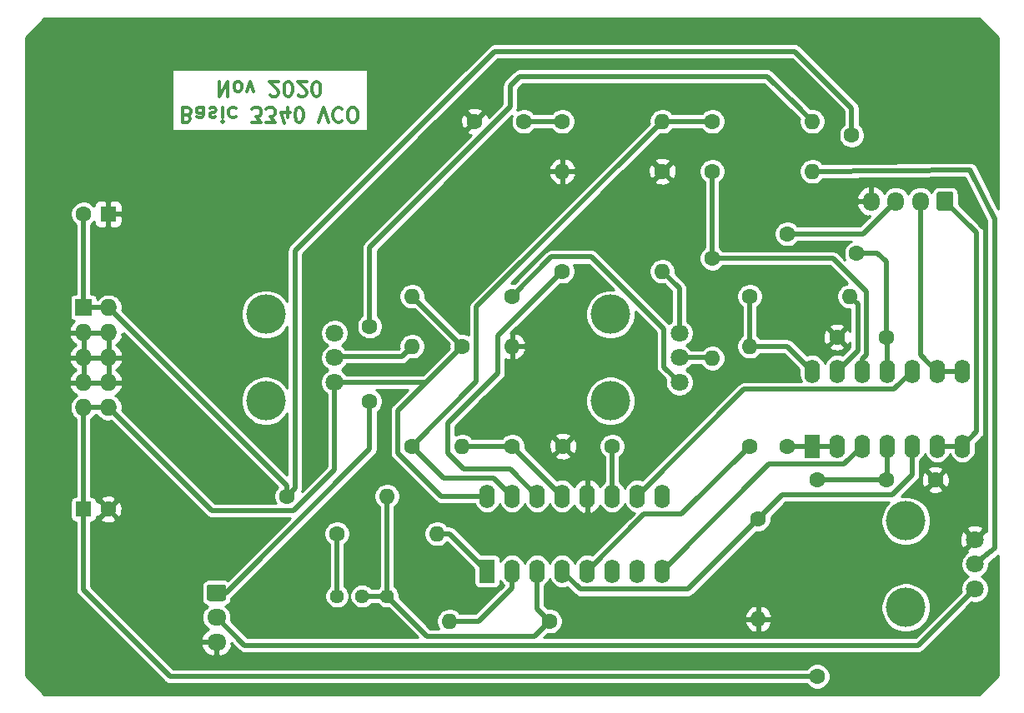
<source format=gbr>
%TF.GenerationSoftware,KiCad,Pcbnew,(5.1.7)-1*%
%TF.CreationDate,2020-11-22T12:34:15-07:00*%
%TF.ProjectId,cem3340_board_mount,63656d33-3334-4305-9f62-6f6172645f6d,rev?*%
%TF.SameCoordinates,Original*%
%TF.FileFunction,Copper,L2,Bot*%
%TF.FilePolarity,Positive*%
%FSLAX46Y46*%
G04 Gerber Fmt 4.6, Leading zero omitted, Abs format (unit mm)*
G04 Created by KiCad (PCBNEW (5.1.7)-1) date 2020-11-22 12:34:15*
%MOMM*%
%LPD*%
G01*
G04 APERTURE LIST*
%TA.AperFunction,NonConductor*%
%ADD10C,0.375000*%
%TD*%
%TA.AperFunction,ComponentPad*%
%ADD11O,1.950000X1.700000*%
%TD*%
%TA.AperFunction,WasherPad*%
%ADD12C,4.000000*%
%TD*%
%TA.AperFunction,ComponentPad*%
%ADD13C,1.800000*%
%TD*%
%TA.AperFunction,ComponentPad*%
%ADD14O,1.600000X1.600000*%
%TD*%
%TA.AperFunction,ComponentPad*%
%ADD15C,1.600000*%
%TD*%
%TA.AperFunction,ComponentPad*%
%ADD16O,1.700000X1.950000*%
%TD*%
%TA.AperFunction,ComponentPad*%
%ADD17O,1.600000X2.400000*%
%TD*%
%TA.AperFunction,ComponentPad*%
%ADD18R,1.600000X2.400000*%
%TD*%
%TA.AperFunction,ComponentPad*%
%ADD19O,1.727200X1.727200*%
%TD*%
%TA.AperFunction,ComponentPad*%
%ADD20R,1.727200X1.727200*%
%TD*%
%TA.AperFunction,ComponentPad*%
%ADD21C,1.440000*%
%TD*%
%TA.AperFunction,ComponentPad*%
%ADD22R,1.600000X1.600000*%
%TD*%
%TA.AperFunction,ViaPad*%
%ADD23C,1.600000*%
%TD*%
%TA.AperFunction,Conductor*%
%ADD24C,0.500000*%
%TD*%
%TA.AperFunction,Conductor*%
%ADD25C,0.254000*%
%TD*%
%TA.AperFunction,Conductor*%
%ADD26C,0.100000*%
%TD*%
G04 APERTURE END LIST*
D10*
X122042857Y-60459642D02*
X122257142Y-60388214D01*
X122328571Y-60316785D01*
X122400000Y-60173928D01*
X122400000Y-59959642D01*
X122328571Y-59816785D01*
X122257142Y-59745357D01*
X122114285Y-59673928D01*
X121542857Y-59673928D01*
X121542857Y-61173928D01*
X122042857Y-61173928D01*
X122185714Y-61102500D01*
X122257142Y-61031071D01*
X122328571Y-60888214D01*
X122328571Y-60745357D01*
X122257142Y-60602500D01*
X122185714Y-60531071D01*
X122042857Y-60459642D01*
X121542857Y-60459642D01*
X123685714Y-59673928D02*
X123685714Y-60459642D01*
X123614285Y-60602500D01*
X123471428Y-60673928D01*
X123185714Y-60673928D01*
X123042857Y-60602500D01*
X123685714Y-59745357D02*
X123542857Y-59673928D01*
X123185714Y-59673928D01*
X123042857Y-59745357D01*
X122971428Y-59888214D01*
X122971428Y-60031071D01*
X123042857Y-60173928D01*
X123185714Y-60245357D01*
X123542857Y-60245357D01*
X123685714Y-60316785D01*
X124328571Y-59745357D02*
X124471428Y-59673928D01*
X124757142Y-59673928D01*
X124900000Y-59745357D01*
X124971428Y-59888214D01*
X124971428Y-59959642D01*
X124900000Y-60102500D01*
X124757142Y-60173928D01*
X124542857Y-60173928D01*
X124400000Y-60245357D01*
X124328571Y-60388214D01*
X124328571Y-60459642D01*
X124400000Y-60602500D01*
X124542857Y-60673928D01*
X124757142Y-60673928D01*
X124900000Y-60602500D01*
X125614285Y-59673928D02*
X125614285Y-60673928D01*
X125614285Y-61173928D02*
X125542857Y-61102500D01*
X125614285Y-61031071D01*
X125685714Y-61102500D01*
X125614285Y-61173928D01*
X125614285Y-61031071D01*
X126971428Y-59745357D02*
X126828571Y-59673928D01*
X126542857Y-59673928D01*
X126400000Y-59745357D01*
X126328571Y-59816785D01*
X126257142Y-59959642D01*
X126257142Y-60388214D01*
X126328571Y-60531071D01*
X126400000Y-60602500D01*
X126542857Y-60673928D01*
X126828571Y-60673928D01*
X126971428Y-60602500D01*
X128614285Y-61173928D02*
X129542857Y-61173928D01*
X129042857Y-60602500D01*
X129257142Y-60602500D01*
X129400000Y-60531071D01*
X129471428Y-60459642D01*
X129542857Y-60316785D01*
X129542857Y-59959642D01*
X129471428Y-59816785D01*
X129400000Y-59745357D01*
X129257142Y-59673928D01*
X128828571Y-59673928D01*
X128685714Y-59745357D01*
X128614285Y-59816785D01*
X130042857Y-61173928D02*
X130971428Y-61173928D01*
X130471428Y-60602500D01*
X130685714Y-60602500D01*
X130828571Y-60531071D01*
X130900000Y-60459642D01*
X130971428Y-60316785D01*
X130971428Y-59959642D01*
X130900000Y-59816785D01*
X130828571Y-59745357D01*
X130685714Y-59673928D01*
X130257142Y-59673928D01*
X130114285Y-59745357D01*
X130042857Y-59816785D01*
X132257142Y-60673928D02*
X132257142Y-59673928D01*
X131900000Y-61245357D02*
X131542857Y-60173928D01*
X132471428Y-60173928D01*
X133328571Y-61173928D02*
X133471428Y-61173928D01*
X133614285Y-61102500D01*
X133685714Y-61031071D01*
X133757142Y-60888214D01*
X133828571Y-60602500D01*
X133828571Y-60245357D01*
X133757142Y-59959642D01*
X133685714Y-59816785D01*
X133614285Y-59745357D01*
X133471428Y-59673928D01*
X133328571Y-59673928D01*
X133185714Y-59745357D01*
X133114285Y-59816785D01*
X133042857Y-59959642D01*
X132971428Y-60245357D01*
X132971428Y-60602500D01*
X133042857Y-60888214D01*
X133114285Y-61031071D01*
X133185714Y-61102500D01*
X133328571Y-61173928D01*
X135400000Y-61173928D02*
X135900000Y-59673928D01*
X136400000Y-61173928D01*
X137757142Y-59816785D02*
X137685714Y-59745357D01*
X137471428Y-59673928D01*
X137328571Y-59673928D01*
X137114285Y-59745357D01*
X136971428Y-59888214D01*
X136900000Y-60031071D01*
X136828571Y-60316785D01*
X136828571Y-60531071D01*
X136900000Y-60816785D01*
X136971428Y-60959642D01*
X137114285Y-61102500D01*
X137328571Y-61173928D01*
X137471428Y-61173928D01*
X137685714Y-61102500D01*
X137757142Y-61031071D01*
X138685714Y-61173928D02*
X138971428Y-61173928D01*
X139114285Y-61102500D01*
X139257142Y-60959642D01*
X139328571Y-60673928D01*
X139328571Y-60173928D01*
X139257142Y-59888214D01*
X139114285Y-59745357D01*
X138971428Y-59673928D01*
X138685714Y-59673928D01*
X138542857Y-59745357D01*
X138400000Y-59888214D01*
X138328571Y-60173928D01*
X138328571Y-60673928D01*
X138400000Y-60959642D01*
X138542857Y-61102500D01*
X138685714Y-61173928D01*
X125292857Y-57048928D02*
X125292857Y-58548928D01*
X126150000Y-57048928D01*
X126150000Y-58548928D01*
X127078571Y-57048928D02*
X126935714Y-57120357D01*
X126864285Y-57191785D01*
X126792857Y-57334642D01*
X126792857Y-57763214D01*
X126864285Y-57906071D01*
X126935714Y-57977500D01*
X127078571Y-58048928D01*
X127292857Y-58048928D01*
X127435714Y-57977500D01*
X127507142Y-57906071D01*
X127578571Y-57763214D01*
X127578571Y-57334642D01*
X127507142Y-57191785D01*
X127435714Y-57120357D01*
X127292857Y-57048928D01*
X127078571Y-57048928D01*
X128078571Y-58048928D02*
X128435714Y-57048928D01*
X128792857Y-58048928D01*
X130435714Y-58406071D02*
X130507142Y-58477500D01*
X130650000Y-58548928D01*
X131007142Y-58548928D01*
X131150000Y-58477500D01*
X131221428Y-58406071D01*
X131292857Y-58263214D01*
X131292857Y-58120357D01*
X131221428Y-57906071D01*
X130364285Y-57048928D01*
X131292857Y-57048928D01*
X132221428Y-58548928D02*
X132364285Y-58548928D01*
X132507142Y-58477500D01*
X132578571Y-58406071D01*
X132650000Y-58263214D01*
X132721428Y-57977500D01*
X132721428Y-57620357D01*
X132650000Y-57334642D01*
X132578571Y-57191785D01*
X132507142Y-57120357D01*
X132364285Y-57048928D01*
X132221428Y-57048928D01*
X132078571Y-57120357D01*
X132007142Y-57191785D01*
X131935714Y-57334642D01*
X131864285Y-57620357D01*
X131864285Y-57977500D01*
X131935714Y-58263214D01*
X132007142Y-58406071D01*
X132078571Y-58477500D01*
X132221428Y-58548928D01*
X133292857Y-58406071D02*
X133364285Y-58477500D01*
X133507142Y-58548928D01*
X133864285Y-58548928D01*
X134007142Y-58477500D01*
X134078571Y-58406071D01*
X134150000Y-58263214D01*
X134150000Y-58120357D01*
X134078571Y-57906071D01*
X133221428Y-57048928D01*
X134150000Y-57048928D01*
X135078571Y-58548928D02*
X135221428Y-58548928D01*
X135364285Y-58477500D01*
X135435714Y-58406071D01*
X135507142Y-58263214D01*
X135578571Y-57977500D01*
X135578571Y-57620357D01*
X135507142Y-57334642D01*
X135435714Y-57191785D01*
X135364285Y-57120357D01*
X135221428Y-57048928D01*
X135078571Y-57048928D01*
X134935714Y-57120357D01*
X134864285Y-57191785D01*
X134792857Y-57334642D01*
X134721428Y-57620357D01*
X134721428Y-57977500D01*
X134792857Y-58263214D01*
X134864285Y-58406071D01*
X134935714Y-58477500D01*
X135078571Y-58548928D01*
D11*
%TO.P,J1,3*%
%TO.N,GND*%
X125000000Y-114000000D03*
%TO.P,J1,2*%
%TO.N,PWM_IN*%
X125000000Y-111500000D03*
%TO.P,J1,1*%
%TO.N,CV_IN*%
%TA.AperFunction,ComponentPad*%
G36*
G01*
X124275000Y-108150000D02*
X125725000Y-108150000D01*
G75*
G02*
X125975000Y-108400000I0J-250000D01*
G01*
X125975000Y-109600000D01*
G75*
G02*
X125725000Y-109850000I-250000J0D01*
G01*
X124275000Y-109850000D01*
G75*
G02*
X124025000Y-109600000I0J250000D01*
G01*
X124025000Y-108400000D01*
G75*
G02*
X124275000Y-108150000I250000J0D01*
G01*
G37*
%TD.AperFunction*%
%TD*%
D12*
%TO.P,PWM_CV1,*%
%TO.N,*%
X195000000Y-110500000D03*
X195000000Y-101700000D03*
D13*
%TO.P,PWM_CV1,1*%
%TO.N,PWM_IN*%
X202000000Y-108600000D03*
%TO.P,PWM_CV1,2*%
%TO.N,Net-(PWM_CV1-Pad2)*%
X202000000Y-106100000D03*
%TO.P,PWM_CV1,3*%
%TO.N,GND*%
X202000000Y-103600000D03*
%TD*%
D14*
%TO.P,R7,2*%
%TO.N,GND*%
X155020000Y-83940000D03*
D15*
%TO.P,R7,1*%
%TO.N,Net-(R11-Pad2)*%
X155020000Y-94100000D03*
%TD*%
D14*
%TO.P,R11,2*%
%TO.N,Net-(R11-Pad2)*%
X149940000Y-94100000D03*
D15*
%TO.P,R11,1*%
%TO.N,+12V*%
X149940000Y-83940000D03*
%TD*%
D14*
%TO.P,R13,2*%
%TO.N,Net-(Pulse_Width1-Pad3)*%
X170260000Y-76320000D03*
D15*
%TO.P,R13,1*%
%TO.N,GND*%
X170260000Y-66160000D03*
%TD*%
%TO.P,C1,2*%
%TO.N,+12V*%
X193000000Y-97500000D03*
%TO.P,C1,1*%
%TO.N,GND*%
X198000000Y-97500000D03*
%TD*%
D12*
%TO.P,Coarse_Tune1,*%
%TO.N,*%
X130000000Y-89500000D03*
X130000000Y-80700000D03*
D13*
%TO.P,Coarse_Tune1,1*%
%TO.N,+12V*%
X137000000Y-87600000D03*
%TO.P,Coarse_Tune1,2*%
%TO.N,Net-(Coarse_Tune1-Pad2)*%
X137000000Y-85100000D03*
%TO.P,Coarse_Tune1,3*%
%TO.N,Net-(Coarse_Tune1-Pad3)*%
X137000000Y-82600000D03*
%TD*%
D12*
%TO.P,Pulse_Width1,*%
%TO.N,*%
X165000000Y-89500000D03*
X165000000Y-80700000D03*
D13*
%TO.P,Pulse_Width1,1*%
%TO.N,Net-(Pulse_Width1-Pad1)*%
X172000000Y-87600000D03*
%TO.P,Pulse_Width1,2*%
%TO.N,Net-(Pulse_Width1-Pad2)*%
X172000000Y-85100000D03*
%TO.P,Pulse_Width1,3*%
%TO.N,Net-(Pulse_Width1-Pad3)*%
X172000000Y-82600000D03*
%TD*%
D14*
%TO.P,R15,2*%
%TO.N,+12V*%
X144860000Y-78860000D03*
D15*
%TO.P,R15,1*%
%TO.N,Net-(Pulse_Width1-Pad1)*%
X155020000Y-78860000D03*
%TD*%
D14*
%TO.P,R16,2*%
%TO.N,Net-(R16-Pad2)*%
X189310000Y-78860000D03*
D15*
%TO.P,R16,1*%
%TO.N,Net-(R16-Pad1)*%
X179150000Y-78860000D03*
%TD*%
D14*
%TO.P,R5,2*%
%TO.N,Net-(R16-Pad1)*%
X179150000Y-83940000D03*
D15*
%TO.P,R5,1*%
%TO.N,PWM*%
X179150000Y-94100000D03*
%TD*%
%TO.P,J2,1*%
%TO.N,SQUARE_OUT*%
%TA.AperFunction,ComponentPad*%
G36*
G01*
X199830000Y-68475000D02*
X199830000Y-69925000D01*
G75*
G02*
X199580000Y-70175000I-250000J0D01*
G01*
X198380000Y-70175000D01*
G75*
G02*
X198130000Y-69925000I0J250000D01*
G01*
X198130000Y-68475000D01*
G75*
G02*
X198380000Y-68225000I250000J0D01*
G01*
X199580000Y-68225000D01*
G75*
G02*
X199830000Y-68475000I0J-250000D01*
G01*
G37*
%TD.AperFunction*%
D16*
%TO.P,J2,2*%
%TO.N,TRI_OUT*%
X196480000Y-69200000D03*
%TO.P,J2,3*%
%TO.N,SAW_OUT*%
X193980000Y-69200000D03*
%TO.P,J2,4*%
%TO.N,GND*%
X191480000Y-69200000D03*
%TD*%
D17*
%TO.P,U1,14*%
%TO.N,Net-(R16-Pad1)*%
X185500000Y-86480000D03*
%TO.P,U1,7*%
%TO.N,SQUARE_OUT*%
X200740000Y-94100000D03*
%TO.P,U1,13*%
%TO.N,Net-(R16-Pad2)*%
X188040000Y-86480000D03*
%TO.P,U1,6*%
%TO.N,SQUARE_OUT*%
X198200000Y-94100000D03*
%TO.P,U1,12*%
%TO.N,Net-(R1-Pad1)*%
X190580000Y-86480000D03*
%TO.P,U1,5*%
%TO.N,SQUARE*%
X195660000Y-94100000D03*
%TO.P,U1,11*%
%TO.N,-12V*%
X193120000Y-86480000D03*
%TO.P,U1,4*%
%TO.N,+12V*%
X193120000Y-94100000D03*
%TO.P,U1,10*%
%TO.N,TRI*%
X195660000Y-86480000D03*
%TO.P,U1,3*%
%TO.N,SAW*%
X190580000Y-94100000D03*
%TO.P,U1,9*%
%TO.N,TRI_OUT*%
X198200000Y-86480000D03*
%TO.P,U1,2*%
%TO.N,SAW_OUT*%
X188040000Y-94100000D03*
%TO.P,U1,8*%
%TO.N,TRI_OUT*%
X200740000Y-86480000D03*
D18*
%TO.P,U1,1*%
%TO.N,SAW_OUT*%
X185500000Y-94100000D03*
%TD*%
D17*
%TO.P,U2,16*%
%TO.N,+12V*%
X152480000Y-99180000D03*
%TO.P,U2,8*%
%TO.N,SAW*%
X170260000Y-106800000D03*
%TO.P,U2,15*%
%TO.N,CV*%
X155020000Y-99180000D03*
%TO.P,U2,7*%
%TO.N,Net-(U2-Pad7)*%
X167720000Y-106800000D03*
%TO.P,U2,14*%
%TO.N,Net-(R10-Pad1)*%
X157560000Y-99180000D03*
%TO.P,U2,6*%
%TO.N,Net-(U2-Pad6)*%
X165180000Y-106800000D03*
%TO.P,U2,13*%
%TO.N,Net-(R11-Pad2)*%
X160100000Y-99180000D03*
%TO.P,U2,5*%
%TO.N,PWM*%
X162640000Y-106800000D03*
%TO.P,U2,12*%
%TO.N,GND*%
X162640000Y-99180000D03*
%TO.P,U2,4*%
%TO.N,SQUARE*%
X160100000Y-106800000D03*
%TO.P,U2,11*%
%TO.N,Net-(C6-Pad1)*%
X165180000Y-99180000D03*
%TO.P,U2,3*%
%TO.N,Net-(CAL1-Pad2)*%
X157560000Y-106800000D03*
%TO.P,U2,10*%
%TO.N,TRI*%
X167720000Y-99180000D03*
%TO.P,U2,2*%
%TO.N,Net-(R9-Pad2)*%
X155020000Y-106800000D03*
%TO.P,U2,9*%
%TO.N,Net-(U2-Pad9)*%
X170260000Y-99180000D03*
D18*
%TO.P,U2,1*%
%TO.N,Net-(R8-Pad2)*%
X152480000Y-106800000D03*
%TD*%
D14*
%TO.P,R14,2*%
%TO.N,GND*%
X180000000Y-111660000D03*
D15*
%TO.P,R14,1*%
%TO.N,SQUARE*%
X180000000Y-101500000D03*
%TD*%
D14*
%TO.P,R12,2*%
%TO.N,Net-(CAL1-Pad2)*%
X142320000Y-99180000D03*
D15*
%TO.P,R12,1*%
%TO.N,-12V*%
X132160000Y-99180000D03*
%TD*%
%TO.P,R10,1*%
%TO.N,Net-(R10-Pad1)*%
X160100000Y-76320000D03*
D14*
%TO.P,R10,2*%
%TO.N,GND*%
X160100000Y-66160000D03*
%TD*%
%TO.P,R9,2*%
%TO.N,Net-(R9-Pad2)*%
X148670000Y-111880000D03*
D15*
%TO.P,R9,1*%
%TO.N,Net-(CAL1-Pad2)*%
X158830000Y-111880000D03*
%TD*%
D14*
%TO.P,R8,2*%
%TO.N,Net-(R8-Pad2)*%
X147400000Y-102990000D03*
D15*
%TO.P,R8,1*%
%TO.N,Net-(CAL1-Pad1)*%
X137240000Y-102990000D03*
%TD*%
D14*
%TO.P,R6,2*%
%TO.N,Net-(Pulse_Width1-Pad2)*%
X175340000Y-85160000D03*
D15*
%TO.P,R6,1*%
%TO.N,Net-(R1-Pad1)*%
X175340000Y-75000000D03*
%TD*%
D14*
%TO.P,R4,2*%
%TO.N,CV*%
X170260000Y-61080000D03*
D15*
%TO.P,R4,1*%
%TO.N,Net-(C3-Pad2)*%
X160100000Y-61080000D03*
%TD*%
D14*
%TO.P,R3,2*%
%TO.N,Net-(Coarse_Tune1-Pad2)*%
X144860000Y-83940000D03*
D15*
%TO.P,R3,1*%
%TO.N,CV*%
X144860000Y-94100000D03*
%TD*%
D14*
%TO.P,R2,2*%
%TO.N,CV_IN*%
X185500000Y-61080000D03*
D15*
%TO.P,R2,1*%
%TO.N,CV*%
X175340000Y-61080000D03*
%TD*%
D14*
%TO.P,R1,2*%
%TO.N,Net-(PWM_CV1-Pad2)*%
X185500000Y-66160000D03*
D15*
%TO.P,R1,1*%
%TO.N,Net-(R1-Pad1)*%
X175340000Y-66160000D03*
%TD*%
D19*
%TO.P,J3,10*%
%TO.N,+12V*%
X114040000Y-90160000D03*
%TO.P,J3,9*%
X111500000Y-90160000D03*
%TO.P,J3,8*%
%TO.N,GND*%
X114040000Y-87620000D03*
%TO.P,J3,7*%
X111500000Y-87620000D03*
%TO.P,J3,6*%
X114040000Y-85080000D03*
%TO.P,J3,5*%
X111500000Y-85080000D03*
%TO.P,J3,4*%
X114040000Y-82540000D03*
%TO.P,J3,3*%
X111500000Y-82540000D03*
%TO.P,J3,2*%
%TO.N,-12V*%
X114040000Y-80000000D03*
D20*
%TO.P,J3,1*%
X111500000Y-80000000D03*
%TD*%
D21*
%TO.P,CAL1,3*%
%TO.N,Net-(CAL1-Pad2)*%
X142320000Y-109340000D03*
%TO.P,CAL1,2*%
X139780000Y-109340000D03*
%TO.P,CAL1,1*%
%TO.N,Net-(CAL1-Pad1)*%
X137240000Y-109340000D03*
%TD*%
D15*
%TO.P,C6,1*%
%TO.N,Net-(C6-Pad1)*%
X165180000Y-94100000D03*
%TO.P,C6,2*%
%TO.N,GND*%
X160180000Y-94100000D03*
%TD*%
%TO.P,C5,2*%
%TO.N,-12V*%
X111500000Y-70500000D03*
D22*
%TO.P,C5,1*%
%TO.N,GND*%
X114000000Y-70500000D03*
%TD*%
D15*
%TO.P,C4,2*%
%TO.N,GND*%
X114000000Y-100500000D03*
D22*
%TO.P,C4,1*%
%TO.N,+12V*%
X111500000Y-100500000D03*
%TD*%
D15*
%TO.P,C3,2*%
%TO.N,Net-(C3-Pad2)*%
X156210000Y-61080000D03*
%TO.P,C3,1*%
%TO.N,GND*%
X151210000Y-61080000D03*
%TD*%
%TO.P,C2,2*%
%TO.N,-12V*%
X193000000Y-83000000D03*
%TO.P,C2,1*%
%TO.N,GND*%
X188000000Y-83000000D03*
%TD*%
D23*
%TO.N,+12V*%
X186000000Y-97500000D03*
X186000000Y-117500000D03*
%TO.N,-12V*%
X190000000Y-74500000D03*
X189500000Y-62500000D03*
%TO.N,CV_IN*%
X140560000Y-89520000D03*
X140560000Y-81900000D03*
%TO.N,SAW_OUT*%
X182960000Y-94100000D03*
X182960000Y-72510000D03*
%TD*%
D24*
%TO.N,+12V*%
X144860000Y-78860000D02*
X149940000Y-83940000D01*
X146280000Y-87600000D02*
X149940000Y-83940000D01*
X137000000Y-87600000D02*
X146280000Y-87600000D01*
X193120000Y-97380000D02*
X193000000Y-97500000D01*
X193120000Y-94100000D02*
X193120000Y-97380000D01*
X143409999Y-94796001D02*
X143409999Y-90470001D01*
X147793998Y-99180000D02*
X143409999Y-94796001D01*
X152480000Y-99180000D02*
X147793998Y-99180000D01*
X143409999Y-90470001D02*
X146280000Y-87600000D01*
X111500000Y-100500000D02*
X111500000Y-90160000D01*
X111500000Y-90160000D02*
X114040000Y-90160000D01*
X132856001Y-100630001D02*
X137000000Y-96486002D01*
X124510001Y-100630001D02*
X132856001Y-100630001D01*
X137000000Y-96486002D02*
X137000000Y-87600000D01*
X114040000Y-90160000D02*
X124510001Y-100630001D01*
X193000000Y-97500000D02*
X186000000Y-97500000D01*
X111500000Y-108720000D02*
X111500000Y-100500000D01*
X120280000Y-117500000D02*
X111500000Y-108720000D01*
X186000000Y-117500000D02*
X120280000Y-117500000D01*
%TO.N,-12V*%
X193120000Y-86480000D02*
X193120000Y-83120000D01*
X111500000Y-70500000D02*
X111500000Y-80000000D01*
X111500000Y-80000000D02*
X114040000Y-80000000D01*
X132160000Y-98120000D02*
X132160000Y-99180000D01*
X114040000Y-80000000D02*
X132160000Y-98120000D01*
X192132786Y-74500000D02*
X190000000Y-74500000D01*
X193000000Y-75367214D02*
X192132786Y-74500000D01*
X193000000Y-83000000D02*
X193000000Y-75367214D01*
X189500000Y-59720000D02*
X189500000Y-62500000D01*
X183740000Y-53960000D02*
X189500000Y-59720000D01*
X153260000Y-53960000D02*
X183740000Y-53960000D01*
X132959999Y-74260001D02*
X153260000Y-53960000D01*
X132959999Y-98380001D02*
X132959999Y-74260001D01*
X132160000Y-99180000D02*
X132959999Y-98380001D01*
%TO.N,Net-(C3-Pad2)*%
X156210000Y-61080000D02*
X160100000Y-61080000D01*
%TO.N,Net-(C6-Pad1)*%
X165180000Y-94100000D02*
X165180000Y-99180000D01*
%TO.N,Net-(CAL1-Pad2)*%
X139780000Y-109340000D02*
X142320000Y-109340000D01*
X157560000Y-110610000D02*
X158830000Y-111880000D01*
X157560000Y-106800000D02*
X157560000Y-110610000D01*
X157279999Y-113430001D02*
X158830000Y-111880000D01*
X146410001Y-113430001D02*
X157279999Y-113430001D01*
X142320000Y-109340000D02*
X146410001Y-113430001D01*
X142320000Y-99180000D02*
X142320000Y-109340000D01*
%TO.N,Net-(CAL1-Pad1)*%
X137240000Y-102990000D02*
X137240000Y-109340000D01*
%TO.N,Net-(R1-Pad1)*%
X175340000Y-66160000D02*
X175340000Y-75000000D01*
X187596002Y-75000000D02*
X175340000Y-75000000D01*
X191010009Y-78414007D02*
X187596002Y-75000000D01*
X191010009Y-84782797D02*
X191010009Y-78414007D01*
X190580000Y-85212806D02*
X191010009Y-84782797D01*
X190580000Y-86480000D02*
X190580000Y-85212806D01*
%TO.N,CV*%
X148089990Y-97329990D02*
X144860000Y-94100000D01*
X153169990Y-97329990D02*
X148089990Y-97329990D01*
X155020000Y-99180000D02*
X153169990Y-97329990D01*
X175340000Y-61080000D02*
X170260000Y-61080000D01*
X151390001Y-87569999D02*
X151390001Y-79949999D01*
X151390001Y-79949999D02*
X170260000Y-61080000D01*
X144860000Y-94100000D02*
X151390001Y-87569999D01*
%TO.N,Net-(R11-Pad2)*%
X155020000Y-94100000D02*
X149940000Y-94100000D01*
X155020000Y-94100000D02*
X160100000Y-99180000D01*
%TO.N,Net-(R8-Pad2)*%
X148670000Y-102990000D02*
X152480000Y-106800000D01*
X147400000Y-102990000D02*
X148670000Y-102990000D01*
%TO.N,Net-(R9-Pad2)*%
X151640000Y-111880000D02*
X148670000Y-111880000D01*
X155020000Y-108500000D02*
X151640000Y-111880000D01*
X155020000Y-106800000D02*
X155020000Y-108500000D01*
%TO.N,Net-(R10-Pad1)*%
X153569999Y-86662807D02*
X153569999Y-82850001D01*
X148489999Y-91742807D02*
X153569999Y-86662807D01*
X148489999Y-94796001D02*
X148489999Y-91742807D01*
X150123978Y-96429980D02*
X148489999Y-94796001D01*
X153569999Y-82850001D02*
X160100000Y-76320000D01*
X154809980Y-96429980D02*
X150123978Y-96429980D01*
X157560000Y-99180000D02*
X154809980Y-96429980D01*
%TO.N,SQUARE*%
X172849990Y-108650010D02*
X180000000Y-101500000D01*
X161950010Y-108650010D02*
X172849990Y-108650010D01*
X160100000Y-106800000D02*
X161950010Y-108650010D01*
X195660000Y-96986002D02*
X195660000Y-94100000D01*
X193596003Y-99049999D02*
X195660000Y-96986002D01*
X182450001Y-99049999D02*
X193596003Y-99049999D01*
X180000000Y-101500000D02*
X182450001Y-99049999D01*
%TO.N,PWM*%
X168409990Y-101030010D02*
X162640000Y-106800000D01*
X172219990Y-101030010D02*
X168409990Y-101030010D01*
X179150000Y-94100000D02*
X172219990Y-101030010D01*
%TO.N,TRI*%
X178569990Y-88330010D02*
X167720000Y-99180000D01*
X193809990Y-88330010D02*
X178569990Y-88330010D01*
X195660000Y-86480000D02*
X193809990Y-88330010D01*
%TO.N,SAW*%
X181109999Y-95950001D02*
X170260000Y-106800000D01*
X188729999Y-95950001D02*
X181109999Y-95950001D01*
X190580000Y-94100000D02*
X188729999Y-95950001D01*
%TO.N,PWM_IN*%
X196269989Y-114330011D02*
X202000000Y-108600000D01*
X127830011Y-114330011D02*
X196269989Y-114330011D01*
X125000000Y-111500000D02*
X127830011Y-114330011D01*
%TO.N,CV_IN*%
X140560000Y-94415000D02*
X140560000Y-89520000D01*
X125975000Y-109000000D02*
X140560000Y-94415000D01*
X125000000Y-109000000D02*
X125975000Y-109000000D01*
X184049999Y-59629999D02*
X185500000Y-61080000D01*
X140560000Y-73876002D02*
X154806003Y-59629999D01*
X140560000Y-81900000D02*
X140560000Y-73876002D01*
X154806003Y-59629999D02*
X154806003Y-57493997D01*
X154806003Y-57493997D02*
X155800000Y-56500000D01*
X180920000Y-56500000D02*
X184049999Y-59629999D01*
X155800000Y-56500000D02*
X180920000Y-56500000D01*
%TO.N,SAW_OUT*%
X185500000Y-94100000D02*
X188040000Y-94100000D01*
X185500000Y-94100000D02*
X182960000Y-94100000D01*
X190670000Y-72510000D02*
X193980000Y-69200000D01*
X182960000Y-72510000D02*
X190670000Y-72510000D01*
%TO.N,TRI_OUT*%
X198110623Y-86480000D02*
X198200000Y-86480000D01*
X196480000Y-84849377D02*
X198110623Y-86480000D01*
X196480000Y-69200000D02*
X196480000Y-84849377D01*
X198200000Y-86480000D02*
X200740000Y-86480000D01*
%TO.N,SQUARE_OUT*%
X200740000Y-94100000D02*
X198200000Y-94100000D01*
X202190010Y-92649990D02*
X200740000Y-94100000D01*
X202190010Y-72410010D02*
X202190010Y-92649990D01*
X198980000Y-69200000D02*
X202190010Y-72410010D01*
%TO.N,Net-(Coarse_Tune1-Pad2)*%
X137000000Y-85000000D02*
X143800000Y-85000000D01*
X143800000Y-85000000D02*
X144860000Y-83940000D01*
%TO.N,Net-(Pulse_Width1-Pad2)*%
X175280000Y-85100000D02*
X175340000Y-85160000D01*
X172000000Y-85100000D02*
X175280000Y-85100000D01*
%TO.N,Net-(PWM_CV1-Pad2)*%
X201500000Y-66000000D02*
X185500000Y-66160000D01*
X204000000Y-71000000D02*
X201500000Y-66000000D01*
X204000000Y-104500000D02*
X204000000Y-71000000D01*
X202000000Y-106100000D02*
X204000000Y-104500000D01*
%TO.N,Net-(Pulse_Width1-Pad3)*%
X172000000Y-78060000D02*
X172000000Y-82600000D01*
X170260000Y-76320000D02*
X172000000Y-78060000D01*
%TO.N,Net-(Pulse_Width1-Pad1)*%
X170449999Y-86049999D02*
X172000000Y-87600000D01*
X170449999Y-82227997D02*
X170449999Y-86049999D01*
X163092001Y-74869999D02*
X170449999Y-82227997D01*
X159010001Y-74869999D02*
X163092001Y-74869999D01*
X155020000Y-78860000D02*
X159010001Y-74869999D01*
%TO.N,Net-(R16-Pad1)*%
X179150000Y-78860000D02*
X179150000Y-83940000D01*
X182960000Y-83940000D02*
X185500000Y-86480000D01*
X179150000Y-83940000D02*
X182960000Y-83940000D01*
%TO.N,Net-(R16-Pad2)*%
X190109999Y-84410001D02*
X188040000Y-86480000D01*
X190109999Y-79659999D02*
X190109999Y-84410001D01*
X189310000Y-78860000D02*
X190109999Y-79659999D01*
%TD*%
D25*
%TO.N,GND*%
X204373000Y-52552606D02*
X204373000Y-70008576D01*
X202222673Y-65707923D01*
X202218303Y-65694019D01*
X202188508Y-65639592D01*
X202177901Y-65618379D01*
X202170180Y-65606114D01*
X202144807Y-65559765D01*
X202129499Y-65541488D01*
X202116794Y-65521305D01*
X202080454Y-65482930D01*
X202046531Y-65442428D01*
X202027952Y-65427489D01*
X202011554Y-65410173D01*
X201968425Y-65379625D01*
X201927252Y-65346519D01*
X201906114Y-65335491D01*
X201886655Y-65321708D01*
X201838406Y-65300165D01*
X201791556Y-65275722D01*
X201768672Y-65269029D01*
X201746897Y-65259307D01*
X201695369Y-65247591D01*
X201644654Y-65232759D01*
X201620900Y-65230659D01*
X201597651Y-65225373D01*
X201544833Y-65223934D01*
X201530394Y-65222658D01*
X201506675Y-65222895D01*
X201444654Y-65221206D01*
X201430287Y-65223659D01*
X186569622Y-65372265D01*
X186530748Y-65314087D01*
X186345913Y-65129252D01*
X186128570Y-64984028D01*
X185887072Y-64883996D01*
X185630698Y-64833000D01*
X185369302Y-64833000D01*
X185112928Y-64883996D01*
X184871430Y-64984028D01*
X184654087Y-65129252D01*
X184469252Y-65314087D01*
X184324028Y-65531430D01*
X184223996Y-65772928D01*
X184173000Y-66029302D01*
X184173000Y-66290698D01*
X184223996Y-66547072D01*
X184324028Y-66788570D01*
X184469252Y-67005913D01*
X184654087Y-67190748D01*
X184871430Y-67335972D01*
X185112928Y-67436004D01*
X185369302Y-67487000D01*
X185630698Y-67487000D01*
X185887072Y-67436004D01*
X186128570Y-67335972D01*
X186345913Y-67190748D01*
X186530748Y-67005913D01*
X186584012Y-66926198D01*
X201022196Y-66781816D01*
X203223001Y-71183427D01*
X203223000Y-102767846D01*
X203064080Y-102715525D01*
X202179605Y-103600000D01*
X202193748Y-103614143D01*
X202014143Y-103793748D01*
X202000000Y-103779605D01*
X201115525Y-104664080D01*
X201199208Y-104918261D01*
X201199706Y-104918500D01*
X201090340Y-104991576D01*
X200891576Y-105190340D01*
X200735409Y-105424062D01*
X200627838Y-105683759D01*
X200573000Y-105959453D01*
X200573000Y-106240547D01*
X200627838Y-106516241D01*
X200735409Y-106775938D01*
X200891576Y-107009660D01*
X201090340Y-107208424D01*
X201302225Y-107350000D01*
X201090340Y-107491576D01*
X200891576Y-107690340D01*
X200735409Y-107924062D01*
X200627838Y-108183759D01*
X200573000Y-108459453D01*
X200573000Y-108740547D01*
X200604126Y-108897030D01*
X195948146Y-113553011D01*
X158255832Y-113553011D01*
X158618013Y-113190831D01*
X158699302Y-113207000D01*
X158960698Y-113207000D01*
X159217072Y-113156004D01*
X159458570Y-113055972D01*
X159675913Y-112910748D01*
X159860748Y-112725913D01*
X160005972Y-112508570D01*
X160106004Y-112267072D01*
X160157000Y-112010698D01*
X160157000Y-112009040D01*
X178608091Y-112009040D01*
X178702930Y-112273881D01*
X178847615Y-112515131D01*
X179036586Y-112723519D01*
X179262580Y-112891037D01*
X179516913Y-113011246D01*
X179650961Y-113051904D01*
X179873000Y-112929915D01*
X179873000Y-111787000D01*
X180127000Y-111787000D01*
X180127000Y-112929915D01*
X180349039Y-113051904D01*
X180483087Y-113011246D01*
X180737420Y-112891037D01*
X180963414Y-112723519D01*
X181152385Y-112515131D01*
X181297070Y-112273881D01*
X181391909Y-112009040D01*
X181270624Y-111787000D01*
X180127000Y-111787000D01*
X179873000Y-111787000D01*
X178729376Y-111787000D01*
X178608091Y-112009040D01*
X160157000Y-112009040D01*
X160157000Y-111749302D01*
X160106004Y-111492928D01*
X160030631Y-111310960D01*
X178608091Y-111310960D01*
X178729376Y-111533000D01*
X179873000Y-111533000D01*
X179873000Y-110390085D01*
X180127000Y-110390085D01*
X180127000Y-111533000D01*
X181270624Y-111533000D01*
X181391909Y-111310960D01*
X181297070Y-111046119D01*
X181152385Y-110804869D01*
X180963414Y-110596481D01*
X180737420Y-110428963D01*
X180483087Y-110308754D01*
X180349039Y-110268096D01*
X180127000Y-110390085D01*
X179873000Y-110390085D01*
X179650961Y-110268096D01*
X179516913Y-110308754D01*
X179262580Y-110428963D01*
X179036586Y-110596481D01*
X178847615Y-110804869D01*
X178702930Y-111046119D01*
X178608091Y-111310960D01*
X160030631Y-111310960D01*
X160005972Y-111251430D01*
X159860748Y-111034087D01*
X159675913Y-110849252D01*
X159458570Y-110704028D01*
X159217072Y-110603996D01*
X158960698Y-110553000D01*
X158699302Y-110553000D01*
X158618013Y-110569169D01*
X158337000Y-110288157D01*
X158337000Y-110251112D01*
X192473000Y-110251112D01*
X192473000Y-110748888D01*
X192570111Y-111237099D01*
X192760602Y-111696983D01*
X193037151Y-112110869D01*
X193389131Y-112462849D01*
X193803017Y-112739398D01*
X194262901Y-112929889D01*
X194751112Y-113027000D01*
X195248888Y-113027000D01*
X195737099Y-112929889D01*
X196196983Y-112739398D01*
X196610869Y-112462849D01*
X196962849Y-112110869D01*
X197239398Y-111696983D01*
X197429889Y-111237099D01*
X197527000Y-110748888D01*
X197527000Y-110251112D01*
X197429889Y-109762901D01*
X197239398Y-109303017D01*
X196962849Y-108889131D01*
X196610869Y-108537151D01*
X196196983Y-108260602D01*
X195737099Y-108070111D01*
X195248888Y-107973000D01*
X194751112Y-107973000D01*
X194262901Y-108070111D01*
X193803017Y-108260602D01*
X193389131Y-108537151D01*
X193037151Y-108889131D01*
X192760602Y-109303017D01*
X192570111Y-109762901D01*
X192473000Y-110251112D01*
X158337000Y-110251112D01*
X158337000Y-108278996D01*
X158502870Y-108142870D01*
X158668698Y-107940808D01*
X158791919Y-107710278D01*
X158830000Y-107584743D01*
X158868081Y-107710278D01*
X158991302Y-107940808D01*
X159157131Y-108142870D01*
X159359193Y-108308698D01*
X159589723Y-108431919D01*
X159839864Y-108507799D01*
X160100000Y-108533420D01*
X160360137Y-108507799D01*
X160610278Y-108431919D01*
X160625134Y-108423978D01*
X161373602Y-109172446D01*
X161397930Y-109202090D01*
X161427574Y-109226418D01*
X161427575Y-109226419D01*
X161516243Y-109299187D01*
X161592599Y-109340000D01*
X161651226Y-109371337D01*
X161797691Y-109415767D01*
X161911844Y-109427010D01*
X161911853Y-109427010D01*
X161950009Y-109430768D01*
X161988165Y-109427010D01*
X172811827Y-109427010D01*
X172849990Y-109430769D01*
X172888153Y-109427010D01*
X172888156Y-109427010D01*
X173002309Y-109415767D01*
X173148774Y-109371337D01*
X173283756Y-109299187D01*
X173402070Y-109202090D01*
X173426403Y-109172440D01*
X179788013Y-102810831D01*
X179869302Y-102827000D01*
X180130698Y-102827000D01*
X180387072Y-102776004D01*
X180628570Y-102675972D01*
X180845913Y-102530748D01*
X181030748Y-102345913D01*
X181175972Y-102128570D01*
X181276004Y-101887072D01*
X181327000Y-101630698D01*
X181327000Y-101369302D01*
X181310831Y-101288013D01*
X182771845Y-99826999D01*
X193299283Y-99826999D01*
X193037151Y-100089131D01*
X192760602Y-100503017D01*
X192570111Y-100962901D01*
X192473000Y-101451112D01*
X192473000Y-101948888D01*
X192570111Y-102437099D01*
X192760602Y-102896983D01*
X193037151Y-103310869D01*
X193389131Y-103662849D01*
X193803017Y-103939398D01*
X194262901Y-104129889D01*
X194751112Y-104227000D01*
X195248888Y-104227000D01*
X195737099Y-104129889D01*
X196196983Y-103939398D01*
X196605325Y-103666553D01*
X200459009Y-103666553D01*
X200501603Y-103965907D01*
X200601778Y-104251199D01*
X200681739Y-104400792D01*
X200935920Y-104484475D01*
X201820395Y-103600000D01*
X200935920Y-102715525D01*
X200681739Y-102799208D01*
X200550842Y-103071775D01*
X200475635Y-103364642D01*
X200459009Y-103666553D01*
X196605325Y-103666553D01*
X196610869Y-103662849D01*
X196962849Y-103310869D01*
X197239398Y-102896983D01*
X197388955Y-102535920D01*
X201115525Y-102535920D01*
X202000000Y-103420395D01*
X202884475Y-102535920D01*
X202800792Y-102281739D01*
X202528225Y-102150842D01*
X202235358Y-102075635D01*
X201933447Y-102059009D01*
X201634093Y-102101603D01*
X201348801Y-102201778D01*
X201199208Y-102281739D01*
X201115525Y-102535920D01*
X197388955Y-102535920D01*
X197429889Y-102437099D01*
X197527000Y-101948888D01*
X197527000Y-101451112D01*
X197429889Y-100962901D01*
X197239398Y-100503017D01*
X196962849Y-100089131D01*
X196610869Y-99737151D01*
X196196983Y-99460602D01*
X195737099Y-99270111D01*
X195248888Y-99173000D01*
X194751112Y-99173000D01*
X194527333Y-99217512D01*
X195252143Y-98492702D01*
X197186903Y-98492702D01*
X197258486Y-98736671D01*
X197513996Y-98857571D01*
X197788184Y-98926300D01*
X198070512Y-98940217D01*
X198350130Y-98898787D01*
X198616292Y-98803603D01*
X198741514Y-98736671D01*
X198813097Y-98492702D01*
X198000000Y-97679605D01*
X197186903Y-98492702D01*
X195252143Y-98492702D01*
X196174333Y-97570512D01*
X196559783Y-97570512D01*
X196601213Y-97850130D01*
X196696397Y-98116292D01*
X196763329Y-98241514D01*
X197007298Y-98313097D01*
X197820395Y-97500000D01*
X198179605Y-97500000D01*
X198992702Y-98313097D01*
X199236671Y-98241514D01*
X199357571Y-97986004D01*
X199426300Y-97711816D01*
X199440217Y-97429488D01*
X199398787Y-97149870D01*
X199303603Y-96883708D01*
X199236671Y-96758486D01*
X198992702Y-96686903D01*
X198179605Y-97500000D01*
X197820395Y-97500000D01*
X197007298Y-96686903D01*
X196763329Y-96758486D01*
X196642429Y-97013996D01*
X196573700Y-97288184D01*
X196559783Y-97570512D01*
X196174333Y-97570512D01*
X196182437Y-97562409D01*
X196212080Y-97538082D01*
X196243333Y-97500000D01*
X196309178Y-97419768D01*
X196362293Y-97320395D01*
X196381327Y-97284786D01*
X196425757Y-97138321D01*
X196437000Y-97024168D01*
X196437000Y-97024166D01*
X196440759Y-96986002D01*
X196437000Y-96947839D01*
X196437000Y-96507298D01*
X197186903Y-96507298D01*
X198000000Y-97320395D01*
X198813097Y-96507298D01*
X198741514Y-96263329D01*
X198486004Y-96142429D01*
X198211816Y-96073700D01*
X197929488Y-96059783D01*
X197649870Y-96101213D01*
X197383708Y-96196397D01*
X197258486Y-96263329D01*
X197186903Y-96507298D01*
X196437000Y-96507298D01*
X196437000Y-95578996D01*
X196602870Y-95442870D01*
X196768698Y-95240808D01*
X196891919Y-95010278D01*
X196930000Y-94884743D01*
X196968081Y-95010278D01*
X197091302Y-95240808D01*
X197257131Y-95442870D01*
X197459193Y-95608698D01*
X197689723Y-95731919D01*
X197939864Y-95807799D01*
X198200000Y-95833420D01*
X198460137Y-95807799D01*
X198710278Y-95731919D01*
X198940808Y-95608698D01*
X199142870Y-95442870D01*
X199308698Y-95240808D01*
X199431919Y-95010278D01*
X199470000Y-94884743D01*
X199508081Y-95010278D01*
X199631302Y-95240808D01*
X199797131Y-95442870D01*
X199999193Y-95608698D01*
X200229723Y-95731919D01*
X200479864Y-95807799D01*
X200740000Y-95833420D01*
X201000137Y-95807799D01*
X201250278Y-95731919D01*
X201480808Y-95608698D01*
X201682870Y-95442870D01*
X201848698Y-95240808D01*
X201971919Y-95010278D01*
X202047799Y-94760137D01*
X202067000Y-94565183D01*
X202067000Y-93871844D01*
X202712446Y-93226398D01*
X202742090Y-93202070D01*
X202819867Y-93107298D01*
X202839187Y-93083757D01*
X202875262Y-93016265D01*
X202911337Y-92948774D01*
X202955767Y-92802309D01*
X202967010Y-92688156D01*
X202967010Y-92688154D01*
X202970769Y-92649990D01*
X202967010Y-92611827D01*
X202967010Y-72448173D01*
X202970769Y-72410010D01*
X202965615Y-72357681D01*
X202955767Y-72257691D01*
X202911337Y-72111226D01*
X202839187Y-71976244D01*
X202742090Y-71857930D01*
X202712447Y-71833603D01*
X200359549Y-69480706D01*
X200359549Y-68475000D01*
X200344570Y-68322918D01*
X200300209Y-68176680D01*
X200228171Y-68041906D01*
X200131224Y-67923776D01*
X200013094Y-67826829D01*
X199878320Y-67754791D01*
X199732082Y-67710430D01*
X199580000Y-67695451D01*
X198380000Y-67695451D01*
X198227918Y-67710430D01*
X198081680Y-67754791D01*
X197946906Y-67826829D01*
X197828776Y-67923776D01*
X197731829Y-68041906D01*
X197659791Y-68176680D01*
X197623175Y-68297387D01*
X197458397Y-68096603D01*
X197248721Y-67924527D01*
X197009505Y-67796663D01*
X196749939Y-67717925D01*
X196480000Y-67691338D01*
X196210062Y-67717925D01*
X195950496Y-67796663D01*
X195711280Y-67924527D01*
X195501604Y-68096603D01*
X195329527Y-68306279D01*
X195230000Y-68492481D01*
X195130473Y-68306280D01*
X194958397Y-68096603D01*
X194748721Y-67924527D01*
X194509505Y-67796663D01*
X194249939Y-67717925D01*
X193980000Y-67691338D01*
X193710062Y-67717925D01*
X193450496Y-67796663D01*
X193211280Y-67924527D01*
X193001604Y-68096603D01*
X192829527Y-68306279D01*
X192787567Y-68384781D01*
X192745053Y-68297430D01*
X192569049Y-68065571D01*
X192351193Y-67872504D01*
X192099858Y-67725648D01*
X191836890Y-67633524D01*
X191607000Y-67754845D01*
X191607000Y-69073000D01*
X191627000Y-69073000D01*
X191627000Y-69327000D01*
X191607000Y-69327000D01*
X191607000Y-69347000D01*
X191353000Y-69347000D01*
X191353000Y-69327000D01*
X190153835Y-69327000D01*
X190013680Y-69559267D01*
X190087558Y-69840830D01*
X190214947Y-70102570D01*
X190390951Y-70334429D01*
X190608807Y-70527496D01*
X190860142Y-70674352D01*
X191123110Y-70766476D01*
X191352998Y-70645156D01*
X191352998Y-70728159D01*
X190348157Y-71733000D01*
X184036794Y-71733000D01*
X183990748Y-71664087D01*
X183805913Y-71479252D01*
X183588570Y-71334028D01*
X183347072Y-71233996D01*
X183090698Y-71183000D01*
X182829302Y-71183000D01*
X182572928Y-71233996D01*
X182331430Y-71334028D01*
X182114087Y-71479252D01*
X181929252Y-71664087D01*
X181784028Y-71881430D01*
X181683996Y-72122928D01*
X181633000Y-72379302D01*
X181633000Y-72640698D01*
X181683996Y-72897072D01*
X181784028Y-73138570D01*
X181929252Y-73355913D01*
X182114087Y-73540748D01*
X182331430Y-73685972D01*
X182572928Y-73786004D01*
X182829302Y-73837000D01*
X183090698Y-73837000D01*
X183347072Y-73786004D01*
X183588570Y-73685972D01*
X183805913Y-73540748D01*
X183990748Y-73355913D01*
X184036794Y-73287000D01*
X189460823Y-73287000D01*
X189371430Y-73324028D01*
X189154087Y-73469252D01*
X188969252Y-73654087D01*
X188824028Y-73871430D01*
X188723996Y-74112928D01*
X188673000Y-74369302D01*
X188673000Y-74630698D01*
X188723996Y-74887072D01*
X188824028Y-75128570D01*
X188825262Y-75130417D01*
X188172415Y-74477570D01*
X188148082Y-74447920D01*
X188029768Y-74350823D01*
X187894786Y-74278673D01*
X187748321Y-74234243D01*
X187634168Y-74223000D01*
X187634165Y-74223000D01*
X187596002Y-74219241D01*
X187557839Y-74223000D01*
X176416794Y-74223000D01*
X176370748Y-74154087D01*
X176185913Y-73969252D01*
X176117000Y-73923206D01*
X176117000Y-68840733D01*
X190013680Y-68840733D01*
X190153835Y-69073000D01*
X191353000Y-69073000D01*
X191353000Y-67754845D01*
X191123110Y-67633524D01*
X190860142Y-67725648D01*
X190608807Y-67872504D01*
X190390951Y-68065571D01*
X190214947Y-68297430D01*
X190087558Y-68559170D01*
X190013680Y-68840733D01*
X176117000Y-68840733D01*
X176117000Y-67236794D01*
X176185913Y-67190748D01*
X176370748Y-67005913D01*
X176515972Y-66788570D01*
X176616004Y-66547072D01*
X176667000Y-66290698D01*
X176667000Y-66029302D01*
X176616004Y-65772928D01*
X176515972Y-65531430D01*
X176370748Y-65314087D01*
X176185913Y-65129252D01*
X175968570Y-64984028D01*
X175727072Y-64883996D01*
X175470698Y-64833000D01*
X175209302Y-64833000D01*
X174952928Y-64883996D01*
X174711430Y-64984028D01*
X174494087Y-65129252D01*
X174309252Y-65314087D01*
X174164028Y-65531430D01*
X174063996Y-65772928D01*
X174013000Y-66029302D01*
X174013000Y-66290698D01*
X174063996Y-66547072D01*
X174164028Y-66788570D01*
X174309252Y-67005913D01*
X174494087Y-67190748D01*
X174563000Y-67236794D01*
X174563001Y-73923205D01*
X174494087Y-73969252D01*
X174309252Y-74154087D01*
X174164028Y-74371430D01*
X174063996Y-74612928D01*
X174013000Y-74869302D01*
X174013000Y-75130698D01*
X174063996Y-75387072D01*
X174164028Y-75628570D01*
X174309252Y-75845913D01*
X174494087Y-76030748D01*
X174711430Y-76175972D01*
X174952928Y-76276004D01*
X175209302Y-76327000D01*
X175470698Y-76327000D01*
X175727072Y-76276004D01*
X175968570Y-76175972D01*
X176185913Y-76030748D01*
X176370748Y-75845913D01*
X176416794Y-75777000D01*
X187274159Y-75777000D01*
X189054903Y-77557745D01*
X188922928Y-77583996D01*
X188681430Y-77684028D01*
X188464087Y-77829252D01*
X188279252Y-78014087D01*
X188134028Y-78231430D01*
X188033996Y-78472928D01*
X187983000Y-78729302D01*
X187983000Y-78990698D01*
X188033996Y-79247072D01*
X188134028Y-79488570D01*
X188279252Y-79705913D01*
X188464087Y-79890748D01*
X188681430Y-80035972D01*
X188922928Y-80136004D01*
X189179302Y-80187000D01*
X189332999Y-80187000D01*
X189333000Y-82465909D01*
X189303603Y-82383708D01*
X189236671Y-82258486D01*
X188992702Y-82186903D01*
X188179605Y-83000000D01*
X188992702Y-83813097D01*
X189236671Y-83741514D01*
X189333000Y-83537933D01*
X189333000Y-84088156D01*
X188565134Y-84856022D01*
X188550277Y-84848081D01*
X188300136Y-84772201D01*
X188040000Y-84746580D01*
X187779863Y-84772201D01*
X187529722Y-84848081D01*
X187299192Y-84971302D01*
X187097130Y-85137130D01*
X186931302Y-85339193D01*
X186808081Y-85569723D01*
X186770000Y-85695258D01*
X186731919Y-85569722D01*
X186608698Y-85339192D01*
X186442870Y-85137130D01*
X186240807Y-84971302D01*
X186010277Y-84848081D01*
X185760136Y-84772201D01*
X185500000Y-84746580D01*
X185239863Y-84772201D01*
X184989722Y-84848081D01*
X184974866Y-84856022D01*
X184111546Y-83992702D01*
X187186903Y-83992702D01*
X187258486Y-84236671D01*
X187513996Y-84357571D01*
X187788184Y-84426300D01*
X188070512Y-84440217D01*
X188350130Y-84398787D01*
X188616292Y-84303603D01*
X188741514Y-84236671D01*
X188813097Y-83992702D01*
X188000000Y-83179605D01*
X187186903Y-83992702D01*
X184111546Y-83992702D01*
X183536413Y-83417569D01*
X183512080Y-83387920D01*
X183393766Y-83290823D01*
X183258784Y-83218673D01*
X183112319Y-83174243D01*
X182998166Y-83163000D01*
X182998163Y-83163000D01*
X182960000Y-83159241D01*
X182921837Y-83163000D01*
X180226794Y-83163000D01*
X180180748Y-83094087D01*
X180157173Y-83070512D01*
X186559783Y-83070512D01*
X186601213Y-83350130D01*
X186696397Y-83616292D01*
X186763329Y-83741514D01*
X187007298Y-83813097D01*
X187820395Y-83000000D01*
X187007298Y-82186903D01*
X186763329Y-82258486D01*
X186642429Y-82513996D01*
X186573700Y-82788184D01*
X186559783Y-83070512D01*
X180157173Y-83070512D01*
X179995913Y-82909252D01*
X179927000Y-82863206D01*
X179927000Y-82007298D01*
X187186903Y-82007298D01*
X188000000Y-82820395D01*
X188813097Y-82007298D01*
X188741514Y-81763329D01*
X188486004Y-81642429D01*
X188211816Y-81573700D01*
X187929488Y-81559783D01*
X187649870Y-81601213D01*
X187383708Y-81696397D01*
X187258486Y-81763329D01*
X187186903Y-82007298D01*
X179927000Y-82007298D01*
X179927000Y-79936794D01*
X179995913Y-79890748D01*
X180180748Y-79705913D01*
X180325972Y-79488570D01*
X180426004Y-79247072D01*
X180477000Y-78990698D01*
X180477000Y-78729302D01*
X180426004Y-78472928D01*
X180325972Y-78231430D01*
X180180748Y-78014087D01*
X179995913Y-77829252D01*
X179778570Y-77684028D01*
X179537072Y-77583996D01*
X179280698Y-77533000D01*
X179019302Y-77533000D01*
X178762928Y-77583996D01*
X178521430Y-77684028D01*
X178304087Y-77829252D01*
X178119252Y-78014087D01*
X177974028Y-78231430D01*
X177873996Y-78472928D01*
X177823000Y-78729302D01*
X177823000Y-78990698D01*
X177873996Y-79247072D01*
X177974028Y-79488570D01*
X178119252Y-79705913D01*
X178304087Y-79890748D01*
X178373000Y-79936794D01*
X178373001Y-82863205D01*
X178304087Y-82909252D01*
X178119252Y-83094087D01*
X177974028Y-83311430D01*
X177873996Y-83552928D01*
X177823000Y-83809302D01*
X177823000Y-84070698D01*
X177873996Y-84327072D01*
X177974028Y-84568570D01*
X178119252Y-84785913D01*
X178304087Y-84970748D01*
X178521430Y-85115972D01*
X178762928Y-85216004D01*
X179019302Y-85267000D01*
X179280698Y-85267000D01*
X179537072Y-85216004D01*
X179778570Y-85115972D01*
X179995913Y-84970748D01*
X180180748Y-84785913D01*
X180226794Y-84717000D01*
X182638157Y-84717000D01*
X184173000Y-86251844D01*
X184173000Y-86945184D01*
X184192201Y-87140137D01*
X184268081Y-87390278D01*
X184355063Y-87553010D01*
X178608153Y-87553010D01*
X178569989Y-87549251D01*
X178531826Y-87553010D01*
X178531824Y-87553010D01*
X178417671Y-87564253D01*
X178299830Y-87600000D01*
X178271206Y-87608683D01*
X178136223Y-87680833D01*
X178049117Y-87752319D01*
X178017910Y-87777930D01*
X177993582Y-87807574D01*
X168245134Y-97556022D01*
X168230277Y-97548081D01*
X167980136Y-97472201D01*
X167720000Y-97446580D01*
X167459863Y-97472201D01*
X167209722Y-97548081D01*
X166979192Y-97671302D01*
X166777130Y-97837130D01*
X166611302Y-98039193D01*
X166488081Y-98269723D01*
X166450000Y-98395258D01*
X166411919Y-98269722D01*
X166288698Y-98039192D01*
X166122870Y-97837130D01*
X165957000Y-97701005D01*
X165957000Y-95176794D01*
X166025913Y-95130748D01*
X166210748Y-94945913D01*
X166355972Y-94728570D01*
X166456004Y-94487072D01*
X166507000Y-94230698D01*
X166507000Y-93969302D01*
X166456004Y-93712928D01*
X166355972Y-93471430D01*
X166210748Y-93254087D01*
X166025913Y-93069252D01*
X165808570Y-92924028D01*
X165567072Y-92823996D01*
X165310698Y-92773000D01*
X165049302Y-92773000D01*
X164792928Y-92823996D01*
X164551430Y-92924028D01*
X164334087Y-93069252D01*
X164149252Y-93254087D01*
X164004028Y-93471430D01*
X163903996Y-93712928D01*
X163853000Y-93969302D01*
X163853000Y-94230698D01*
X163903996Y-94487072D01*
X164004028Y-94728570D01*
X164149252Y-94945913D01*
X164334087Y-95130748D01*
X164403000Y-95176794D01*
X164403001Y-97701003D01*
X164237130Y-97837130D01*
X164071302Y-98039193D01*
X163966322Y-98235596D01*
X163917166Y-98113517D01*
X163762601Y-97877161D01*
X163564895Y-97675500D01*
X163331646Y-97516285D01*
X163071818Y-97405633D01*
X162989039Y-97388096D01*
X162767000Y-97510085D01*
X162767000Y-99053000D01*
X162787000Y-99053000D01*
X162787000Y-99307000D01*
X162767000Y-99307000D01*
X162767000Y-100849915D01*
X162989039Y-100971904D01*
X163071818Y-100954367D01*
X163331646Y-100843715D01*
X163564895Y-100684500D01*
X163762601Y-100482839D01*
X163917166Y-100246483D01*
X163966322Y-100124404D01*
X164071302Y-100320808D01*
X164237131Y-100522870D01*
X164439193Y-100688698D01*
X164669723Y-100811919D01*
X164919864Y-100887799D01*
X165180000Y-100913420D01*
X165440137Y-100887799D01*
X165690278Y-100811919D01*
X165920808Y-100688698D01*
X166122870Y-100522870D01*
X166288698Y-100320808D01*
X166411919Y-100090278D01*
X166450000Y-99964743D01*
X166488081Y-100090278D01*
X166611302Y-100320808D01*
X166777131Y-100522870D01*
X166979193Y-100688698D01*
X167209723Y-100811919D01*
X167454872Y-100886285D01*
X163165134Y-105176022D01*
X163150277Y-105168081D01*
X162900136Y-105092201D01*
X162640000Y-105066580D01*
X162379863Y-105092201D01*
X162129722Y-105168081D01*
X161899192Y-105291302D01*
X161697130Y-105457130D01*
X161531302Y-105659193D01*
X161408081Y-105889723D01*
X161370000Y-106015258D01*
X161331919Y-105889722D01*
X161208698Y-105659192D01*
X161042870Y-105457130D01*
X160840807Y-105291302D01*
X160610277Y-105168081D01*
X160360136Y-105092201D01*
X160100000Y-105066580D01*
X159839863Y-105092201D01*
X159589722Y-105168081D01*
X159359192Y-105291302D01*
X159157130Y-105457130D01*
X158991302Y-105659193D01*
X158868081Y-105889723D01*
X158830000Y-106015258D01*
X158791919Y-105889722D01*
X158668698Y-105659192D01*
X158502870Y-105457130D01*
X158300807Y-105291302D01*
X158070277Y-105168081D01*
X157820136Y-105092201D01*
X157560000Y-105066580D01*
X157299863Y-105092201D01*
X157049722Y-105168081D01*
X156819192Y-105291302D01*
X156617130Y-105457130D01*
X156451302Y-105659193D01*
X156328081Y-105889723D01*
X156290000Y-106015258D01*
X156251919Y-105889722D01*
X156128698Y-105659192D01*
X155962870Y-105457130D01*
X155760807Y-105291302D01*
X155530277Y-105168081D01*
X155280136Y-105092201D01*
X155020000Y-105066580D01*
X154759863Y-105092201D01*
X154509722Y-105168081D01*
X154279192Y-105291302D01*
X154077130Y-105457130D01*
X153911302Y-105659193D01*
X153809549Y-105849559D01*
X153809549Y-105600000D01*
X153799374Y-105496690D01*
X153769239Y-105397350D01*
X153720304Y-105305798D01*
X153654448Y-105225552D01*
X153574202Y-105159696D01*
X153482650Y-105110761D01*
X153383310Y-105080626D01*
X153280000Y-105070451D01*
X151849295Y-105070451D01*
X149246413Y-102467570D01*
X149222080Y-102437920D01*
X149103766Y-102340823D01*
X148968784Y-102268673D01*
X148822319Y-102224243D01*
X148708166Y-102213000D01*
X148708163Y-102213000D01*
X148670000Y-102209241D01*
X148631837Y-102213000D01*
X148476794Y-102213000D01*
X148430748Y-102144087D01*
X148245913Y-101959252D01*
X148028570Y-101814028D01*
X147787072Y-101713996D01*
X147530698Y-101663000D01*
X147269302Y-101663000D01*
X147012928Y-101713996D01*
X146771430Y-101814028D01*
X146554087Y-101959252D01*
X146369252Y-102144087D01*
X146224028Y-102361430D01*
X146123996Y-102602928D01*
X146073000Y-102859302D01*
X146073000Y-103120698D01*
X146123996Y-103377072D01*
X146224028Y-103618570D01*
X146369252Y-103835913D01*
X146554087Y-104020748D01*
X146771430Y-104165972D01*
X147012928Y-104266004D01*
X147269302Y-104317000D01*
X147530698Y-104317000D01*
X147787072Y-104266004D01*
X148028570Y-104165972D01*
X148245913Y-104020748D01*
X148423909Y-103842752D01*
X151150451Y-106569295D01*
X151150451Y-108000000D01*
X151160626Y-108103310D01*
X151190761Y-108202650D01*
X151239696Y-108294202D01*
X151305552Y-108374448D01*
X151385798Y-108440304D01*
X151477350Y-108489239D01*
X151576690Y-108519374D01*
X151680000Y-108529549D01*
X153280000Y-108529549D01*
X153383310Y-108519374D01*
X153482650Y-108489239D01*
X153574202Y-108440304D01*
X153654448Y-108374448D01*
X153720304Y-108294202D01*
X153769239Y-108202650D01*
X153799374Y-108103310D01*
X153809549Y-108000000D01*
X153809549Y-107750442D01*
X153911302Y-107940808D01*
X154077131Y-108142870D01*
X154187615Y-108233542D01*
X151318157Y-111103000D01*
X149746794Y-111103000D01*
X149700748Y-111034087D01*
X149515913Y-110849252D01*
X149298570Y-110704028D01*
X149057072Y-110603996D01*
X148800698Y-110553000D01*
X148539302Y-110553000D01*
X148282928Y-110603996D01*
X148041430Y-110704028D01*
X147824087Y-110849252D01*
X147639252Y-111034087D01*
X147494028Y-111251430D01*
X147393996Y-111492928D01*
X147343000Y-111749302D01*
X147343000Y-112010698D01*
X147393996Y-112267072D01*
X147494028Y-112508570D01*
X147590534Y-112653001D01*
X146731845Y-112653001D01*
X143562796Y-109483953D01*
X143567000Y-109462819D01*
X143567000Y-109217181D01*
X143519079Y-108976263D01*
X143425077Y-108749324D01*
X143288608Y-108545084D01*
X143114916Y-108371392D01*
X143097000Y-108359421D01*
X143097000Y-100256794D01*
X143165913Y-100210748D01*
X143350748Y-100025913D01*
X143495972Y-99808570D01*
X143596004Y-99567072D01*
X143647000Y-99310698D01*
X143647000Y-99049302D01*
X143596004Y-98792928D01*
X143495972Y-98551430D01*
X143350748Y-98334087D01*
X143165913Y-98149252D01*
X142948570Y-98004028D01*
X142707072Y-97903996D01*
X142450698Y-97853000D01*
X142189302Y-97853000D01*
X141932928Y-97903996D01*
X141691430Y-98004028D01*
X141474087Y-98149252D01*
X141289252Y-98334087D01*
X141144028Y-98551430D01*
X141043996Y-98792928D01*
X140993000Y-99049302D01*
X140993000Y-99310698D01*
X141043996Y-99567072D01*
X141144028Y-99808570D01*
X141289252Y-100025913D01*
X141474087Y-100210748D01*
X141543000Y-100256794D01*
X141543001Y-108359420D01*
X141525084Y-108371392D01*
X141351392Y-108545084D01*
X141339421Y-108563000D01*
X140760579Y-108563000D01*
X140748608Y-108545084D01*
X140574916Y-108371392D01*
X140370676Y-108234923D01*
X140143737Y-108140921D01*
X139902819Y-108093000D01*
X139657181Y-108093000D01*
X139416263Y-108140921D01*
X139189324Y-108234923D01*
X138985084Y-108371392D01*
X138811392Y-108545084D01*
X138674923Y-108749324D01*
X138580921Y-108976263D01*
X138533000Y-109217181D01*
X138533000Y-109462819D01*
X138580921Y-109703737D01*
X138674923Y-109930676D01*
X138811392Y-110134916D01*
X138985084Y-110308608D01*
X139189324Y-110445077D01*
X139416263Y-110539079D01*
X139657181Y-110587000D01*
X139902819Y-110587000D01*
X140143737Y-110539079D01*
X140370676Y-110445077D01*
X140574916Y-110308608D01*
X140748608Y-110134916D01*
X140760579Y-110117000D01*
X141339421Y-110117000D01*
X141351392Y-110134916D01*
X141525084Y-110308608D01*
X141729324Y-110445077D01*
X141956263Y-110539079D01*
X142197181Y-110587000D01*
X142442819Y-110587000D01*
X142463953Y-110582796D01*
X145434167Y-113553011D01*
X128151855Y-113553011D01*
X126455707Y-111856864D01*
X126482075Y-111769939D01*
X126508662Y-111500000D01*
X126482075Y-111230061D01*
X126403337Y-110970495D01*
X126275473Y-110731279D01*
X126103397Y-110521603D01*
X125902614Y-110356825D01*
X126023320Y-110320209D01*
X126158094Y-110248171D01*
X126276224Y-110151224D01*
X126373171Y-110033094D01*
X126445209Y-109898320D01*
X126489570Y-109752082D01*
X126504549Y-109600000D01*
X126504549Y-109570571D01*
X126527080Y-109552080D01*
X126551413Y-109522430D01*
X133214541Y-102859302D01*
X135913000Y-102859302D01*
X135913000Y-103120698D01*
X135963996Y-103377072D01*
X136064028Y-103618570D01*
X136209252Y-103835913D01*
X136394087Y-104020748D01*
X136463000Y-104066794D01*
X136463001Y-108359420D01*
X136445084Y-108371392D01*
X136271392Y-108545084D01*
X136134923Y-108749324D01*
X136040921Y-108976263D01*
X135993000Y-109217181D01*
X135993000Y-109462819D01*
X136040921Y-109703737D01*
X136134923Y-109930676D01*
X136271392Y-110134916D01*
X136445084Y-110308608D01*
X136649324Y-110445077D01*
X136876263Y-110539079D01*
X137117181Y-110587000D01*
X137362819Y-110587000D01*
X137603737Y-110539079D01*
X137830676Y-110445077D01*
X138034916Y-110308608D01*
X138208608Y-110134916D01*
X138345077Y-109930676D01*
X138439079Y-109703737D01*
X138487000Y-109462819D01*
X138487000Y-109217181D01*
X138439079Y-108976263D01*
X138345077Y-108749324D01*
X138208608Y-108545084D01*
X138034916Y-108371392D01*
X138017000Y-108359421D01*
X138017000Y-104066794D01*
X138085913Y-104020748D01*
X138270748Y-103835913D01*
X138415972Y-103618570D01*
X138516004Y-103377072D01*
X138567000Y-103120698D01*
X138567000Y-102859302D01*
X138516004Y-102602928D01*
X138415972Y-102361430D01*
X138270748Y-102144087D01*
X138085913Y-101959252D01*
X137868570Y-101814028D01*
X137627072Y-101713996D01*
X137370698Y-101663000D01*
X137109302Y-101663000D01*
X136852928Y-101713996D01*
X136611430Y-101814028D01*
X136394087Y-101959252D01*
X136209252Y-102144087D01*
X136064028Y-102361430D01*
X135963996Y-102602928D01*
X135913000Y-102859302D01*
X133214541Y-102859302D01*
X141082437Y-94991407D01*
X141112080Y-94967080D01*
X141136409Y-94937435D01*
X141209177Y-94848767D01*
X141245252Y-94781275D01*
X141281327Y-94713784D01*
X141325757Y-94567319D01*
X141337000Y-94453166D01*
X141337000Y-94453164D01*
X141340759Y-94415000D01*
X141337000Y-94376837D01*
X141337000Y-90596794D01*
X141405913Y-90550748D01*
X141590748Y-90365913D01*
X141735972Y-90148570D01*
X141836004Y-89907072D01*
X141887000Y-89650698D01*
X141887000Y-89389302D01*
X141836004Y-89132928D01*
X141735972Y-88891430D01*
X141590748Y-88674087D01*
X141405913Y-88489252D01*
X141237916Y-88377000D01*
X144404156Y-88377000D01*
X142887564Y-89893593D01*
X142857920Y-89917921D01*
X142833592Y-89947565D01*
X142833590Y-89947567D01*
X142760822Y-90036235D01*
X142688672Y-90171218D01*
X142668688Y-90237099D01*
X142650529Y-90296962D01*
X142644243Y-90317683D01*
X142629240Y-90470001D01*
X142633000Y-90508174D01*
X142632999Y-94757838D01*
X142629240Y-94796001D01*
X142632999Y-94834164D01*
X142632999Y-94834166D01*
X142644242Y-94948319D01*
X142688040Y-95092702D01*
X142688672Y-95094784D01*
X142760822Y-95229767D01*
X142808202Y-95287500D01*
X142857919Y-95348081D01*
X142887569Y-95372414D01*
X147217590Y-99702436D01*
X147241918Y-99732080D01*
X147271562Y-99756408D01*
X147271563Y-99756409D01*
X147360231Y-99829177D01*
X147400728Y-99850823D01*
X147495214Y-99901327D01*
X147641679Y-99945757D01*
X147755832Y-99957000D01*
X147755834Y-99957000D01*
X147793998Y-99960759D01*
X147832161Y-99957000D01*
X151207651Y-99957000D01*
X151248081Y-100090278D01*
X151371302Y-100320808D01*
X151537131Y-100522870D01*
X151739193Y-100688698D01*
X151969723Y-100811919D01*
X152219864Y-100887799D01*
X152480000Y-100913420D01*
X152740137Y-100887799D01*
X152990278Y-100811919D01*
X153220808Y-100688698D01*
X153422870Y-100522870D01*
X153588698Y-100320808D01*
X153711919Y-100090278D01*
X153750000Y-99964743D01*
X153788081Y-100090278D01*
X153911302Y-100320808D01*
X154077131Y-100522870D01*
X154279193Y-100688698D01*
X154509723Y-100811919D01*
X154759864Y-100887799D01*
X155020000Y-100913420D01*
X155280137Y-100887799D01*
X155530278Y-100811919D01*
X155760808Y-100688698D01*
X155962870Y-100522870D01*
X156128698Y-100320808D01*
X156251919Y-100090278D01*
X156290000Y-99964743D01*
X156328081Y-100090278D01*
X156451302Y-100320808D01*
X156617131Y-100522870D01*
X156819193Y-100688698D01*
X157049723Y-100811919D01*
X157299864Y-100887799D01*
X157560000Y-100913420D01*
X157820137Y-100887799D01*
X158070278Y-100811919D01*
X158300808Y-100688698D01*
X158502870Y-100522870D01*
X158668698Y-100320808D01*
X158791919Y-100090278D01*
X158830000Y-99964743D01*
X158868081Y-100090278D01*
X158991302Y-100320808D01*
X159157131Y-100522870D01*
X159359193Y-100688698D01*
X159589723Y-100811919D01*
X159839864Y-100887799D01*
X160100000Y-100913420D01*
X160360137Y-100887799D01*
X160610278Y-100811919D01*
X160840808Y-100688698D01*
X161042870Y-100522870D01*
X161208698Y-100320808D01*
X161313678Y-100124404D01*
X161362834Y-100246483D01*
X161517399Y-100482839D01*
X161715105Y-100684500D01*
X161948354Y-100843715D01*
X162208182Y-100954367D01*
X162290961Y-100971904D01*
X162513000Y-100849915D01*
X162513000Y-99307000D01*
X162493000Y-99307000D01*
X162493000Y-99053000D01*
X162513000Y-99053000D01*
X162513000Y-97510085D01*
X162290961Y-97388096D01*
X162208182Y-97405633D01*
X161948354Y-97516285D01*
X161715105Y-97675500D01*
X161517399Y-97877161D01*
X161362834Y-98113517D01*
X161313678Y-98235596D01*
X161208698Y-98039192D01*
X161042870Y-97837130D01*
X160840807Y-97671302D01*
X160610277Y-97548081D01*
X160360136Y-97472201D01*
X160100000Y-97446580D01*
X159839863Y-97472201D01*
X159589722Y-97548081D01*
X159574866Y-97556022D01*
X157111546Y-95092702D01*
X159366903Y-95092702D01*
X159438486Y-95336671D01*
X159693996Y-95457571D01*
X159968184Y-95526300D01*
X160250512Y-95540217D01*
X160530130Y-95498787D01*
X160796292Y-95403603D01*
X160921514Y-95336671D01*
X160993097Y-95092702D01*
X160180000Y-94279605D01*
X159366903Y-95092702D01*
X157111546Y-95092702D01*
X156330831Y-94311987D01*
X156347000Y-94230698D01*
X156347000Y-94170512D01*
X158739783Y-94170512D01*
X158781213Y-94450130D01*
X158876397Y-94716292D01*
X158943329Y-94841514D01*
X159187298Y-94913097D01*
X160000395Y-94100000D01*
X160359605Y-94100000D01*
X161172702Y-94913097D01*
X161416671Y-94841514D01*
X161537571Y-94586004D01*
X161606300Y-94311816D01*
X161620217Y-94029488D01*
X161578787Y-93749870D01*
X161483603Y-93483708D01*
X161416671Y-93358486D01*
X161172702Y-93286903D01*
X160359605Y-94100000D01*
X160000395Y-94100000D01*
X159187298Y-93286903D01*
X158943329Y-93358486D01*
X158822429Y-93613996D01*
X158753700Y-93888184D01*
X158739783Y-94170512D01*
X156347000Y-94170512D01*
X156347000Y-93969302D01*
X156296004Y-93712928D01*
X156195972Y-93471430D01*
X156050748Y-93254087D01*
X155903959Y-93107298D01*
X159366903Y-93107298D01*
X160180000Y-93920395D01*
X160993097Y-93107298D01*
X160921514Y-92863329D01*
X160666004Y-92742429D01*
X160391816Y-92673700D01*
X160109488Y-92659783D01*
X159829870Y-92701213D01*
X159563708Y-92796397D01*
X159438486Y-92863329D01*
X159366903Y-93107298D01*
X155903959Y-93107298D01*
X155865913Y-93069252D01*
X155648570Y-92924028D01*
X155407072Y-92823996D01*
X155150698Y-92773000D01*
X154889302Y-92773000D01*
X154632928Y-92823996D01*
X154391430Y-92924028D01*
X154174087Y-93069252D01*
X153989252Y-93254087D01*
X153943206Y-93323000D01*
X151016794Y-93323000D01*
X150970748Y-93254087D01*
X150785913Y-93069252D01*
X150568570Y-92924028D01*
X150327072Y-92823996D01*
X150070698Y-92773000D01*
X149809302Y-92773000D01*
X149552928Y-92823996D01*
X149311430Y-92924028D01*
X149266999Y-92953716D01*
X149266999Y-92064650D01*
X152080537Y-89251112D01*
X162473000Y-89251112D01*
X162473000Y-89748888D01*
X162570111Y-90237099D01*
X162760602Y-90696983D01*
X163037151Y-91110869D01*
X163389131Y-91462849D01*
X163803017Y-91739398D01*
X164262901Y-91929889D01*
X164751112Y-92027000D01*
X165248888Y-92027000D01*
X165737099Y-91929889D01*
X166196983Y-91739398D01*
X166610869Y-91462849D01*
X166962849Y-91110869D01*
X167239398Y-90696983D01*
X167429889Y-90237099D01*
X167527000Y-89748888D01*
X167527000Y-89251112D01*
X167429889Y-88762901D01*
X167239398Y-88303017D01*
X166962849Y-87889131D01*
X166610869Y-87537151D01*
X166196983Y-87260602D01*
X165737099Y-87070111D01*
X165248888Y-86973000D01*
X164751112Y-86973000D01*
X164262901Y-87070111D01*
X163803017Y-87260602D01*
X163389131Y-87537151D01*
X163037151Y-87889131D01*
X162760602Y-88303017D01*
X162570111Y-88762901D01*
X162473000Y-89251112D01*
X152080537Y-89251112D01*
X154092436Y-87239214D01*
X154122079Y-87214887D01*
X154147625Y-87183759D01*
X154219176Y-87096574D01*
X154274222Y-86993590D01*
X154291326Y-86961591D01*
X154335756Y-86815126D01*
X154346999Y-86700973D01*
X154346999Y-86700971D01*
X154350758Y-86662807D01*
X154346999Y-86624644D01*
X154346999Y-85201484D01*
X154536913Y-85291246D01*
X154670961Y-85331904D01*
X154893000Y-85209915D01*
X154893000Y-84067000D01*
X155147000Y-84067000D01*
X155147000Y-85209915D01*
X155369039Y-85331904D01*
X155503087Y-85291246D01*
X155757420Y-85171037D01*
X155983414Y-85003519D01*
X156172385Y-84795131D01*
X156317070Y-84553881D01*
X156411909Y-84289040D01*
X156290624Y-84067000D01*
X155147000Y-84067000D01*
X154893000Y-84067000D01*
X154873000Y-84067000D01*
X154873000Y-83813000D01*
X154893000Y-83813000D01*
X154893000Y-82670085D01*
X155147000Y-82670085D01*
X155147000Y-83813000D01*
X156290624Y-83813000D01*
X156411909Y-83590960D01*
X156317070Y-83326119D01*
X156172385Y-83084869D01*
X155983414Y-82876481D01*
X155757420Y-82708963D01*
X155503087Y-82588754D01*
X155369039Y-82548096D01*
X155147000Y-82670085D01*
X154893000Y-82670085D01*
X154864446Y-82654397D01*
X159888013Y-77630831D01*
X159969302Y-77647000D01*
X160230698Y-77647000D01*
X160487072Y-77596004D01*
X160728570Y-77495972D01*
X160945913Y-77350748D01*
X161130748Y-77165913D01*
X161275972Y-76948570D01*
X161376004Y-76707072D01*
X161427000Y-76450698D01*
X161427000Y-76189302D01*
X161376004Y-75932928D01*
X161275972Y-75691430D01*
X161246284Y-75646999D01*
X162770158Y-75646999D01*
X165307896Y-78184737D01*
X165248888Y-78173000D01*
X164751112Y-78173000D01*
X164262901Y-78270111D01*
X163803017Y-78460602D01*
X163389131Y-78737151D01*
X163037151Y-79089131D01*
X162760602Y-79503017D01*
X162570111Y-79962901D01*
X162473000Y-80451112D01*
X162473000Y-80948888D01*
X162570111Y-81437099D01*
X162760602Y-81896983D01*
X163037151Y-82310869D01*
X163389131Y-82662849D01*
X163803017Y-82939398D01*
X164262901Y-83129889D01*
X164751112Y-83227000D01*
X165248888Y-83227000D01*
X165737099Y-83129889D01*
X166196983Y-82939398D01*
X166610869Y-82662849D01*
X166962849Y-82310869D01*
X167239398Y-81896983D01*
X167429889Y-81437099D01*
X167527000Y-80948888D01*
X167527000Y-80451112D01*
X167515263Y-80392104D01*
X169672999Y-82549841D01*
X169673000Y-86011826D01*
X169669240Y-86049999D01*
X169675222Y-86110727D01*
X169684243Y-86202318D01*
X169697720Y-86246747D01*
X169728672Y-86348782D01*
X169800822Y-86483765D01*
X169873590Y-86572433D01*
X169897920Y-86602079D01*
X169927564Y-86626407D01*
X170604126Y-87302969D01*
X170573000Y-87459453D01*
X170573000Y-87740547D01*
X170627838Y-88016241D01*
X170735409Y-88275938D01*
X170891576Y-88509660D01*
X171090340Y-88708424D01*
X171324062Y-88864591D01*
X171583759Y-88972162D01*
X171859453Y-89027000D01*
X172140547Y-89027000D01*
X172416241Y-88972162D01*
X172675938Y-88864591D01*
X172909660Y-88708424D01*
X173108424Y-88509660D01*
X173264591Y-88275938D01*
X173372162Y-88016241D01*
X173427000Y-87740547D01*
X173427000Y-87459453D01*
X173372162Y-87183759D01*
X173264591Y-86924062D01*
X173108424Y-86690340D01*
X172909660Y-86491576D01*
X172697775Y-86350000D01*
X172909660Y-86208424D01*
X173108424Y-86009660D01*
X173197064Y-85877000D01*
X174223115Y-85877000D01*
X174309252Y-86005913D01*
X174494087Y-86190748D01*
X174711430Y-86335972D01*
X174952928Y-86436004D01*
X175209302Y-86487000D01*
X175470698Y-86487000D01*
X175727072Y-86436004D01*
X175968570Y-86335972D01*
X176185913Y-86190748D01*
X176370748Y-86005913D01*
X176515972Y-85788570D01*
X176616004Y-85547072D01*
X176667000Y-85290698D01*
X176667000Y-85029302D01*
X176616004Y-84772928D01*
X176515972Y-84531430D01*
X176370748Y-84314087D01*
X176185913Y-84129252D01*
X175968570Y-83984028D01*
X175727072Y-83883996D01*
X175470698Y-83833000D01*
X175209302Y-83833000D01*
X174952928Y-83883996D01*
X174711430Y-83984028D01*
X174494087Y-84129252D01*
X174309252Y-84314087D01*
X174303297Y-84323000D01*
X173197064Y-84323000D01*
X173108424Y-84190340D01*
X172909660Y-83991576D01*
X172697775Y-83850000D01*
X172909660Y-83708424D01*
X173108424Y-83509660D01*
X173264591Y-83275938D01*
X173372162Y-83016241D01*
X173427000Y-82740547D01*
X173427000Y-82459453D01*
X173372162Y-82183759D01*
X173264591Y-81924062D01*
X173108424Y-81690340D01*
X172909660Y-81491576D01*
X172777000Y-81402936D01*
X172777000Y-78098163D01*
X172780759Y-78060000D01*
X172772903Y-77980240D01*
X172765757Y-77907681D01*
X172721327Y-77761216D01*
X172696195Y-77714199D01*
X172649178Y-77626234D01*
X172576409Y-77537565D01*
X172576408Y-77537564D01*
X172552080Y-77507920D01*
X172522437Y-77483593D01*
X171570831Y-76531987D01*
X171587000Y-76450698D01*
X171587000Y-76189302D01*
X171536004Y-75932928D01*
X171435972Y-75691430D01*
X171290748Y-75474087D01*
X171105913Y-75289252D01*
X170888570Y-75144028D01*
X170647072Y-75043996D01*
X170390698Y-74993000D01*
X170129302Y-74993000D01*
X169872928Y-75043996D01*
X169631430Y-75144028D01*
X169414087Y-75289252D01*
X169229252Y-75474087D01*
X169084028Y-75691430D01*
X168983996Y-75932928D01*
X168933000Y-76189302D01*
X168933000Y-76450698D01*
X168983996Y-76707072D01*
X169084028Y-76948570D01*
X169229252Y-77165913D01*
X169414087Y-77350748D01*
X169631430Y-77495972D01*
X169872928Y-77596004D01*
X170129302Y-77647000D01*
X170390698Y-77647000D01*
X170471987Y-77630831D01*
X171223000Y-78381844D01*
X171223001Y-81402936D01*
X171090340Y-81491576D01*
X170951381Y-81630535D01*
X163668414Y-74347569D01*
X163644081Y-74317919D01*
X163525767Y-74220822D01*
X163390785Y-74148672D01*
X163244320Y-74104242D01*
X163130167Y-74092999D01*
X163130164Y-74092999D01*
X163092001Y-74089240D01*
X163053838Y-74092999D01*
X159048164Y-74092999D01*
X159010001Y-74089240D01*
X158971837Y-74092999D01*
X158971835Y-74092999D01*
X158857682Y-74104242D01*
X158711217Y-74148672D01*
X158664200Y-74173804D01*
X158576235Y-74220821D01*
X158487566Y-74293590D01*
X158457921Y-74317919D01*
X158433593Y-74347563D01*
X155231987Y-77549169D01*
X155150698Y-77533000D01*
X154905843Y-77533000D01*
X165286141Y-67152702D01*
X169446903Y-67152702D01*
X169518486Y-67396671D01*
X169773996Y-67517571D01*
X170048184Y-67586300D01*
X170330512Y-67600217D01*
X170610130Y-67558787D01*
X170876292Y-67463603D01*
X171001514Y-67396671D01*
X171073097Y-67152702D01*
X170260000Y-66339605D01*
X169446903Y-67152702D01*
X165286141Y-67152702D01*
X166208331Y-66230512D01*
X168819783Y-66230512D01*
X168861213Y-66510130D01*
X168956397Y-66776292D01*
X169023329Y-66901514D01*
X169267298Y-66973097D01*
X170080395Y-66160000D01*
X170439605Y-66160000D01*
X171252702Y-66973097D01*
X171496671Y-66901514D01*
X171617571Y-66646004D01*
X171686300Y-66371816D01*
X171700217Y-66089488D01*
X171658787Y-65809870D01*
X171563603Y-65543708D01*
X171496671Y-65418486D01*
X171252702Y-65346903D01*
X170439605Y-66160000D01*
X170080395Y-66160000D01*
X169267298Y-65346903D01*
X169023329Y-65418486D01*
X168902429Y-65673996D01*
X168833700Y-65948184D01*
X168819783Y-66230512D01*
X166208331Y-66230512D01*
X167271545Y-65167298D01*
X169446903Y-65167298D01*
X170260000Y-65980395D01*
X171073097Y-65167298D01*
X171001514Y-64923329D01*
X170746004Y-64802429D01*
X170471816Y-64733700D01*
X170189488Y-64719783D01*
X169909870Y-64761213D01*
X169643708Y-64856397D01*
X169518486Y-64923329D01*
X169446903Y-65167298D01*
X167271545Y-65167298D01*
X170048013Y-62390831D01*
X170129302Y-62407000D01*
X170390698Y-62407000D01*
X170647072Y-62356004D01*
X170888570Y-62255972D01*
X171105913Y-62110748D01*
X171290748Y-61925913D01*
X171336794Y-61857000D01*
X174263206Y-61857000D01*
X174309252Y-61925913D01*
X174494087Y-62110748D01*
X174711430Y-62255972D01*
X174952928Y-62356004D01*
X175209302Y-62407000D01*
X175470698Y-62407000D01*
X175727072Y-62356004D01*
X175968570Y-62255972D01*
X176185913Y-62110748D01*
X176370748Y-61925913D01*
X176515972Y-61708570D01*
X176616004Y-61467072D01*
X176667000Y-61210698D01*
X176667000Y-60949302D01*
X176616004Y-60692928D01*
X176515972Y-60451430D01*
X176370748Y-60234087D01*
X176185913Y-60049252D01*
X175968570Y-59904028D01*
X175727072Y-59803996D01*
X175470698Y-59753000D01*
X175209302Y-59753000D01*
X174952928Y-59803996D01*
X174711430Y-59904028D01*
X174494087Y-60049252D01*
X174309252Y-60234087D01*
X174263206Y-60303000D01*
X171336794Y-60303000D01*
X171290748Y-60234087D01*
X171105913Y-60049252D01*
X170888570Y-59904028D01*
X170647072Y-59803996D01*
X170390698Y-59753000D01*
X170129302Y-59753000D01*
X169872928Y-59803996D01*
X169631430Y-59904028D01*
X169414087Y-60049252D01*
X169229252Y-60234087D01*
X169084028Y-60451430D01*
X168983996Y-60692928D01*
X168933000Y-60949302D01*
X168933000Y-61210698D01*
X168949169Y-61291987D01*
X150867566Y-79373591D01*
X150837922Y-79397919D01*
X150813594Y-79427563D01*
X150813592Y-79427565D01*
X150740824Y-79516233D01*
X150668674Y-79651216D01*
X150624245Y-79797681D01*
X150609242Y-79949999D01*
X150613002Y-79988172D01*
X150613002Y-82793716D01*
X150568570Y-82764028D01*
X150327072Y-82663996D01*
X150070698Y-82613000D01*
X149809302Y-82613000D01*
X149728013Y-82629169D01*
X146170831Y-79071987D01*
X146187000Y-78990698D01*
X146187000Y-78729302D01*
X146136004Y-78472928D01*
X146035972Y-78231430D01*
X145890748Y-78014087D01*
X145705913Y-77829252D01*
X145488570Y-77684028D01*
X145247072Y-77583996D01*
X144990698Y-77533000D01*
X144729302Y-77533000D01*
X144472928Y-77583996D01*
X144231430Y-77684028D01*
X144014087Y-77829252D01*
X143829252Y-78014087D01*
X143684028Y-78231430D01*
X143583996Y-78472928D01*
X143533000Y-78729302D01*
X143533000Y-78990698D01*
X143583996Y-79247072D01*
X143684028Y-79488570D01*
X143829252Y-79705913D01*
X144014087Y-79890748D01*
X144231430Y-80035972D01*
X144472928Y-80136004D01*
X144729302Y-80187000D01*
X144990698Y-80187000D01*
X145071987Y-80170831D01*
X148629169Y-83728013D01*
X148613000Y-83809302D01*
X148613000Y-84070698D01*
X148629169Y-84151987D01*
X145958157Y-86823000D01*
X138197064Y-86823000D01*
X138108424Y-86690340D01*
X137909660Y-86491576D01*
X137697775Y-86350000D01*
X137909660Y-86208424D01*
X138108424Y-86009660D01*
X138263881Y-85777000D01*
X143761837Y-85777000D01*
X143800000Y-85780759D01*
X143838163Y-85777000D01*
X143838166Y-85777000D01*
X143952319Y-85765757D01*
X144098784Y-85721327D01*
X144233766Y-85649177D01*
X144352080Y-85552080D01*
X144376412Y-85522431D01*
X144648013Y-85250831D01*
X144729302Y-85267000D01*
X144990698Y-85267000D01*
X145247072Y-85216004D01*
X145488570Y-85115972D01*
X145705913Y-84970748D01*
X145890748Y-84785913D01*
X146035972Y-84568570D01*
X146136004Y-84327072D01*
X146187000Y-84070698D01*
X146187000Y-83809302D01*
X146136004Y-83552928D01*
X146035972Y-83311430D01*
X145890748Y-83094087D01*
X145705913Y-82909252D01*
X145488570Y-82764028D01*
X145247072Y-82663996D01*
X144990698Y-82613000D01*
X144729302Y-82613000D01*
X144472928Y-82663996D01*
X144231430Y-82764028D01*
X144014087Y-82909252D01*
X143829252Y-83094087D01*
X143684028Y-83311430D01*
X143583996Y-83552928D01*
X143533000Y-83809302D01*
X143533000Y-84070698D01*
X143549169Y-84151987D01*
X143478157Y-84223000D01*
X138130247Y-84223000D01*
X138108424Y-84190340D01*
X137909660Y-83991576D01*
X137697775Y-83850000D01*
X137909660Y-83708424D01*
X138108424Y-83509660D01*
X138264591Y-83275938D01*
X138372162Y-83016241D01*
X138427000Y-82740547D01*
X138427000Y-82459453D01*
X138372162Y-82183759D01*
X138264591Y-81924062D01*
X138161185Y-81769302D01*
X139233000Y-81769302D01*
X139233000Y-82030698D01*
X139283996Y-82287072D01*
X139384028Y-82528570D01*
X139529252Y-82745913D01*
X139714087Y-82930748D01*
X139931430Y-83075972D01*
X140172928Y-83176004D01*
X140429302Y-83227000D01*
X140690698Y-83227000D01*
X140947072Y-83176004D01*
X141188570Y-83075972D01*
X141405913Y-82930748D01*
X141590748Y-82745913D01*
X141735972Y-82528570D01*
X141836004Y-82287072D01*
X141887000Y-82030698D01*
X141887000Y-81769302D01*
X141836004Y-81512928D01*
X141735972Y-81271430D01*
X141590748Y-81054087D01*
X141405913Y-80869252D01*
X141337000Y-80823206D01*
X141337000Y-74197845D01*
X149025805Y-66509040D01*
X158708091Y-66509040D01*
X158802930Y-66773881D01*
X158947615Y-67015131D01*
X159136586Y-67223519D01*
X159362580Y-67391037D01*
X159616913Y-67511246D01*
X159750961Y-67551904D01*
X159973000Y-67429915D01*
X159973000Y-66287000D01*
X160227000Y-66287000D01*
X160227000Y-67429915D01*
X160449039Y-67551904D01*
X160583087Y-67511246D01*
X160837420Y-67391037D01*
X161063414Y-67223519D01*
X161252385Y-67015131D01*
X161397070Y-66773881D01*
X161491909Y-66509040D01*
X161370624Y-66287000D01*
X160227000Y-66287000D01*
X159973000Y-66287000D01*
X158829376Y-66287000D01*
X158708091Y-66509040D01*
X149025805Y-66509040D01*
X149723885Y-65810960D01*
X158708091Y-65810960D01*
X158829376Y-66033000D01*
X159973000Y-66033000D01*
X159973000Y-64890085D01*
X160227000Y-64890085D01*
X160227000Y-66033000D01*
X161370624Y-66033000D01*
X161491909Y-65810960D01*
X161397070Y-65546119D01*
X161252385Y-65304869D01*
X161063414Y-65096481D01*
X160837420Y-64928963D01*
X160583087Y-64808754D01*
X160449039Y-64768096D01*
X160227000Y-64890085D01*
X159973000Y-64890085D01*
X159750961Y-64768096D01*
X159616913Y-64808754D01*
X159362580Y-64928963D01*
X159136586Y-65096481D01*
X158947615Y-65304869D01*
X158802930Y-65546119D01*
X158708091Y-65810960D01*
X149723885Y-65810960D01*
X154999105Y-60535741D01*
X154933996Y-60692928D01*
X154883000Y-60949302D01*
X154883000Y-61210698D01*
X154933996Y-61467072D01*
X155034028Y-61708570D01*
X155179252Y-61925913D01*
X155364087Y-62110748D01*
X155581430Y-62255972D01*
X155822928Y-62356004D01*
X156079302Y-62407000D01*
X156340698Y-62407000D01*
X156597072Y-62356004D01*
X156838570Y-62255972D01*
X157055913Y-62110748D01*
X157240748Y-61925913D01*
X157286794Y-61857000D01*
X159023206Y-61857000D01*
X159069252Y-61925913D01*
X159254087Y-62110748D01*
X159471430Y-62255972D01*
X159712928Y-62356004D01*
X159969302Y-62407000D01*
X160230698Y-62407000D01*
X160487072Y-62356004D01*
X160728570Y-62255972D01*
X160945913Y-62110748D01*
X161130748Y-61925913D01*
X161275972Y-61708570D01*
X161376004Y-61467072D01*
X161427000Y-61210698D01*
X161427000Y-60949302D01*
X161376004Y-60692928D01*
X161275972Y-60451430D01*
X161130748Y-60234087D01*
X160945913Y-60049252D01*
X160728570Y-59904028D01*
X160487072Y-59803996D01*
X160230698Y-59753000D01*
X159969302Y-59753000D01*
X159712928Y-59803996D01*
X159471430Y-59904028D01*
X159254087Y-60049252D01*
X159069252Y-60234087D01*
X159023206Y-60303000D01*
X157286794Y-60303000D01*
X157240748Y-60234087D01*
X157055913Y-60049252D01*
X156838570Y-59904028D01*
X156597072Y-59803996D01*
X156340698Y-59753000D01*
X156079302Y-59753000D01*
X155822928Y-59803996D01*
X155581430Y-59904028D01*
X155517857Y-59946506D01*
X155527330Y-59928783D01*
X155571760Y-59782318D01*
X155583003Y-59668165D01*
X155583003Y-59668163D01*
X155586762Y-59629999D01*
X155583003Y-59591836D01*
X155583003Y-57815840D01*
X156121844Y-57277000D01*
X180598157Y-57277000D01*
X183527564Y-60206408D01*
X183527569Y-60206412D01*
X184189169Y-60868013D01*
X184173000Y-60949302D01*
X184173000Y-61210698D01*
X184223996Y-61467072D01*
X184324028Y-61708570D01*
X184469252Y-61925913D01*
X184654087Y-62110748D01*
X184871430Y-62255972D01*
X185112928Y-62356004D01*
X185369302Y-62407000D01*
X185630698Y-62407000D01*
X185887072Y-62356004D01*
X186128570Y-62255972D01*
X186345913Y-62110748D01*
X186530748Y-61925913D01*
X186675972Y-61708570D01*
X186776004Y-61467072D01*
X186827000Y-61210698D01*
X186827000Y-60949302D01*
X186776004Y-60692928D01*
X186675972Y-60451430D01*
X186530748Y-60234087D01*
X186345913Y-60049252D01*
X186128570Y-59904028D01*
X185887072Y-59803996D01*
X185630698Y-59753000D01*
X185369302Y-59753000D01*
X185288013Y-59769169D01*
X184626412Y-59107569D01*
X184626408Y-59107564D01*
X181496413Y-55977570D01*
X181472080Y-55947920D01*
X181353766Y-55850823D01*
X181218784Y-55778673D01*
X181072319Y-55734243D01*
X180958166Y-55723000D01*
X180958163Y-55723000D01*
X180920000Y-55719241D01*
X180881837Y-55723000D01*
X155838155Y-55723000D01*
X155799999Y-55719242D01*
X155761843Y-55723000D01*
X155761834Y-55723000D01*
X155647681Y-55734243D01*
X155501216Y-55778673D01*
X155366233Y-55850823D01*
X155277565Y-55923591D01*
X155247920Y-55947920D01*
X155223592Y-55977564D01*
X154283568Y-56917589D01*
X154253924Y-56941917D01*
X154229596Y-56971561D01*
X154229594Y-56971563D01*
X154156826Y-57060231D01*
X154084676Y-57195214D01*
X154040247Y-57341679D01*
X154025244Y-57493997D01*
X154029004Y-57532170D01*
X154029003Y-59308155D01*
X152608392Y-60728766D01*
X152513603Y-60463708D01*
X152446671Y-60338486D01*
X152202702Y-60266903D01*
X151389605Y-61080000D01*
X151403748Y-61094143D01*
X151224143Y-61273748D01*
X151210000Y-61259605D01*
X150396903Y-62072702D01*
X150468486Y-62316671D01*
X150723996Y-62437571D01*
X150864394Y-62472764D01*
X140037565Y-73299594D01*
X140007921Y-73323922D01*
X139983593Y-73353566D01*
X139983591Y-73353568D01*
X139910823Y-73442236D01*
X139838673Y-73577219D01*
X139815356Y-73654087D01*
X139795592Y-73719241D01*
X139794244Y-73723684D01*
X139779241Y-73876002D01*
X139783001Y-73914175D01*
X139783000Y-80823206D01*
X139714087Y-80869252D01*
X139529252Y-81054087D01*
X139384028Y-81271430D01*
X139283996Y-81512928D01*
X139233000Y-81769302D01*
X138161185Y-81769302D01*
X138108424Y-81690340D01*
X137909660Y-81491576D01*
X137675938Y-81335409D01*
X137416241Y-81227838D01*
X137140547Y-81173000D01*
X136859453Y-81173000D01*
X136583759Y-81227838D01*
X136324062Y-81335409D01*
X136090340Y-81491576D01*
X135891576Y-81690340D01*
X135735409Y-81924062D01*
X135627838Y-82183759D01*
X135573000Y-82459453D01*
X135573000Y-82740547D01*
X135627838Y-83016241D01*
X135735409Y-83275938D01*
X135891576Y-83509660D01*
X136090340Y-83708424D01*
X136302225Y-83850000D01*
X136090340Y-83991576D01*
X135891576Y-84190340D01*
X135735409Y-84424062D01*
X135627838Y-84683759D01*
X135573000Y-84959453D01*
X135573000Y-85240547D01*
X135627838Y-85516241D01*
X135735409Y-85775938D01*
X135891576Y-86009660D01*
X136090340Y-86208424D01*
X136302225Y-86350000D01*
X136090340Y-86491576D01*
X135891576Y-86690340D01*
X135735409Y-86924062D01*
X135627838Y-87183759D01*
X135573000Y-87459453D01*
X135573000Y-87740547D01*
X135627838Y-88016241D01*
X135735409Y-88275938D01*
X135891576Y-88509660D01*
X136090340Y-88708424D01*
X136223001Y-88797065D01*
X136223000Y-96164158D01*
X133650268Y-98736891D01*
X133681326Y-98678785D01*
X133689148Y-98653000D01*
X133725756Y-98532320D01*
X133736999Y-98418167D01*
X133736999Y-98418158D01*
X133740757Y-98380002D01*
X133736999Y-98341846D01*
X133736999Y-74581844D01*
X147168331Y-61150512D01*
X149769783Y-61150512D01*
X149811213Y-61430130D01*
X149906397Y-61696292D01*
X149973329Y-61821514D01*
X150217298Y-61893097D01*
X151030395Y-61080000D01*
X150217298Y-60266903D01*
X149973329Y-60338486D01*
X149852429Y-60593996D01*
X149783700Y-60868184D01*
X149769783Y-61150512D01*
X147168331Y-61150512D01*
X148231545Y-60087298D01*
X150396903Y-60087298D01*
X151210000Y-60900395D01*
X152023097Y-60087298D01*
X151951514Y-59843329D01*
X151696004Y-59722429D01*
X151421816Y-59653700D01*
X151139488Y-59639783D01*
X150859870Y-59681213D01*
X150593708Y-59776397D01*
X150468486Y-59843329D01*
X150396903Y-60087298D01*
X148231545Y-60087298D01*
X153581844Y-54737000D01*
X183418157Y-54737000D01*
X188723000Y-60041844D01*
X188723001Y-61423205D01*
X188654087Y-61469252D01*
X188469252Y-61654087D01*
X188324028Y-61871430D01*
X188223996Y-62112928D01*
X188173000Y-62369302D01*
X188173000Y-62630698D01*
X188223996Y-62887072D01*
X188324028Y-63128570D01*
X188469252Y-63345913D01*
X188654087Y-63530748D01*
X188871430Y-63675972D01*
X189112928Y-63776004D01*
X189369302Y-63827000D01*
X189630698Y-63827000D01*
X189887072Y-63776004D01*
X190128570Y-63675972D01*
X190345913Y-63530748D01*
X190530748Y-63345913D01*
X190675972Y-63128570D01*
X190776004Y-62887072D01*
X190827000Y-62630698D01*
X190827000Y-62369302D01*
X190776004Y-62112928D01*
X190675972Y-61871430D01*
X190530748Y-61654087D01*
X190345913Y-61469252D01*
X190277000Y-61423206D01*
X190277000Y-59758155D01*
X190280758Y-59719999D01*
X190277000Y-59681843D01*
X190277000Y-59681834D01*
X190265757Y-59567681D01*
X190221327Y-59421216D01*
X190149178Y-59286235D01*
X190149177Y-59286233D01*
X190076409Y-59197565D01*
X190076408Y-59197564D01*
X190052080Y-59167920D01*
X190022437Y-59143593D01*
X184316413Y-53437570D01*
X184292080Y-53407920D01*
X184173766Y-53310823D01*
X184038784Y-53238673D01*
X183892319Y-53194243D01*
X183778166Y-53183000D01*
X183778163Y-53183000D01*
X183740000Y-53179241D01*
X183701837Y-53183000D01*
X153298163Y-53183000D01*
X153260000Y-53179241D01*
X153221836Y-53183000D01*
X153221834Y-53183000D01*
X153107681Y-53194243D01*
X152961216Y-53238673D01*
X152826234Y-53310823D01*
X152707920Y-53407920D01*
X152683592Y-53437564D01*
X132437564Y-73683593D01*
X132407920Y-73707921D01*
X132383592Y-73737565D01*
X132383590Y-73737567D01*
X132310822Y-73826235D01*
X132238672Y-73961218D01*
X132218317Y-74028320D01*
X132199838Y-74089240D01*
X132194243Y-74107683D01*
X132179240Y-74260001D01*
X132183000Y-74298174D01*
X132183000Y-79418611D01*
X131962849Y-79089131D01*
X131610869Y-78737151D01*
X131196983Y-78460602D01*
X130737099Y-78270111D01*
X130248888Y-78173000D01*
X129751112Y-78173000D01*
X129262901Y-78270111D01*
X128803017Y-78460602D01*
X128389131Y-78737151D01*
X128037151Y-79089131D01*
X127760602Y-79503017D01*
X127570111Y-79962901D01*
X127473000Y-80451112D01*
X127473000Y-80948888D01*
X127570111Y-81437099D01*
X127760602Y-81896983D01*
X128037151Y-82310869D01*
X128389131Y-82662849D01*
X128803017Y-82939398D01*
X129262901Y-83129889D01*
X129751112Y-83227000D01*
X130248888Y-83227000D01*
X130737099Y-83129889D01*
X131196983Y-82939398D01*
X131610869Y-82662849D01*
X131962849Y-82310869D01*
X132183000Y-81981389D01*
X132182999Y-88218610D01*
X131962849Y-87889131D01*
X131610869Y-87537151D01*
X131196983Y-87260602D01*
X130737099Y-87070111D01*
X130248888Y-86973000D01*
X129751112Y-86973000D01*
X129262901Y-87070111D01*
X128803017Y-87260602D01*
X128389131Y-87537151D01*
X128037151Y-87889131D01*
X127760602Y-88303017D01*
X127570111Y-88762901D01*
X127473000Y-89251112D01*
X127473000Y-89748888D01*
X127570111Y-90237099D01*
X127760602Y-90696983D01*
X128037151Y-91110869D01*
X128389131Y-91462849D01*
X128803017Y-91739398D01*
X129262901Y-91929889D01*
X129751112Y-92027000D01*
X130248888Y-92027000D01*
X130737099Y-91929889D01*
X131196983Y-91739398D01*
X131610869Y-91462849D01*
X131962849Y-91110869D01*
X132182999Y-90781390D01*
X132182999Y-97044155D01*
X115404918Y-80266075D01*
X115430600Y-80136962D01*
X115430600Y-79863038D01*
X115377160Y-79594377D01*
X115272334Y-79341304D01*
X115120150Y-79113544D01*
X114926456Y-78919850D01*
X114698696Y-78767666D01*
X114445623Y-78662840D01*
X114176962Y-78609400D01*
X113903038Y-78609400D01*
X113634377Y-78662840D01*
X113381304Y-78767666D01*
X113153544Y-78919850D01*
X112959850Y-79113544D01*
X112893149Y-79213369D01*
X112893149Y-79136400D01*
X112882974Y-79033090D01*
X112852839Y-78933750D01*
X112803904Y-78842198D01*
X112738048Y-78761952D01*
X112657802Y-78696096D01*
X112566250Y-78647161D01*
X112466910Y-78617026D01*
X112363600Y-78606851D01*
X112277000Y-78606851D01*
X112277000Y-71576794D01*
X112345913Y-71530748D01*
X112530748Y-71345913D01*
X112561933Y-71299242D01*
X112561928Y-71300000D01*
X112574188Y-71424482D01*
X112610498Y-71544180D01*
X112669463Y-71654494D01*
X112748815Y-71751185D01*
X112845506Y-71830537D01*
X112955820Y-71889502D01*
X113075518Y-71925812D01*
X113200000Y-71938072D01*
X113714250Y-71935000D01*
X113873000Y-71776250D01*
X113873000Y-70627000D01*
X114127000Y-70627000D01*
X114127000Y-71776250D01*
X114285750Y-71935000D01*
X114800000Y-71938072D01*
X114924482Y-71925812D01*
X115044180Y-71889502D01*
X115154494Y-71830537D01*
X115251185Y-71751185D01*
X115330537Y-71654494D01*
X115389502Y-71544180D01*
X115425812Y-71424482D01*
X115438072Y-71300000D01*
X115435000Y-70785750D01*
X115276250Y-70627000D01*
X114127000Y-70627000D01*
X113873000Y-70627000D01*
X113853000Y-70627000D01*
X113853000Y-70373000D01*
X113873000Y-70373000D01*
X113873000Y-69223750D01*
X114127000Y-69223750D01*
X114127000Y-70373000D01*
X115276250Y-70373000D01*
X115435000Y-70214250D01*
X115438072Y-69700000D01*
X115425812Y-69575518D01*
X115389502Y-69455820D01*
X115330537Y-69345506D01*
X115251185Y-69248815D01*
X115154494Y-69169463D01*
X115044180Y-69110498D01*
X114924482Y-69074188D01*
X114800000Y-69061928D01*
X114285750Y-69065000D01*
X114127000Y-69223750D01*
X113873000Y-69223750D01*
X113714250Y-69065000D01*
X113200000Y-69061928D01*
X113075518Y-69074188D01*
X112955820Y-69110498D01*
X112845506Y-69169463D01*
X112748815Y-69248815D01*
X112669463Y-69345506D01*
X112610498Y-69455820D01*
X112574188Y-69575518D01*
X112561928Y-69700000D01*
X112561933Y-69700758D01*
X112530748Y-69654087D01*
X112345913Y-69469252D01*
X112128570Y-69324028D01*
X111887072Y-69223996D01*
X111630698Y-69173000D01*
X111369302Y-69173000D01*
X111112928Y-69223996D01*
X110871430Y-69324028D01*
X110654087Y-69469252D01*
X110469252Y-69654087D01*
X110324028Y-69871430D01*
X110223996Y-70112928D01*
X110173000Y-70369302D01*
X110173000Y-70630698D01*
X110223996Y-70887072D01*
X110324028Y-71128570D01*
X110469252Y-71345913D01*
X110654087Y-71530748D01*
X110723000Y-71576794D01*
X110723001Y-78606851D01*
X110636400Y-78606851D01*
X110533090Y-78617026D01*
X110433750Y-78647161D01*
X110342198Y-78696096D01*
X110261952Y-78761952D01*
X110196096Y-78842198D01*
X110147161Y-78933750D01*
X110117026Y-79033090D01*
X110106851Y-79136400D01*
X110106851Y-80863600D01*
X110117026Y-80966910D01*
X110147161Y-81066250D01*
X110196096Y-81157802D01*
X110261952Y-81238048D01*
X110342198Y-81303904D01*
X110433750Y-81352839D01*
X110533090Y-81382974D01*
X110553909Y-81385024D01*
X110393146Y-81529707D01*
X110217316Y-81765056D01*
X110090778Y-82030186D01*
X110045042Y-82180974D01*
X110166183Y-82413000D01*
X111373000Y-82413000D01*
X111373000Y-82393000D01*
X111627000Y-82393000D01*
X111627000Y-82413000D01*
X113913000Y-82413000D01*
X113913000Y-82393000D01*
X114167000Y-82393000D01*
X114167000Y-82413000D01*
X114187000Y-82413000D01*
X114187000Y-82667000D01*
X114167000Y-82667000D01*
X114167000Y-84953000D01*
X115373817Y-84953000D01*
X115494958Y-84720974D01*
X115449222Y-84570186D01*
X115322684Y-84305056D01*
X115146854Y-84069707D01*
X114928488Y-83873183D01*
X114822230Y-83810000D01*
X114928488Y-83746817D01*
X115146854Y-83550293D01*
X115322684Y-83314944D01*
X115449222Y-83049814D01*
X115494958Y-82899026D01*
X115373818Y-82667002D01*
X115538600Y-82667002D01*
X115538600Y-82597443D01*
X131202248Y-98261091D01*
X131129252Y-98334087D01*
X130984028Y-98551430D01*
X130883996Y-98792928D01*
X130833000Y-99049302D01*
X130833000Y-99310698D01*
X130883996Y-99567072D01*
X130984028Y-99808570D01*
X131013716Y-99853001D01*
X124831845Y-99853001D01*
X115404918Y-90426075D01*
X115430600Y-90296962D01*
X115430600Y-90023038D01*
X115377160Y-89754377D01*
X115272334Y-89501304D01*
X115120150Y-89273544D01*
X114926456Y-89079850D01*
X114727037Y-88946603D01*
X114928488Y-88826817D01*
X115146854Y-88630293D01*
X115322684Y-88394944D01*
X115449222Y-88129814D01*
X115494958Y-87979026D01*
X115373817Y-87747000D01*
X114167000Y-87747000D01*
X114167000Y-87767000D01*
X113913000Y-87767000D01*
X113913000Y-87747000D01*
X111627000Y-87747000D01*
X111627000Y-87767000D01*
X111373000Y-87767000D01*
X111373000Y-87747000D01*
X110166183Y-87747000D01*
X110045042Y-87979026D01*
X110090778Y-88129814D01*
X110217316Y-88394944D01*
X110393146Y-88630293D01*
X110611512Y-88826817D01*
X110812963Y-88946603D01*
X110613544Y-89079850D01*
X110419850Y-89273544D01*
X110267666Y-89501304D01*
X110162840Y-89754377D01*
X110109400Y-90023038D01*
X110109400Y-90296962D01*
X110162840Y-90565623D01*
X110267666Y-90818696D01*
X110419850Y-91046456D01*
X110613544Y-91240150D01*
X110723001Y-91313287D01*
X110723000Y-99170451D01*
X110700000Y-99170451D01*
X110596690Y-99180626D01*
X110497350Y-99210761D01*
X110405798Y-99259696D01*
X110325552Y-99325552D01*
X110259696Y-99405798D01*
X110210761Y-99497350D01*
X110180626Y-99596690D01*
X110170451Y-99700000D01*
X110170451Y-101300000D01*
X110180626Y-101403310D01*
X110210761Y-101502650D01*
X110259696Y-101594202D01*
X110325552Y-101674448D01*
X110405798Y-101740304D01*
X110497350Y-101789239D01*
X110596690Y-101819374D01*
X110700000Y-101829549D01*
X110723001Y-101829549D01*
X110723000Y-108681837D01*
X110719241Y-108720000D01*
X110723000Y-108758163D01*
X110723000Y-108758165D01*
X110734243Y-108872318D01*
X110757442Y-108948793D01*
X110778673Y-109018783D01*
X110850823Y-109153766D01*
X110890481Y-109202089D01*
X110947920Y-109272080D01*
X110977570Y-109296413D01*
X119703592Y-118022436D01*
X119727920Y-118052080D01*
X119757564Y-118076408D01*
X119757565Y-118076409D01*
X119846233Y-118149177D01*
X119981216Y-118221327D01*
X120127681Y-118265757D01*
X120241834Y-118277000D01*
X120241843Y-118277000D01*
X120279999Y-118280758D01*
X120318155Y-118277000D01*
X184923206Y-118277000D01*
X184969252Y-118345913D01*
X185154087Y-118530748D01*
X185371430Y-118675972D01*
X185612928Y-118776004D01*
X185869302Y-118827000D01*
X186130698Y-118827000D01*
X186387072Y-118776004D01*
X186628570Y-118675972D01*
X186845913Y-118530748D01*
X187030748Y-118345913D01*
X187175972Y-118128570D01*
X187276004Y-117887072D01*
X187327000Y-117630698D01*
X187327000Y-117369302D01*
X187276004Y-117112928D01*
X187175972Y-116871430D01*
X187030748Y-116654087D01*
X186845913Y-116469252D01*
X186628570Y-116324028D01*
X186387072Y-116223996D01*
X186130698Y-116173000D01*
X185869302Y-116173000D01*
X185612928Y-116223996D01*
X185371430Y-116324028D01*
X185154087Y-116469252D01*
X184969252Y-116654087D01*
X184923206Y-116723000D01*
X120601844Y-116723000D01*
X118235734Y-114356890D01*
X123433524Y-114356890D01*
X123525648Y-114619858D01*
X123672504Y-114871193D01*
X123865571Y-115089049D01*
X124097430Y-115265053D01*
X124359170Y-115392442D01*
X124640733Y-115466320D01*
X124873000Y-115326165D01*
X124873000Y-114127000D01*
X123554845Y-114127000D01*
X123433524Y-114356890D01*
X118235734Y-114356890D01*
X112277000Y-108398157D01*
X112277000Y-101829549D01*
X112300000Y-101829549D01*
X112403310Y-101819374D01*
X112502650Y-101789239D01*
X112594202Y-101740304D01*
X112674448Y-101674448D01*
X112740304Y-101594202D01*
X112789239Y-101502650D01*
X112792256Y-101492702D01*
X113186903Y-101492702D01*
X113258486Y-101736671D01*
X113513996Y-101857571D01*
X113788184Y-101926300D01*
X114070512Y-101940217D01*
X114350130Y-101898787D01*
X114616292Y-101803603D01*
X114741514Y-101736671D01*
X114813097Y-101492702D01*
X114000000Y-100679605D01*
X113186903Y-101492702D01*
X112792256Y-101492702D01*
X112819374Y-101403310D01*
X112829549Y-101300000D01*
X112829549Y-101260944D01*
X113007298Y-101313097D01*
X113820395Y-100500000D01*
X114179605Y-100500000D01*
X114992702Y-101313097D01*
X115236671Y-101241514D01*
X115357571Y-100986004D01*
X115426300Y-100711816D01*
X115440217Y-100429488D01*
X115398787Y-100149870D01*
X115303603Y-99883708D01*
X115236671Y-99758486D01*
X114992702Y-99686903D01*
X114179605Y-100500000D01*
X113820395Y-100500000D01*
X113007298Y-99686903D01*
X112829549Y-99739056D01*
X112829549Y-99700000D01*
X112819374Y-99596690D01*
X112792257Y-99507298D01*
X113186903Y-99507298D01*
X114000000Y-100320395D01*
X114813097Y-99507298D01*
X114741514Y-99263329D01*
X114486004Y-99142429D01*
X114211816Y-99073700D01*
X113929488Y-99059783D01*
X113649870Y-99101213D01*
X113383708Y-99196397D01*
X113258486Y-99263329D01*
X113186903Y-99507298D01*
X112792257Y-99507298D01*
X112789239Y-99497350D01*
X112740304Y-99405798D01*
X112674448Y-99325552D01*
X112594202Y-99259696D01*
X112502650Y-99210761D01*
X112403310Y-99180626D01*
X112300000Y-99170451D01*
X112277000Y-99170451D01*
X112277000Y-91313286D01*
X112386456Y-91240150D01*
X112580150Y-91046456D01*
X112653286Y-90937000D01*
X112886714Y-90937000D01*
X112959850Y-91046456D01*
X113153544Y-91240150D01*
X113381304Y-91392334D01*
X113634377Y-91497160D01*
X113903038Y-91550600D01*
X114176962Y-91550600D01*
X114306075Y-91524918D01*
X123933593Y-101152437D01*
X123957921Y-101182081D01*
X123987565Y-101206409D01*
X123987566Y-101206410D01*
X124076234Y-101279178D01*
X124139692Y-101313097D01*
X124211217Y-101351328D01*
X124357682Y-101395758D01*
X124471835Y-101407001D01*
X124471844Y-101407001D01*
X124510000Y-101410759D01*
X124548156Y-101407001D01*
X132469156Y-101407001D01*
X126136090Y-107740067D01*
X126023320Y-107679791D01*
X125877082Y-107635430D01*
X125725000Y-107620451D01*
X124275000Y-107620451D01*
X124122918Y-107635430D01*
X123976680Y-107679791D01*
X123841906Y-107751829D01*
X123723776Y-107848776D01*
X123626829Y-107966906D01*
X123554791Y-108101680D01*
X123510430Y-108247918D01*
X123495451Y-108400000D01*
X123495451Y-109600000D01*
X123510430Y-109752082D01*
X123554791Y-109898320D01*
X123626829Y-110033094D01*
X123723776Y-110151224D01*
X123841906Y-110248171D01*
X123976680Y-110320209D01*
X124097386Y-110356825D01*
X123896603Y-110521603D01*
X123724527Y-110731279D01*
X123596663Y-110970495D01*
X123517925Y-111230061D01*
X123491338Y-111500000D01*
X123517925Y-111769939D01*
X123596663Y-112029505D01*
X123724527Y-112268721D01*
X123896603Y-112478397D01*
X124106279Y-112650473D01*
X124184781Y-112692433D01*
X124097430Y-112734947D01*
X123865571Y-112910951D01*
X123672504Y-113128807D01*
X123525648Y-113380142D01*
X123433524Y-113643110D01*
X123554845Y-113873000D01*
X124873000Y-113873000D01*
X124873000Y-113853000D01*
X125127000Y-113853000D01*
X125127000Y-113873000D01*
X125147000Y-113873000D01*
X125147000Y-114127000D01*
X125127000Y-114127000D01*
X125127000Y-115326165D01*
X125359267Y-115466320D01*
X125640830Y-115392442D01*
X125902570Y-115265053D01*
X126134429Y-115089049D01*
X126327496Y-114871193D01*
X126474352Y-114619858D01*
X126566476Y-114356890D01*
X126445156Y-114127002D01*
X126528158Y-114127002D01*
X127253603Y-114852447D01*
X127277931Y-114882091D01*
X127307575Y-114906419D01*
X127307576Y-114906420D01*
X127396244Y-114979188D01*
X127463736Y-115015263D01*
X127531227Y-115051338D01*
X127677692Y-115095768D01*
X127791845Y-115107011D01*
X127791847Y-115107011D01*
X127830011Y-115110770D01*
X127868174Y-115107011D01*
X196231826Y-115107011D01*
X196269989Y-115110770D01*
X196308152Y-115107011D01*
X196308155Y-115107011D01*
X196422308Y-115095768D01*
X196568773Y-115051338D01*
X196703755Y-114979188D01*
X196822069Y-114882091D01*
X196846402Y-114852441D01*
X201702970Y-109995874D01*
X201859453Y-110027000D01*
X202140547Y-110027000D01*
X202416241Y-109972162D01*
X202675938Y-109864591D01*
X202909660Y-109708424D01*
X203108424Y-109509660D01*
X203264591Y-109275938D01*
X203372162Y-109016241D01*
X203427000Y-108740547D01*
X203427000Y-108459453D01*
X203372162Y-108183759D01*
X203264591Y-107924062D01*
X203108424Y-107690340D01*
X202909660Y-107491576D01*
X202697775Y-107350000D01*
X202909660Y-107208424D01*
X203108424Y-107009660D01*
X203264591Y-106775938D01*
X203372162Y-106516241D01*
X203427000Y-106240547D01*
X203427000Y-105959453D01*
X203425969Y-105954270D01*
X204373000Y-105196645D01*
X204373000Y-117447394D01*
X202447394Y-119373000D01*
X107552606Y-119373000D01*
X105627000Y-117447394D01*
X105627000Y-85439026D01*
X110045042Y-85439026D01*
X110090778Y-85589814D01*
X110217316Y-85854944D01*
X110393146Y-86090293D01*
X110611512Y-86286817D01*
X110717770Y-86350000D01*
X110611512Y-86413183D01*
X110393146Y-86609707D01*
X110217316Y-86845056D01*
X110090778Y-87110186D01*
X110045042Y-87260974D01*
X110166183Y-87493000D01*
X111373000Y-87493000D01*
X111373000Y-85207000D01*
X111627000Y-85207000D01*
X111627000Y-87493000D01*
X113913000Y-87493000D01*
X113913000Y-85207000D01*
X114167000Y-85207000D01*
X114167000Y-87493000D01*
X115373817Y-87493000D01*
X115494958Y-87260974D01*
X115449222Y-87110186D01*
X115322684Y-86845056D01*
X115146854Y-86609707D01*
X114928488Y-86413183D01*
X114822230Y-86350000D01*
X114928488Y-86286817D01*
X115146854Y-86090293D01*
X115322684Y-85854944D01*
X115449222Y-85589814D01*
X115494958Y-85439026D01*
X115373817Y-85207000D01*
X114167000Y-85207000D01*
X113913000Y-85207000D01*
X111627000Y-85207000D01*
X111373000Y-85207000D01*
X110166183Y-85207000D01*
X110045042Y-85439026D01*
X105627000Y-85439026D01*
X105627000Y-82899026D01*
X110045042Y-82899026D01*
X110090778Y-83049814D01*
X110217316Y-83314944D01*
X110393146Y-83550293D01*
X110611512Y-83746817D01*
X110717770Y-83810000D01*
X110611512Y-83873183D01*
X110393146Y-84069707D01*
X110217316Y-84305056D01*
X110090778Y-84570186D01*
X110045042Y-84720974D01*
X110166183Y-84953000D01*
X111373000Y-84953000D01*
X111373000Y-82667000D01*
X111627000Y-82667000D01*
X111627000Y-84953000D01*
X113913000Y-84953000D01*
X113913000Y-82667000D01*
X111627000Y-82667000D01*
X111373000Y-82667000D01*
X110166183Y-82667000D01*
X110045042Y-82899026D01*
X105627000Y-82899026D01*
X105627000Y-55749250D01*
X120471214Y-55749250D01*
X120471214Y-62053250D01*
X140328785Y-62053250D01*
X140328785Y-55749250D01*
X120471214Y-55749250D01*
X105627000Y-55749250D01*
X105627000Y-52552606D01*
X107552606Y-50627000D01*
X202447394Y-50627000D01*
X204373000Y-52552606D01*
%TA.AperFunction,Conductor*%
D26*
G36*
X204373000Y-52552606D02*
G01*
X204373000Y-70008576D01*
X202222673Y-65707923D01*
X202218303Y-65694019D01*
X202188508Y-65639592D01*
X202177901Y-65618379D01*
X202170180Y-65606114D01*
X202144807Y-65559765D01*
X202129499Y-65541488D01*
X202116794Y-65521305D01*
X202080454Y-65482930D01*
X202046531Y-65442428D01*
X202027952Y-65427489D01*
X202011554Y-65410173D01*
X201968425Y-65379625D01*
X201927252Y-65346519D01*
X201906114Y-65335491D01*
X201886655Y-65321708D01*
X201838406Y-65300165D01*
X201791556Y-65275722D01*
X201768672Y-65269029D01*
X201746897Y-65259307D01*
X201695369Y-65247591D01*
X201644654Y-65232759D01*
X201620900Y-65230659D01*
X201597651Y-65225373D01*
X201544833Y-65223934D01*
X201530394Y-65222658D01*
X201506675Y-65222895D01*
X201444654Y-65221206D01*
X201430287Y-65223659D01*
X186569622Y-65372265D01*
X186530748Y-65314087D01*
X186345913Y-65129252D01*
X186128570Y-64984028D01*
X185887072Y-64883996D01*
X185630698Y-64833000D01*
X185369302Y-64833000D01*
X185112928Y-64883996D01*
X184871430Y-64984028D01*
X184654087Y-65129252D01*
X184469252Y-65314087D01*
X184324028Y-65531430D01*
X184223996Y-65772928D01*
X184173000Y-66029302D01*
X184173000Y-66290698D01*
X184223996Y-66547072D01*
X184324028Y-66788570D01*
X184469252Y-67005913D01*
X184654087Y-67190748D01*
X184871430Y-67335972D01*
X185112928Y-67436004D01*
X185369302Y-67487000D01*
X185630698Y-67487000D01*
X185887072Y-67436004D01*
X186128570Y-67335972D01*
X186345913Y-67190748D01*
X186530748Y-67005913D01*
X186584012Y-66926198D01*
X201022196Y-66781816D01*
X203223001Y-71183427D01*
X203223000Y-102767846D01*
X203064080Y-102715525D01*
X202179605Y-103600000D01*
X202193748Y-103614143D01*
X202014143Y-103793748D01*
X202000000Y-103779605D01*
X201115525Y-104664080D01*
X201199208Y-104918261D01*
X201199706Y-104918500D01*
X201090340Y-104991576D01*
X200891576Y-105190340D01*
X200735409Y-105424062D01*
X200627838Y-105683759D01*
X200573000Y-105959453D01*
X200573000Y-106240547D01*
X200627838Y-106516241D01*
X200735409Y-106775938D01*
X200891576Y-107009660D01*
X201090340Y-107208424D01*
X201302225Y-107350000D01*
X201090340Y-107491576D01*
X200891576Y-107690340D01*
X200735409Y-107924062D01*
X200627838Y-108183759D01*
X200573000Y-108459453D01*
X200573000Y-108740547D01*
X200604126Y-108897030D01*
X195948146Y-113553011D01*
X158255832Y-113553011D01*
X158618013Y-113190831D01*
X158699302Y-113207000D01*
X158960698Y-113207000D01*
X159217072Y-113156004D01*
X159458570Y-113055972D01*
X159675913Y-112910748D01*
X159860748Y-112725913D01*
X160005972Y-112508570D01*
X160106004Y-112267072D01*
X160157000Y-112010698D01*
X160157000Y-112009040D01*
X178608091Y-112009040D01*
X178702930Y-112273881D01*
X178847615Y-112515131D01*
X179036586Y-112723519D01*
X179262580Y-112891037D01*
X179516913Y-113011246D01*
X179650961Y-113051904D01*
X179873000Y-112929915D01*
X179873000Y-111787000D01*
X180127000Y-111787000D01*
X180127000Y-112929915D01*
X180349039Y-113051904D01*
X180483087Y-113011246D01*
X180737420Y-112891037D01*
X180963414Y-112723519D01*
X181152385Y-112515131D01*
X181297070Y-112273881D01*
X181391909Y-112009040D01*
X181270624Y-111787000D01*
X180127000Y-111787000D01*
X179873000Y-111787000D01*
X178729376Y-111787000D01*
X178608091Y-112009040D01*
X160157000Y-112009040D01*
X160157000Y-111749302D01*
X160106004Y-111492928D01*
X160030631Y-111310960D01*
X178608091Y-111310960D01*
X178729376Y-111533000D01*
X179873000Y-111533000D01*
X179873000Y-110390085D01*
X180127000Y-110390085D01*
X180127000Y-111533000D01*
X181270624Y-111533000D01*
X181391909Y-111310960D01*
X181297070Y-111046119D01*
X181152385Y-110804869D01*
X180963414Y-110596481D01*
X180737420Y-110428963D01*
X180483087Y-110308754D01*
X180349039Y-110268096D01*
X180127000Y-110390085D01*
X179873000Y-110390085D01*
X179650961Y-110268096D01*
X179516913Y-110308754D01*
X179262580Y-110428963D01*
X179036586Y-110596481D01*
X178847615Y-110804869D01*
X178702930Y-111046119D01*
X178608091Y-111310960D01*
X160030631Y-111310960D01*
X160005972Y-111251430D01*
X159860748Y-111034087D01*
X159675913Y-110849252D01*
X159458570Y-110704028D01*
X159217072Y-110603996D01*
X158960698Y-110553000D01*
X158699302Y-110553000D01*
X158618013Y-110569169D01*
X158337000Y-110288157D01*
X158337000Y-110251112D01*
X192473000Y-110251112D01*
X192473000Y-110748888D01*
X192570111Y-111237099D01*
X192760602Y-111696983D01*
X193037151Y-112110869D01*
X193389131Y-112462849D01*
X193803017Y-112739398D01*
X194262901Y-112929889D01*
X194751112Y-113027000D01*
X195248888Y-113027000D01*
X195737099Y-112929889D01*
X196196983Y-112739398D01*
X196610869Y-112462849D01*
X196962849Y-112110869D01*
X197239398Y-111696983D01*
X197429889Y-111237099D01*
X197527000Y-110748888D01*
X197527000Y-110251112D01*
X197429889Y-109762901D01*
X197239398Y-109303017D01*
X196962849Y-108889131D01*
X196610869Y-108537151D01*
X196196983Y-108260602D01*
X195737099Y-108070111D01*
X195248888Y-107973000D01*
X194751112Y-107973000D01*
X194262901Y-108070111D01*
X193803017Y-108260602D01*
X193389131Y-108537151D01*
X193037151Y-108889131D01*
X192760602Y-109303017D01*
X192570111Y-109762901D01*
X192473000Y-110251112D01*
X158337000Y-110251112D01*
X158337000Y-108278996D01*
X158502870Y-108142870D01*
X158668698Y-107940808D01*
X158791919Y-107710278D01*
X158830000Y-107584743D01*
X158868081Y-107710278D01*
X158991302Y-107940808D01*
X159157131Y-108142870D01*
X159359193Y-108308698D01*
X159589723Y-108431919D01*
X159839864Y-108507799D01*
X160100000Y-108533420D01*
X160360137Y-108507799D01*
X160610278Y-108431919D01*
X160625134Y-108423978D01*
X161373602Y-109172446D01*
X161397930Y-109202090D01*
X161427574Y-109226418D01*
X161427575Y-109226419D01*
X161516243Y-109299187D01*
X161592599Y-109340000D01*
X161651226Y-109371337D01*
X161797691Y-109415767D01*
X161911844Y-109427010D01*
X161911853Y-109427010D01*
X161950009Y-109430768D01*
X161988165Y-109427010D01*
X172811827Y-109427010D01*
X172849990Y-109430769D01*
X172888153Y-109427010D01*
X172888156Y-109427010D01*
X173002309Y-109415767D01*
X173148774Y-109371337D01*
X173283756Y-109299187D01*
X173402070Y-109202090D01*
X173426403Y-109172440D01*
X179788013Y-102810831D01*
X179869302Y-102827000D01*
X180130698Y-102827000D01*
X180387072Y-102776004D01*
X180628570Y-102675972D01*
X180845913Y-102530748D01*
X181030748Y-102345913D01*
X181175972Y-102128570D01*
X181276004Y-101887072D01*
X181327000Y-101630698D01*
X181327000Y-101369302D01*
X181310831Y-101288013D01*
X182771845Y-99826999D01*
X193299283Y-99826999D01*
X193037151Y-100089131D01*
X192760602Y-100503017D01*
X192570111Y-100962901D01*
X192473000Y-101451112D01*
X192473000Y-101948888D01*
X192570111Y-102437099D01*
X192760602Y-102896983D01*
X193037151Y-103310869D01*
X193389131Y-103662849D01*
X193803017Y-103939398D01*
X194262901Y-104129889D01*
X194751112Y-104227000D01*
X195248888Y-104227000D01*
X195737099Y-104129889D01*
X196196983Y-103939398D01*
X196605325Y-103666553D01*
X200459009Y-103666553D01*
X200501603Y-103965907D01*
X200601778Y-104251199D01*
X200681739Y-104400792D01*
X200935920Y-104484475D01*
X201820395Y-103600000D01*
X200935920Y-102715525D01*
X200681739Y-102799208D01*
X200550842Y-103071775D01*
X200475635Y-103364642D01*
X200459009Y-103666553D01*
X196605325Y-103666553D01*
X196610869Y-103662849D01*
X196962849Y-103310869D01*
X197239398Y-102896983D01*
X197388955Y-102535920D01*
X201115525Y-102535920D01*
X202000000Y-103420395D01*
X202884475Y-102535920D01*
X202800792Y-102281739D01*
X202528225Y-102150842D01*
X202235358Y-102075635D01*
X201933447Y-102059009D01*
X201634093Y-102101603D01*
X201348801Y-102201778D01*
X201199208Y-102281739D01*
X201115525Y-102535920D01*
X197388955Y-102535920D01*
X197429889Y-102437099D01*
X197527000Y-101948888D01*
X197527000Y-101451112D01*
X197429889Y-100962901D01*
X197239398Y-100503017D01*
X196962849Y-100089131D01*
X196610869Y-99737151D01*
X196196983Y-99460602D01*
X195737099Y-99270111D01*
X195248888Y-99173000D01*
X194751112Y-99173000D01*
X194527333Y-99217512D01*
X195252143Y-98492702D01*
X197186903Y-98492702D01*
X197258486Y-98736671D01*
X197513996Y-98857571D01*
X197788184Y-98926300D01*
X198070512Y-98940217D01*
X198350130Y-98898787D01*
X198616292Y-98803603D01*
X198741514Y-98736671D01*
X198813097Y-98492702D01*
X198000000Y-97679605D01*
X197186903Y-98492702D01*
X195252143Y-98492702D01*
X196174333Y-97570512D01*
X196559783Y-97570512D01*
X196601213Y-97850130D01*
X196696397Y-98116292D01*
X196763329Y-98241514D01*
X197007298Y-98313097D01*
X197820395Y-97500000D01*
X198179605Y-97500000D01*
X198992702Y-98313097D01*
X199236671Y-98241514D01*
X199357571Y-97986004D01*
X199426300Y-97711816D01*
X199440217Y-97429488D01*
X199398787Y-97149870D01*
X199303603Y-96883708D01*
X199236671Y-96758486D01*
X198992702Y-96686903D01*
X198179605Y-97500000D01*
X197820395Y-97500000D01*
X197007298Y-96686903D01*
X196763329Y-96758486D01*
X196642429Y-97013996D01*
X196573700Y-97288184D01*
X196559783Y-97570512D01*
X196174333Y-97570512D01*
X196182437Y-97562409D01*
X196212080Y-97538082D01*
X196243333Y-97500000D01*
X196309178Y-97419768D01*
X196362293Y-97320395D01*
X196381327Y-97284786D01*
X196425757Y-97138321D01*
X196437000Y-97024168D01*
X196437000Y-97024166D01*
X196440759Y-96986002D01*
X196437000Y-96947839D01*
X196437000Y-96507298D01*
X197186903Y-96507298D01*
X198000000Y-97320395D01*
X198813097Y-96507298D01*
X198741514Y-96263329D01*
X198486004Y-96142429D01*
X198211816Y-96073700D01*
X197929488Y-96059783D01*
X197649870Y-96101213D01*
X197383708Y-96196397D01*
X197258486Y-96263329D01*
X197186903Y-96507298D01*
X196437000Y-96507298D01*
X196437000Y-95578996D01*
X196602870Y-95442870D01*
X196768698Y-95240808D01*
X196891919Y-95010278D01*
X196930000Y-94884743D01*
X196968081Y-95010278D01*
X197091302Y-95240808D01*
X197257131Y-95442870D01*
X197459193Y-95608698D01*
X197689723Y-95731919D01*
X197939864Y-95807799D01*
X198200000Y-95833420D01*
X198460137Y-95807799D01*
X198710278Y-95731919D01*
X198940808Y-95608698D01*
X199142870Y-95442870D01*
X199308698Y-95240808D01*
X199431919Y-95010278D01*
X199470000Y-94884743D01*
X199508081Y-95010278D01*
X199631302Y-95240808D01*
X199797131Y-95442870D01*
X199999193Y-95608698D01*
X200229723Y-95731919D01*
X200479864Y-95807799D01*
X200740000Y-95833420D01*
X201000137Y-95807799D01*
X201250278Y-95731919D01*
X201480808Y-95608698D01*
X201682870Y-95442870D01*
X201848698Y-95240808D01*
X201971919Y-95010278D01*
X202047799Y-94760137D01*
X202067000Y-94565183D01*
X202067000Y-93871844D01*
X202712446Y-93226398D01*
X202742090Y-93202070D01*
X202819867Y-93107298D01*
X202839187Y-93083757D01*
X202875262Y-93016265D01*
X202911337Y-92948774D01*
X202955767Y-92802309D01*
X202967010Y-92688156D01*
X202967010Y-92688154D01*
X202970769Y-92649990D01*
X202967010Y-92611827D01*
X202967010Y-72448173D01*
X202970769Y-72410010D01*
X202965615Y-72357681D01*
X202955767Y-72257691D01*
X202911337Y-72111226D01*
X202839187Y-71976244D01*
X202742090Y-71857930D01*
X202712447Y-71833603D01*
X200359549Y-69480706D01*
X200359549Y-68475000D01*
X200344570Y-68322918D01*
X200300209Y-68176680D01*
X200228171Y-68041906D01*
X200131224Y-67923776D01*
X200013094Y-67826829D01*
X199878320Y-67754791D01*
X199732082Y-67710430D01*
X199580000Y-67695451D01*
X198380000Y-67695451D01*
X198227918Y-67710430D01*
X198081680Y-67754791D01*
X197946906Y-67826829D01*
X197828776Y-67923776D01*
X197731829Y-68041906D01*
X197659791Y-68176680D01*
X197623175Y-68297387D01*
X197458397Y-68096603D01*
X197248721Y-67924527D01*
X197009505Y-67796663D01*
X196749939Y-67717925D01*
X196480000Y-67691338D01*
X196210062Y-67717925D01*
X195950496Y-67796663D01*
X195711280Y-67924527D01*
X195501604Y-68096603D01*
X195329527Y-68306279D01*
X195230000Y-68492481D01*
X195130473Y-68306280D01*
X194958397Y-68096603D01*
X194748721Y-67924527D01*
X194509505Y-67796663D01*
X194249939Y-67717925D01*
X193980000Y-67691338D01*
X193710062Y-67717925D01*
X193450496Y-67796663D01*
X193211280Y-67924527D01*
X193001604Y-68096603D01*
X192829527Y-68306279D01*
X192787567Y-68384781D01*
X192745053Y-68297430D01*
X192569049Y-68065571D01*
X192351193Y-67872504D01*
X192099858Y-67725648D01*
X191836890Y-67633524D01*
X191607000Y-67754845D01*
X191607000Y-69073000D01*
X191627000Y-69073000D01*
X191627000Y-69327000D01*
X191607000Y-69327000D01*
X191607000Y-69347000D01*
X191353000Y-69347000D01*
X191353000Y-69327000D01*
X190153835Y-69327000D01*
X190013680Y-69559267D01*
X190087558Y-69840830D01*
X190214947Y-70102570D01*
X190390951Y-70334429D01*
X190608807Y-70527496D01*
X190860142Y-70674352D01*
X191123110Y-70766476D01*
X191352998Y-70645156D01*
X191352998Y-70728159D01*
X190348157Y-71733000D01*
X184036794Y-71733000D01*
X183990748Y-71664087D01*
X183805913Y-71479252D01*
X183588570Y-71334028D01*
X183347072Y-71233996D01*
X183090698Y-71183000D01*
X182829302Y-71183000D01*
X182572928Y-71233996D01*
X182331430Y-71334028D01*
X182114087Y-71479252D01*
X181929252Y-71664087D01*
X181784028Y-71881430D01*
X181683996Y-72122928D01*
X181633000Y-72379302D01*
X181633000Y-72640698D01*
X181683996Y-72897072D01*
X181784028Y-73138570D01*
X181929252Y-73355913D01*
X182114087Y-73540748D01*
X182331430Y-73685972D01*
X182572928Y-73786004D01*
X182829302Y-73837000D01*
X183090698Y-73837000D01*
X183347072Y-73786004D01*
X183588570Y-73685972D01*
X183805913Y-73540748D01*
X183990748Y-73355913D01*
X184036794Y-73287000D01*
X189460823Y-73287000D01*
X189371430Y-73324028D01*
X189154087Y-73469252D01*
X188969252Y-73654087D01*
X188824028Y-73871430D01*
X188723996Y-74112928D01*
X188673000Y-74369302D01*
X188673000Y-74630698D01*
X188723996Y-74887072D01*
X188824028Y-75128570D01*
X188825262Y-75130417D01*
X188172415Y-74477570D01*
X188148082Y-74447920D01*
X188029768Y-74350823D01*
X187894786Y-74278673D01*
X187748321Y-74234243D01*
X187634168Y-74223000D01*
X187634165Y-74223000D01*
X187596002Y-74219241D01*
X187557839Y-74223000D01*
X176416794Y-74223000D01*
X176370748Y-74154087D01*
X176185913Y-73969252D01*
X176117000Y-73923206D01*
X176117000Y-68840733D01*
X190013680Y-68840733D01*
X190153835Y-69073000D01*
X191353000Y-69073000D01*
X191353000Y-67754845D01*
X191123110Y-67633524D01*
X190860142Y-67725648D01*
X190608807Y-67872504D01*
X190390951Y-68065571D01*
X190214947Y-68297430D01*
X190087558Y-68559170D01*
X190013680Y-68840733D01*
X176117000Y-68840733D01*
X176117000Y-67236794D01*
X176185913Y-67190748D01*
X176370748Y-67005913D01*
X176515972Y-66788570D01*
X176616004Y-66547072D01*
X176667000Y-66290698D01*
X176667000Y-66029302D01*
X176616004Y-65772928D01*
X176515972Y-65531430D01*
X176370748Y-65314087D01*
X176185913Y-65129252D01*
X175968570Y-64984028D01*
X175727072Y-64883996D01*
X175470698Y-64833000D01*
X175209302Y-64833000D01*
X174952928Y-64883996D01*
X174711430Y-64984028D01*
X174494087Y-65129252D01*
X174309252Y-65314087D01*
X174164028Y-65531430D01*
X174063996Y-65772928D01*
X174013000Y-66029302D01*
X174013000Y-66290698D01*
X174063996Y-66547072D01*
X174164028Y-66788570D01*
X174309252Y-67005913D01*
X174494087Y-67190748D01*
X174563000Y-67236794D01*
X174563001Y-73923205D01*
X174494087Y-73969252D01*
X174309252Y-74154087D01*
X174164028Y-74371430D01*
X174063996Y-74612928D01*
X174013000Y-74869302D01*
X174013000Y-75130698D01*
X174063996Y-75387072D01*
X174164028Y-75628570D01*
X174309252Y-75845913D01*
X174494087Y-76030748D01*
X174711430Y-76175972D01*
X174952928Y-76276004D01*
X175209302Y-76327000D01*
X175470698Y-76327000D01*
X175727072Y-76276004D01*
X175968570Y-76175972D01*
X176185913Y-76030748D01*
X176370748Y-75845913D01*
X176416794Y-75777000D01*
X187274159Y-75777000D01*
X189054903Y-77557745D01*
X188922928Y-77583996D01*
X188681430Y-77684028D01*
X188464087Y-77829252D01*
X188279252Y-78014087D01*
X188134028Y-78231430D01*
X188033996Y-78472928D01*
X187983000Y-78729302D01*
X187983000Y-78990698D01*
X188033996Y-79247072D01*
X188134028Y-79488570D01*
X188279252Y-79705913D01*
X188464087Y-79890748D01*
X188681430Y-80035972D01*
X188922928Y-80136004D01*
X189179302Y-80187000D01*
X189332999Y-80187000D01*
X189333000Y-82465909D01*
X189303603Y-82383708D01*
X189236671Y-82258486D01*
X188992702Y-82186903D01*
X188179605Y-83000000D01*
X188992702Y-83813097D01*
X189236671Y-83741514D01*
X189333000Y-83537933D01*
X189333000Y-84088156D01*
X188565134Y-84856022D01*
X188550277Y-84848081D01*
X188300136Y-84772201D01*
X188040000Y-84746580D01*
X187779863Y-84772201D01*
X187529722Y-84848081D01*
X187299192Y-84971302D01*
X187097130Y-85137130D01*
X186931302Y-85339193D01*
X186808081Y-85569723D01*
X186770000Y-85695258D01*
X186731919Y-85569722D01*
X186608698Y-85339192D01*
X186442870Y-85137130D01*
X186240807Y-84971302D01*
X186010277Y-84848081D01*
X185760136Y-84772201D01*
X185500000Y-84746580D01*
X185239863Y-84772201D01*
X184989722Y-84848081D01*
X184974866Y-84856022D01*
X184111546Y-83992702D01*
X187186903Y-83992702D01*
X187258486Y-84236671D01*
X187513996Y-84357571D01*
X187788184Y-84426300D01*
X188070512Y-84440217D01*
X188350130Y-84398787D01*
X188616292Y-84303603D01*
X188741514Y-84236671D01*
X188813097Y-83992702D01*
X188000000Y-83179605D01*
X187186903Y-83992702D01*
X184111546Y-83992702D01*
X183536413Y-83417569D01*
X183512080Y-83387920D01*
X183393766Y-83290823D01*
X183258784Y-83218673D01*
X183112319Y-83174243D01*
X182998166Y-83163000D01*
X182998163Y-83163000D01*
X182960000Y-83159241D01*
X182921837Y-83163000D01*
X180226794Y-83163000D01*
X180180748Y-83094087D01*
X180157173Y-83070512D01*
X186559783Y-83070512D01*
X186601213Y-83350130D01*
X186696397Y-83616292D01*
X186763329Y-83741514D01*
X187007298Y-83813097D01*
X187820395Y-83000000D01*
X187007298Y-82186903D01*
X186763329Y-82258486D01*
X186642429Y-82513996D01*
X186573700Y-82788184D01*
X186559783Y-83070512D01*
X180157173Y-83070512D01*
X179995913Y-82909252D01*
X179927000Y-82863206D01*
X179927000Y-82007298D01*
X187186903Y-82007298D01*
X188000000Y-82820395D01*
X188813097Y-82007298D01*
X188741514Y-81763329D01*
X188486004Y-81642429D01*
X188211816Y-81573700D01*
X187929488Y-81559783D01*
X187649870Y-81601213D01*
X187383708Y-81696397D01*
X187258486Y-81763329D01*
X187186903Y-82007298D01*
X179927000Y-82007298D01*
X179927000Y-79936794D01*
X179995913Y-79890748D01*
X180180748Y-79705913D01*
X180325972Y-79488570D01*
X180426004Y-79247072D01*
X180477000Y-78990698D01*
X180477000Y-78729302D01*
X180426004Y-78472928D01*
X180325972Y-78231430D01*
X180180748Y-78014087D01*
X179995913Y-77829252D01*
X179778570Y-77684028D01*
X179537072Y-77583996D01*
X179280698Y-77533000D01*
X179019302Y-77533000D01*
X178762928Y-77583996D01*
X178521430Y-77684028D01*
X178304087Y-77829252D01*
X178119252Y-78014087D01*
X177974028Y-78231430D01*
X177873996Y-78472928D01*
X177823000Y-78729302D01*
X177823000Y-78990698D01*
X177873996Y-79247072D01*
X177974028Y-79488570D01*
X178119252Y-79705913D01*
X178304087Y-79890748D01*
X178373000Y-79936794D01*
X178373001Y-82863205D01*
X178304087Y-82909252D01*
X178119252Y-83094087D01*
X177974028Y-83311430D01*
X177873996Y-83552928D01*
X177823000Y-83809302D01*
X177823000Y-84070698D01*
X177873996Y-84327072D01*
X177974028Y-84568570D01*
X178119252Y-84785913D01*
X178304087Y-84970748D01*
X178521430Y-85115972D01*
X178762928Y-85216004D01*
X179019302Y-85267000D01*
X179280698Y-85267000D01*
X179537072Y-85216004D01*
X179778570Y-85115972D01*
X179995913Y-84970748D01*
X180180748Y-84785913D01*
X180226794Y-84717000D01*
X182638157Y-84717000D01*
X184173000Y-86251844D01*
X184173000Y-86945184D01*
X184192201Y-87140137D01*
X184268081Y-87390278D01*
X184355063Y-87553010D01*
X178608153Y-87553010D01*
X178569989Y-87549251D01*
X178531826Y-87553010D01*
X178531824Y-87553010D01*
X178417671Y-87564253D01*
X178299830Y-87600000D01*
X178271206Y-87608683D01*
X178136223Y-87680833D01*
X178049117Y-87752319D01*
X178017910Y-87777930D01*
X177993582Y-87807574D01*
X168245134Y-97556022D01*
X168230277Y-97548081D01*
X167980136Y-97472201D01*
X167720000Y-97446580D01*
X167459863Y-97472201D01*
X167209722Y-97548081D01*
X166979192Y-97671302D01*
X166777130Y-97837130D01*
X166611302Y-98039193D01*
X166488081Y-98269723D01*
X166450000Y-98395258D01*
X166411919Y-98269722D01*
X166288698Y-98039192D01*
X166122870Y-97837130D01*
X165957000Y-97701005D01*
X165957000Y-95176794D01*
X166025913Y-95130748D01*
X166210748Y-94945913D01*
X166355972Y-94728570D01*
X166456004Y-94487072D01*
X166507000Y-94230698D01*
X166507000Y-93969302D01*
X166456004Y-93712928D01*
X166355972Y-93471430D01*
X166210748Y-93254087D01*
X166025913Y-93069252D01*
X165808570Y-92924028D01*
X165567072Y-92823996D01*
X165310698Y-92773000D01*
X165049302Y-92773000D01*
X164792928Y-92823996D01*
X164551430Y-92924028D01*
X164334087Y-93069252D01*
X164149252Y-93254087D01*
X164004028Y-93471430D01*
X163903996Y-93712928D01*
X163853000Y-93969302D01*
X163853000Y-94230698D01*
X163903996Y-94487072D01*
X164004028Y-94728570D01*
X164149252Y-94945913D01*
X164334087Y-95130748D01*
X164403000Y-95176794D01*
X164403001Y-97701003D01*
X164237130Y-97837130D01*
X164071302Y-98039193D01*
X163966322Y-98235596D01*
X163917166Y-98113517D01*
X163762601Y-97877161D01*
X163564895Y-97675500D01*
X163331646Y-97516285D01*
X163071818Y-97405633D01*
X162989039Y-97388096D01*
X162767000Y-97510085D01*
X162767000Y-99053000D01*
X162787000Y-99053000D01*
X162787000Y-99307000D01*
X162767000Y-99307000D01*
X162767000Y-100849915D01*
X162989039Y-100971904D01*
X163071818Y-100954367D01*
X163331646Y-100843715D01*
X163564895Y-100684500D01*
X163762601Y-100482839D01*
X163917166Y-100246483D01*
X163966322Y-100124404D01*
X164071302Y-100320808D01*
X164237131Y-100522870D01*
X164439193Y-100688698D01*
X164669723Y-100811919D01*
X164919864Y-100887799D01*
X165180000Y-100913420D01*
X165440137Y-100887799D01*
X165690278Y-100811919D01*
X165920808Y-100688698D01*
X166122870Y-100522870D01*
X166288698Y-100320808D01*
X166411919Y-100090278D01*
X166450000Y-99964743D01*
X166488081Y-100090278D01*
X166611302Y-100320808D01*
X166777131Y-100522870D01*
X166979193Y-100688698D01*
X167209723Y-100811919D01*
X167454872Y-100886285D01*
X163165134Y-105176022D01*
X163150277Y-105168081D01*
X162900136Y-105092201D01*
X162640000Y-105066580D01*
X162379863Y-105092201D01*
X162129722Y-105168081D01*
X161899192Y-105291302D01*
X161697130Y-105457130D01*
X161531302Y-105659193D01*
X161408081Y-105889723D01*
X161370000Y-106015258D01*
X161331919Y-105889722D01*
X161208698Y-105659192D01*
X161042870Y-105457130D01*
X160840807Y-105291302D01*
X160610277Y-105168081D01*
X160360136Y-105092201D01*
X160100000Y-105066580D01*
X159839863Y-105092201D01*
X159589722Y-105168081D01*
X159359192Y-105291302D01*
X159157130Y-105457130D01*
X158991302Y-105659193D01*
X158868081Y-105889723D01*
X158830000Y-106015258D01*
X158791919Y-105889722D01*
X158668698Y-105659192D01*
X158502870Y-105457130D01*
X158300807Y-105291302D01*
X158070277Y-105168081D01*
X157820136Y-105092201D01*
X157560000Y-105066580D01*
X157299863Y-105092201D01*
X157049722Y-105168081D01*
X156819192Y-105291302D01*
X156617130Y-105457130D01*
X156451302Y-105659193D01*
X156328081Y-105889723D01*
X156290000Y-106015258D01*
X156251919Y-105889722D01*
X156128698Y-105659192D01*
X155962870Y-105457130D01*
X155760807Y-105291302D01*
X155530277Y-105168081D01*
X155280136Y-105092201D01*
X155020000Y-105066580D01*
X154759863Y-105092201D01*
X154509722Y-105168081D01*
X154279192Y-105291302D01*
X154077130Y-105457130D01*
X153911302Y-105659193D01*
X153809549Y-105849559D01*
X153809549Y-105600000D01*
X153799374Y-105496690D01*
X153769239Y-105397350D01*
X153720304Y-105305798D01*
X153654448Y-105225552D01*
X153574202Y-105159696D01*
X153482650Y-105110761D01*
X153383310Y-105080626D01*
X153280000Y-105070451D01*
X151849295Y-105070451D01*
X149246413Y-102467570D01*
X149222080Y-102437920D01*
X149103766Y-102340823D01*
X148968784Y-102268673D01*
X148822319Y-102224243D01*
X148708166Y-102213000D01*
X148708163Y-102213000D01*
X148670000Y-102209241D01*
X148631837Y-102213000D01*
X148476794Y-102213000D01*
X148430748Y-102144087D01*
X148245913Y-101959252D01*
X148028570Y-101814028D01*
X147787072Y-101713996D01*
X147530698Y-101663000D01*
X147269302Y-101663000D01*
X147012928Y-101713996D01*
X146771430Y-101814028D01*
X146554087Y-101959252D01*
X146369252Y-102144087D01*
X146224028Y-102361430D01*
X146123996Y-102602928D01*
X146073000Y-102859302D01*
X146073000Y-103120698D01*
X146123996Y-103377072D01*
X146224028Y-103618570D01*
X146369252Y-103835913D01*
X146554087Y-104020748D01*
X146771430Y-104165972D01*
X147012928Y-104266004D01*
X147269302Y-104317000D01*
X147530698Y-104317000D01*
X147787072Y-104266004D01*
X148028570Y-104165972D01*
X148245913Y-104020748D01*
X148423909Y-103842752D01*
X151150451Y-106569295D01*
X151150451Y-108000000D01*
X151160626Y-108103310D01*
X151190761Y-108202650D01*
X151239696Y-108294202D01*
X151305552Y-108374448D01*
X151385798Y-108440304D01*
X151477350Y-108489239D01*
X151576690Y-108519374D01*
X151680000Y-108529549D01*
X153280000Y-108529549D01*
X153383310Y-108519374D01*
X153482650Y-108489239D01*
X153574202Y-108440304D01*
X153654448Y-108374448D01*
X153720304Y-108294202D01*
X153769239Y-108202650D01*
X153799374Y-108103310D01*
X153809549Y-108000000D01*
X153809549Y-107750442D01*
X153911302Y-107940808D01*
X154077131Y-108142870D01*
X154187615Y-108233542D01*
X151318157Y-111103000D01*
X149746794Y-111103000D01*
X149700748Y-111034087D01*
X149515913Y-110849252D01*
X149298570Y-110704028D01*
X149057072Y-110603996D01*
X148800698Y-110553000D01*
X148539302Y-110553000D01*
X148282928Y-110603996D01*
X148041430Y-110704028D01*
X147824087Y-110849252D01*
X147639252Y-111034087D01*
X147494028Y-111251430D01*
X147393996Y-111492928D01*
X147343000Y-111749302D01*
X147343000Y-112010698D01*
X147393996Y-112267072D01*
X147494028Y-112508570D01*
X147590534Y-112653001D01*
X146731845Y-112653001D01*
X143562796Y-109483953D01*
X143567000Y-109462819D01*
X143567000Y-109217181D01*
X143519079Y-108976263D01*
X143425077Y-108749324D01*
X143288608Y-108545084D01*
X143114916Y-108371392D01*
X143097000Y-108359421D01*
X143097000Y-100256794D01*
X143165913Y-100210748D01*
X143350748Y-100025913D01*
X143495972Y-99808570D01*
X143596004Y-99567072D01*
X143647000Y-99310698D01*
X143647000Y-99049302D01*
X143596004Y-98792928D01*
X143495972Y-98551430D01*
X143350748Y-98334087D01*
X143165913Y-98149252D01*
X142948570Y-98004028D01*
X142707072Y-97903996D01*
X142450698Y-97853000D01*
X142189302Y-97853000D01*
X141932928Y-97903996D01*
X141691430Y-98004028D01*
X141474087Y-98149252D01*
X141289252Y-98334087D01*
X141144028Y-98551430D01*
X141043996Y-98792928D01*
X140993000Y-99049302D01*
X140993000Y-99310698D01*
X141043996Y-99567072D01*
X141144028Y-99808570D01*
X141289252Y-100025913D01*
X141474087Y-100210748D01*
X141543000Y-100256794D01*
X141543001Y-108359420D01*
X141525084Y-108371392D01*
X141351392Y-108545084D01*
X141339421Y-108563000D01*
X140760579Y-108563000D01*
X140748608Y-108545084D01*
X140574916Y-108371392D01*
X140370676Y-108234923D01*
X140143737Y-108140921D01*
X139902819Y-108093000D01*
X139657181Y-108093000D01*
X139416263Y-108140921D01*
X139189324Y-108234923D01*
X138985084Y-108371392D01*
X138811392Y-108545084D01*
X138674923Y-108749324D01*
X138580921Y-108976263D01*
X138533000Y-109217181D01*
X138533000Y-109462819D01*
X138580921Y-109703737D01*
X138674923Y-109930676D01*
X138811392Y-110134916D01*
X138985084Y-110308608D01*
X139189324Y-110445077D01*
X139416263Y-110539079D01*
X139657181Y-110587000D01*
X139902819Y-110587000D01*
X140143737Y-110539079D01*
X140370676Y-110445077D01*
X140574916Y-110308608D01*
X140748608Y-110134916D01*
X140760579Y-110117000D01*
X141339421Y-110117000D01*
X141351392Y-110134916D01*
X141525084Y-110308608D01*
X141729324Y-110445077D01*
X141956263Y-110539079D01*
X142197181Y-110587000D01*
X142442819Y-110587000D01*
X142463953Y-110582796D01*
X145434167Y-113553011D01*
X128151855Y-113553011D01*
X126455707Y-111856864D01*
X126482075Y-111769939D01*
X126508662Y-111500000D01*
X126482075Y-111230061D01*
X126403337Y-110970495D01*
X126275473Y-110731279D01*
X126103397Y-110521603D01*
X125902614Y-110356825D01*
X126023320Y-110320209D01*
X126158094Y-110248171D01*
X126276224Y-110151224D01*
X126373171Y-110033094D01*
X126445209Y-109898320D01*
X126489570Y-109752082D01*
X126504549Y-109600000D01*
X126504549Y-109570571D01*
X126527080Y-109552080D01*
X126551413Y-109522430D01*
X133214541Y-102859302D01*
X135913000Y-102859302D01*
X135913000Y-103120698D01*
X135963996Y-103377072D01*
X136064028Y-103618570D01*
X136209252Y-103835913D01*
X136394087Y-104020748D01*
X136463000Y-104066794D01*
X136463001Y-108359420D01*
X136445084Y-108371392D01*
X136271392Y-108545084D01*
X136134923Y-108749324D01*
X136040921Y-108976263D01*
X135993000Y-109217181D01*
X135993000Y-109462819D01*
X136040921Y-109703737D01*
X136134923Y-109930676D01*
X136271392Y-110134916D01*
X136445084Y-110308608D01*
X136649324Y-110445077D01*
X136876263Y-110539079D01*
X137117181Y-110587000D01*
X137362819Y-110587000D01*
X137603737Y-110539079D01*
X137830676Y-110445077D01*
X138034916Y-110308608D01*
X138208608Y-110134916D01*
X138345077Y-109930676D01*
X138439079Y-109703737D01*
X138487000Y-109462819D01*
X138487000Y-109217181D01*
X138439079Y-108976263D01*
X138345077Y-108749324D01*
X138208608Y-108545084D01*
X138034916Y-108371392D01*
X138017000Y-108359421D01*
X138017000Y-104066794D01*
X138085913Y-104020748D01*
X138270748Y-103835913D01*
X138415972Y-103618570D01*
X138516004Y-103377072D01*
X138567000Y-103120698D01*
X138567000Y-102859302D01*
X138516004Y-102602928D01*
X138415972Y-102361430D01*
X138270748Y-102144087D01*
X138085913Y-101959252D01*
X137868570Y-101814028D01*
X137627072Y-101713996D01*
X137370698Y-101663000D01*
X137109302Y-101663000D01*
X136852928Y-101713996D01*
X136611430Y-101814028D01*
X136394087Y-101959252D01*
X136209252Y-102144087D01*
X136064028Y-102361430D01*
X135963996Y-102602928D01*
X135913000Y-102859302D01*
X133214541Y-102859302D01*
X141082437Y-94991407D01*
X141112080Y-94967080D01*
X141136409Y-94937435D01*
X141209177Y-94848767D01*
X141245252Y-94781275D01*
X141281327Y-94713784D01*
X141325757Y-94567319D01*
X141337000Y-94453166D01*
X141337000Y-94453164D01*
X141340759Y-94415000D01*
X141337000Y-94376837D01*
X141337000Y-90596794D01*
X141405913Y-90550748D01*
X141590748Y-90365913D01*
X141735972Y-90148570D01*
X141836004Y-89907072D01*
X141887000Y-89650698D01*
X141887000Y-89389302D01*
X141836004Y-89132928D01*
X141735972Y-88891430D01*
X141590748Y-88674087D01*
X141405913Y-88489252D01*
X141237916Y-88377000D01*
X144404156Y-88377000D01*
X142887564Y-89893593D01*
X142857920Y-89917921D01*
X142833592Y-89947565D01*
X142833590Y-89947567D01*
X142760822Y-90036235D01*
X142688672Y-90171218D01*
X142668688Y-90237099D01*
X142650529Y-90296962D01*
X142644243Y-90317683D01*
X142629240Y-90470001D01*
X142633000Y-90508174D01*
X142632999Y-94757838D01*
X142629240Y-94796001D01*
X142632999Y-94834164D01*
X142632999Y-94834166D01*
X142644242Y-94948319D01*
X142688040Y-95092702D01*
X142688672Y-95094784D01*
X142760822Y-95229767D01*
X142808202Y-95287500D01*
X142857919Y-95348081D01*
X142887569Y-95372414D01*
X147217590Y-99702436D01*
X147241918Y-99732080D01*
X147271562Y-99756408D01*
X147271563Y-99756409D01*
X147360231Y-99829177D01*
X147400728Y-99850823D01*
X147495214Y-99901327D01*
X147641679Y-99945757D01*
X147755832Y-99957000D01*
X147755834Y-99957000D01*
X147793998Y-99960759D01*
X147832161Y-99957000D01*
X151207651Y-99957000D01*
X151248081Y-100090278D01*
X151371302Y-100320808D01*
X151537131Y-100522870D01*
X151739193Y-100688698D01*
X151969723Y-100811919D01*
X152219864Y-100887799D01*
X152480000Y-100913420D01*
X152740137Y-100887799D01*
X152990278Y-100811919D01*
X153220808Y-100688698D01*
X153422870Y-100522870D01*
X153588698Y-100320808D01*
X153711919Y-100090278D01*
X153750000Y-99964743D01*
X153788081Y-100090278D01*
X153911302Y-100320808D01*
X154077131Y-100522870D01*
X154279193Y-100688698D01*
X154509723Y-100811919D01*
X154759864Y-100887799D01*
X155020000Y-100913420D01*
X155280137Y-100887799D01*
X155530278Y-100811919D01*
X155760808Y-100688698D01*
X155962870Y-100522870D01*
X156128698Y-100320808D01*
X156251919Y-100090278D01*
X156290000Y-99964743D01*
X156328081Y-100090278D01*
X156451302Y-100320808D01*
X156617131Y-100522870D01*
X156819193Y-100688698D01*
X157049723Y-100811919D01*
X157299864Y-100887799D01*
X157560000Y-100913420D01*
X157820137Y-100887799D01*
X158070278Y-100811919D01*
X158300808Y-100688698D01*
X158502870Y-100522870D01*
X158668698Y-100320808D01*
X158791919Y-100090278D01*
X158830000Y-99964743D01*
X158868081Y-100090278D01*
X158991302Y-100320808D01*
X159157131Y-100522870D01*
X159359193Y-100688698D01*
X159589723Y-100811919D01*
X159839864Y-100887799D01*
X160100000Y-100913420D01*
X160360137Y-100887799D01*
X160610278Y-100811919D01*
X160840808Y-100688698D01*
X161042870Y-100522870D01*
X161208698Y-100320808D01*
X161313678Y-100124404D01*
X161362834Y-100246483D01*
X161517399Y-100482839D01*
X161715105Y-100684500D01*
X161948354Y-100843715D01*
X162208182Y-100954367D01*
X162290961Y-100971904D01*
X162513000Y-100849915D01*
X162513000Y-99307000D01*
X162493000Y-99307000D01*
X162493000Y-99053000D01*
X162513000Y-99053000D01*
X162513000Y-97510085D01*
X162290961Y-97388096D01*
X162208182Y-97405633D01*
X161948354Y-97516285D01*
X161715105Y-97675500D01*
X161517399Y-97877161D01*
X161362834Y-98113517D01*
X161313678Y-98235596D01*
X161208698Y-98039192D01*
X161042870Y-97837130D01*
X160840807Y-97671302D01*
X160610277Y-97548081D01*
X160360136Y-97472201D01*
X160100000Y-97446580D01*
X159839863Y-97472201D01*
X159589722Y-97548081D01*
X159574866Y-97556022D01*
X157111546Y-95092702D01*
X159366903Y-95092702D01*
X159438486Y-95336671D01*
X159693996Y-95457571D01*
X159968184Y-95526300D01*
X160250512Y-95540217D01*
X160530130Y-95498787D01*
X160796292Y-95403603D01*
X160921514Y-95336671D01*
X160993097Y-95092702D01*
X160180000Y-94279605D01*
X159366903Y-95092702D01*
X157111546Y-95092702D01*
X156330831Y-94311987D01*
X156347000Y-94230698D01*
X156347000Y-94170512D01*
X158739783Y-94170512D01*
X158781213Y-94450130D01*
X158876397Y-94716292D01*
X158943329Y-94841514D01*
X159187298Y-94913097D01*
X160000395Y-94100000D01*
X160359605Y-94100000D01*
X161172702Y-94913097D01*
X161416671Y-94841514D01*
X161537571Y-94586004D01*
X161606300Y-94311816D01*
X161620217Y-94029488D01*
X161578787Y-93749870D01*
X161483603Y-93483708D01*
X161416671Y-93358486D01*
X161172702Y-93286903D01*
X160359605Y-94100000D01*
X160000395Y-94100000D01*
X159187298Y-93286903D01*
X158943329Y-93358486D01*
X158822429Y-93613996D01*
X158753700Y-93888184D01*
X158739783Y-94170512D01*
X156347000Y-94170512D01*
X156347000Y-93969302D01*
X156296004Y-93712928D01*
X156195972Y-93471430D01*
X156050748Y-93254087D01*
X155903959Y-93107298D01*
X159366903Y-93107298D01*
X160180000Y-93920395D01*
X160993097Y-93107298D01*
X160921514Y-92863329D01*
X160666004Y-92742429D01*
X160391816Y-92673700D01*
X160109488Y-92659783D01*
X159829870Y-92701213D01*
X159563708Y-92796397D01*
X159438486Y-92863329D01*
X159366903Y-93107298D01*
X155903959Y-93107298D01*
X155865913Y-93069252D01*
X155648570Y-92924028D01*
X155407072Y-92823996D01*
X155150698Y-92773000D01*
X154889302Y-92773000D01*
X154632928Y-92823996D01*
X154391430Y-92924028D01*
X154174087Y-93069252D01*
X153989252Y-93254087D01*
X153943206Y-93323000D01*
X151016794Y-93323000D01*
X150970748Y-93254087D01*
X150785913Y-93069252D01*
X150568570Y-92924028D01*
X150327072Y-92823996D01*
X150070698Y-92773000D01*
X149809302Y-92773000D01*
X149552928Y-92823996D01*
X149311430Y-92924028D01*
X149266999Y-92953716D01*
X149266999Y-92064650D01*
X152080537Y-89251112D01*
X162473000Y-89251112D01*
X162473000Y-89748888D01*
X162570111Y-90237099D01*
X162760602Y-90696983D01*
X163037151Y-91110869D01*
X163389131Y-91462849D01*
X163803017Y-91739398D01*
X164262901Y-91929889D01*
X164751112Y-92027000D01*
X165248888Y-92027000D01*
X165737099Y-91929889D01*
X166196983Y-91739398D01*
X166610869Y-91462849D01*
X166962849Y-91110869D01*
X167239398Y-90696983D01*
X167429889Y-90237099D01*
X167527000Y-89748888D01*
X167527000Y-89251112D01*
X167429889Y-88762901D01*
X167239398Y-88303017D01*
X166962849Y-87889131D01*
X166610869Y-87537151D01*
X166196983Y-87260602D01*
X165737099Y-87070111D01*
X165248888Y-86973000D01*
X164751112Y-86973000D01*
X164262901Y-87070111D01*
X163803017Y-87260602D01*
X163389131Y-87537151D01*
X163037151Y-87889131D01*
X162760602Y-88303017D01*
X162570111Y-88762901D01*
X162473000Y-89251112D01*
X152080537Y-89251112D01*
X154092436Y-87239214D01*
X154122079Y-87214887D01*
X154147625Y-87183759D01*
X154219176Y-87096574D01*
X154274222Y-86993590D01*
X154291326Y-86961591D01*
X154335756Y-86815126D01*
X154346999Y-86700973D01*
X154346999Y-86700971D01*
X154350758Y-86662807D01*
X154346999Y-86624644D01*
X154346999Y-85201484D01*
X154536913Y-85291246D01*
X154670961Y-85331904D01*
X154893000Y-85209915D01*
X154893000Y-84067000D01*
X155147000Y-84067000D01*
X155147000Y-85209915D01*
X155369039Y-85331904D01*
X155503087Y-85291246D01*
X155757420Y-85171037D01*
X155983414Y-85003519D01*
X156172385Y-84795131D01*
X156317070Y-84553881D01*
X156411909Y-84289040D01*
X156290624Y-84067000D01*
X155147000Y-84067000D01*
X154893000Y-84067000D01*
X154873000Y-84067000D01*
X154873000Y-83813000D01*
X154893000Y-83813000D01*
X154893000Y-82670085D01*
X155147000Y-82670085D01*
X155147000Y-83813000D01*
X156290624Y-83813000D01*
X156411909Y-83590960D01*
X156317070Y-83326119D01*
X156172385Y-83084869D01*
X155983414Y-82876481D01*
X155757420Y-82708963D01*
X155503087Y-82588754D01*
X155369039Y-82548096D01*
X155147000Y-82670085D01*
X154893000Y-82670085D01*
X154864446Y-82654397D01*
X159888013Y-77630831D01*
X159969302Y-77647000D01*
X160230698Y-77647000D01*
X160487072Y-77596004D01*
X160728570Y-77495972D01*
X160945913Y-77350748D01*
X161130748Y-77165913D01*
X161275972Y-76948570D01*
X161376004Y-76707072D01*
X161427000Y-76450698D01*
X161427000Y-76189302D01*
X161376004Y-75932928D01*
X161275972Y-75691430D01*
X161246284Y-75646999D01*
X162770158Y-75646999D01*
X165307896Y-78184737D01*
X165248888Y-78173000D01*
X164751112Y-78173000D01*
X164262901Y-78270111D01*
X163803017Y-78460602D01*
X163389131Y-78737151D01*
X163037151Y-79089131D01*
X162760602Y-79503017D01*
X162570111Y-79962901D01*
X162473000Y-80451112D01*
X162473000Y-80948888D01*
X162570111Y-81437099D01*
X162760602Y-81896983D01*
X163037151Y-82310869D01*
X163389131Y-82662849D01*
X163803017Y-82939398D01*
X164262901Y-83129889D01*
X164751112Y-83227000D01*
X165248888Y-83227000D01*
X165737099Y-83129889D01*
X166196983Y-82939398D01*
X166610869Y-82662849D01*
X166962849Y-82310869D01*
X167239398Y-81896983D01*
X167429889Y-81437099D01*
X167527000Y-80948888D01*
X167527000Y-80451112D01*
X167515263Y-80392104D01*
X169672999Y-82549841D01*
X169673000Y-86011826D01*
X169669240Y-86049999D01*
X169675222Y-86110727D01*
X169684243Y-86202318D01*
X169697720Y-86246747D01*
X169728672Y-86348782D01*
X169800822Y-86483765D01*
X169873590Y-86572433D01*
X169897920Y-86602079D01*
X169927564Y-86626407D01*
X170604126Y-87302969D01*
X170573000Y-87459453D01*
X170573000Y-87740547D01*
X170627838Y-88016241D01*
X170735409Y-88275938D01*
X170891576Y-88509660D01*
X171090340Y-88708424D01*
X171324062Y-88864591D01*
X171583759Y-88972162D01*
X171859453Y-89027000D01*
X172140547Y-89027000D01*
X172416241Y-88972162D01*
X172675938Y-88864591D01*
X172909660Y-88708424D01*
X173108424Y-88509660D01*
X173264591Y-88275938D01*
X173372162Y-88016241D01*
X173427000Y-87740547D01*
X173427000Y-87459453D01*
X173372162Y-87183759D01*
X173264591Y-86924062D01*
X173108424Y-86690340D01*
X172909660Y-86491576D01*
X172697775Y-86350000D01*
X172909660Y-86208424D01*
X173108424Y-86009660D01*
X173197064Y-85877000D01*
X174223115Y-85877000D01*
X174309252Y-86005913D01*
X174494087Y-86190748D01*
X174711430Y-86335972D01*
X174952928Y-86436004D01*
X175209302Y-86487000D01*
X175470698Y-86487000D01*
X175727072Y-86436004D01*
X175968570Y-86335972D01*
X176185913Y-86190748D01*
X176370748Y-86005913D01*
X176515972Y-85788570D01*
X176616004Y-85547072D01*
X176667000Y-85290698D01*
X176667000Y-85029302D01*
X176616004Y-84772928D01*
X176515972Y-84531430D01*
X176370748Y-84314087D01*
X176185913Y-84129252D01*
X175968570Y-83984028D01*
X175727072Y-83883996D01*
X175470698Y-83833000D01*
X175209302Y-83833000D01*
X174952928Y-83883996D01*
X174711430Y-83984028D01*
X174494087Y-84129252D01*
X174309252Y-84314087D01*
X174303297Y-84323000D01*
X173197064Y-84323000D01*
X173108424Y-84190340D01*
X172909660Y-83991576D01*
X172697775Y-83850000D01*
X172909660Y-83708424D01*
X173108424Y-83509660D01*
X173264591Y-83275938D01*
X173372162Y-83016241D01*
X173427000Y-82740547D01*
X173427000Y-82459453D01*
X173372162Y-82183759D01*
X173264591Y-81924062D01*
X173108424Y-81690340D01*
X172909660Y-81491576D01*
X172777000Y-81402936D01*
X172777000Y-78098163D01*
X172780759Y-78060000D01*
X172772903Y-77980240D01*
X172765757Y-77907681D01*
X172721327Y-77761216D01*
X172696195Y-77714199D01*
X172649178Y-77626234D01*
X172576409Y-77537565D01*
X172576408Y-77537564D01*
X172552080Y-77507920D01*
X172522437Y-77483593D01*
X171570831Y-76531987D01*
X171587000Y-76450698D01*
X171587000Y-76189302D01*
X171536004Y-75932928D01*
X171435972Y-75691430D01*
X171290748Y-75474087D01*
X171105913Y-75289252D01*
X170888570Y-75144028D01*
X170647072Y-75043996D01*
X170390698Y-74993000D01*
X170129302Y-74993000D01*
X169872928Y-75043996D01*
X169631430Y-75144028D01*
X169414087Y-75289252D01*
X169229252Y-75474087D01*
X169084028Y-75691430D01*
X168983996Y-75932928D01*
X168933000Y-76189302D01*
X168933000Y-76450698D01*
X168983996Y-76707072D01*
X169084028Y-76948570D01*
X169229252Y-77165913D01*
X169414087Y-77350748D01*
X169631430Y-77495972D01*
X169872928Y-77596004D01*
X170129302Y-77647000D01*
X170390698Y-77647000D01*
X170471987Y-77630831D01*
X171223000Y-78381844D01*
X171223001Y-81402936D01*
X171090340Y-81491576D01*
X170951381Y-81630535D01*
X163668414Y-74347569D01*
X163644081Y-74317919D01*
X163525767Y-74220822D01*
X163390785Y-74148672D01*
X163244320Y-74104242D01*
X163130167Y-74092999D01*
X163130164Y-74092999D01*
X163092001Y-74089240D01*
X163053838Y-74092999D01*
X159048164Y-74092999D01*
X159010001Y-74089240D01*
X158971837Y-74092999D01*
X158971835Y-74092999D01*
X158857682Y-74104242D01*
X158711217Y-74148672D01*
X158664200Y-74173804D01*
X158576235Y-74220821D01*
X158487566Y-74293590D01*
X158457921Y-74317919D01*
X158433593Y-74347563D01*
X155231987Y-77549169D01*
X155150698Y-77533000D01*
X154905843Y-77533000D01*
X165286141Y-67152702D01*
X169446903Y-67152702D01*
X169518486Y-67396671D01*
X169773996Y-67517571D01*
X170048184Y-67586300D01*
X170330512Y-67600217D01*
X170610130Y-67558787D01*
X170876292Y-67463603D01*
X171001514Y-67396671D01*
X171073097Y-67152702D01*
X170260000Y-66339605D01*
X169446903Y-67152702D01*
X165286141Y-67152702D01*
X166208331Y-66230512D01*
X168819783Y-66230512D01*
X168861213Y-66510130D01*
X168956397Y-66776292D01*
X169023329Y-66901514D01*
X169267298Y-66973097D01*
X170080395Y-66160000D01*
X170439605Y-66160000D01*
X171252702Y-66973097D01*
X171496671Y-66901514D01*
X171617571Y-66646004D01*
X171686300Y-66371816D01*
X171700217Y-66089488D01*
X171658787Y-65809870D01*
X171563603Y-65543708D01*
X171496671Y-65418486D01*
X171252702Y-65346903D01*
X170439605Y-66160000D01*
X170080395Y-66160000D01*
X169267298Y-65346903D01*
X169023329Y-65418486D01*
X168902429Y-65673996D01*
X168833700Y-65948184D01*
X168819783Y-66230512D01*
X166208331Y-66230512D01*
X167271545Y-65167298D01*
X169446903Y-65167298D01*
X170260000Y-65980395D01*
X171073097Y-65167298D01*
X171001514Y-64923329D01*
X170746004Y-64802429D01*
X170471816Y-64733700D01*
X170189488Y-64719783D01*
X169909870Y-64761213D01*
X169643708Y-64856397D01*
X169518486Y-64923329D01*
X169446903Y-65167298D01*
X167271545Y-65167298D01*
X170048013Y-62390831D01*
X170129302Y-62407000D01*
X170390698Y-62407000D01*
X170647072Y-62356004D01*
X170888570Y-62255972D01*
X171105913Y-62110748D01*
X171290748Y-61925913D01*
X171336794Y-61857000D01*
X174263206Y-61857000D01*
X174309252Y-61925913D01*
X174494087Y-62110748D01*
X174711430Y-62255972D01*
X174952928Y-62356004D01*
X175209302Y-62407000D01*
X175470698Y-62407000D01*
X175727072Y-62356004D01*
X175968570Y-62255972D01*
X176185913Y-62110748D01*
X176370748Y-61925913D01*
X176515972Y-61708570D01*
X176616004Y-61467072D01*
X176667000Y-61210698D01*
X176667000Y-60949302D01*
X176616004Y-60692928D01*
X176515972Y-60451430D01*
X176370748Y-60234087D01*
X176185913Y-60049252D01*
X175968570Y-59904028D01*
X175727072Y-59803996D01*
X175470698Y-59753000D01*
X175209302Y-59753000D01*
X174952928Y-59803996D01*
X174711430Y-59904028D01*
X174494087Y-60049252D01*
X174309252Y-60234087D01*
X174263206Y-60303000D01*
X171336794Y-60303000D01*
X171290748Y-60234087D01*
X171105913Y-60049252D01*
X170888570Y-59904028D01*
X170647072Y-59803996D01*
X170390698Y-59753000D01*
X170129302Y-59753000D01*
X169872928Y-59803996D01*
X169631430Y-59904028D01*
X169414087Y-60049252D01*
X169229252Y-60234087D01*
X169084028Y-60451430D01*
X168983996Y-60692928D01*
X168933000Y-60949302D01*
X168933000Y-61210698D01*
X168949169Y-61291987D01*
X150867566Y-79373591D01*
X150837922Y-79397919D01*
X150813594Y-79427563D01*
X150813592Y-79427565D01*
X150740824Y-79516233D01*
X150668674Y-79651216D01*
X150624245Y-79797681D01*
X150609242Y-79949999D01*
X150613002Y-79988172D01*
X150613002Y-82793716D01*
X150568570Y-82764028D01*
X150327072Y-82663996D01*
X150070698Y-82613000D01*
X149809302Y-82613000D01*
X149728013Y-82629169D01*
X146170831Y-79071987D01*
X146187000Y-78990698D01*
X146187000Y-78729302D01*
X146136004Y-78472928D01*
X146035972Y-78231430D01*
X145890748Y-78014087D01*
X145705913Y-77829252D01*
X145488570Y-77684028D01*
X145247072Y-77583996D01*
X144990698Y-77533000D01*
X144729302Y-77533000D01*
X144472928Y-77583996D01*
X144231430Y-77684028D01*
X144014087Y-77829252D01*
X143829252Y-78014087D01*
X143684028Y-78231430D01*
X143583996Y-78472928D01*
X143533000Y-78729302D01*
X143533000Y-78990698D01*
X143583996Y-79247072D01*
X143684028Y-79488570D01*
X143829252Y-79705913D01*
X144014087Y-79890748D01*
X144231430Y-80035972D01*
X144472928Y-80136004D01*
X144729302Y-80187000D01*
X144990698Y-80187000D01*
X145071987Y-80170831D01*
X148629169Y-83728013D01*
X148613000Y-83809302D01*
X148613000Y-84070698D01*
X148629169Y-84151987D01*
X145958157Y-86823000D01*
X138197064Y-86823000D01*
X138108424Y-86690340D01*
X137909660Y-86491576D01*
X137697775Y-86350000D01*
X137909660Y-86208424D01*
X138108424Y-86009660D01*
X138263881Y-85777000D01*
X143761837Y-85777000D01*
X143800000Y-85780759D01*
X143838163Y-85777000D01*
X143838166Y-85777000D01*
X143952319Y-85765757D01*
X144098784Y-85721327D01*
X144233766Y-85649177D01*
X144352080Y-85552080D01*
X144376412Y-85522431D01*
X144648013Y-85250831D01*
X144729302Y-85267000D01*
X144990698Y-85267000D01*
X145247072Y-85216004D01*
X145488570Y-85115972D01*
X145705913Y-84970748D01*
X145890748Y-84785913D01*
X146035972Y-84568570D01*
X146136004Y-84327072D01*
X146187000Y-84070698D01*
X146187000Y-83809302D01*
X146136004Y-83552928D01*
X146035972Y-83311430D01*
X145890748Y-83094087D01*
X145705913Y-82909252D01*
X145488570Y-82764028D01*
X145247072Y-82663996D01*
X144990698Y-82613000D01*
X144729302Y-82613000D01*
X144472928Y-82663996D01*
X144231430Y-82764028D01*
X144014087Y-82909252D01*
X143829252Y-83094087D01*
X143684028Y-83311430D01*
X143583996Y-83552928D01*
X143533000Y-83809302D01*
X143533000Y-84070698D01*
X143549169Y-84151987D01*
X143478157Y-84223000D01*
X138130247Y-84223000D01*
X138108424Y-84190340D01*
X137909660Y-83991576D01*
X137697775Y-83850000D01*
X137909660Y-83708424D01*
X138108424Y-83509660D01*
X138264591Y-83275938D01*
X138372162Y-83016241D01*
X138427000Y-82740547D01*
X138427000Y-82459453D01*
X138372162Y-82183759D01*
X138264591Y-81924062D01*
X138161185Y-81769302D01*
X139233000Y-81769302D01*
X139233000Y-82030698D01*
X139283996Y-82287072D01*
X139384028Y-82528570D01*
X139529252Y-82745913D01*
X139714087Y-82930748D01*
X139931430Y-83075972D01*
X140172928Y-83176004D01*
X140429302Y-83227000D01*
X140690698Y-83227000D01*
X140947072Y-83176004D01*
X141188570Y-83075972D01*
X141405913Y-82930748D01*
X141590748Y-82745913D01*
X141735972Y-82528570D01*
X141836004Y-82287072D01*
X141887000Y-82030698D01*
X141887000Y-81769302D01*
X141836004Y-81512928D01*
X141735972Y-81271430D01*
X141590748Y-81054087D01*
X141405913Y-80869252D01*
X141337000Y-80823206D01*
X141337000Y-74197845D01*
X149025805Y-66509040D01*
X158708091Y-66509040D01*
X158802930Y-66773881D01*
X158947615Y-67015131D01*
X159136586Y-67223519D01*
X159362580Y-67391037D01*
X159616913Y-67511246D01*
X159750961Y-67551904D01*
X159973000Y-67429915D01*
X159973000Y-66287000D01*
X160227000Y-66287000D01*
X160227000Y-67429915D01*
X160449039Y-67551904D01*
X160583087Y-67511246D01*
X160837420Y-67391037D01*
X161063414Y-67223519D01*
X161252385Y-67015131D01*
X161397070Y-66773881D01*
X161491909Y-66509040D01*
X161370624Y-66287000D01*
X160227000Y-66287000D01*
X159973000Y-66287000D01*
X158829376Y-66287000D01*
X158708091Y-66509040D01*
X149025805Y-66509040D01*
X149723885Y-65810960D01*
X158708091Y-65810960D01*
X158829376Y-66033000D01*
X159973000Y-66033000D01*
X159973000Y-64890085D01*
X160227000Y-64890085D01*
X160227000Y-66033000D01*
X161370624Y-66033000D01*
X161491909Y-65810960D01*
X161397070Y-65546119D01*
X161252385Y-65304869D01*
X161063414Y-65096481D01*
X160837420Y-64928963D01*
X160583087Y-64808754D01*
X160449039Y-64768096D01*
X160227000Y-64890085D01*
X159973000Y-64890085D01*
X159750961Y-64768096D01*
X159616913Y-64808754D01*
X159362580Y-64928963D01*
X159136586Y-65096481D01*
X158947615Y-65304869D01*
X158802930Y-65546119D01*
X158708091Y-65810960D01*
X149723885Y-65810960D01*
X154999105Y-60535741D01*
X154933996Y-60692928D01*
X154883000Y-60949302D01*
X154883000Y-61210698D01*
X154933996Y-61467072D01*
X155034028Y-61708570D01*
X155179252Y-61925913D01*
X155364087Y-62110748D01*
X155581430Y-62255972D01*
X155822928Y-62356004D01*
X156079302Y-62407000D01*
X156340698Y-62407000D01*
X156597072Y-62356004D01*
X156838570Y-62255972D01*
X157055913Y-62110748D01*
X157240748Y-61925913D01*
X157286794Y-61857000D01*
X159023206Y-61857000D01*
X159069252Y-61925913D01*
X159254087Y-62110748D01*
X159471430Y-62255972D01*
X159712928Y-62356004D01*
X159969302Y-62407000D01*
X160230698Y-62407000D01*
X160487072Y-62356004D01*
X160728570Y-62255972D01*
X160945913Y-62110748D01*
X161130748Y-61925913D01*
X161275972Y-61708570D01*
X161376004Y-61467072D01*
X161427000Y-61210698D01*
X161427000Y-60949302D01*
X161376004Y-60692928D01*
X161275972Y-60451430D01*
X161130748Y-60234087D01*
X160945913Y-60049252D01*
X160728570Y-59904028D01*
X160487072Y-59803996D01*
X160230698Y-59753000D01*
X159969302Y-59753000D01*
X159712928Y-59803996D01*
X159471430Y-59904028D01*
X159254087Y-60049252D01*
X159069252Y-60234087D01*
X159023206Y-60303000D01*
X157286794Y-60303000D01*
X157240748Y-60234087D01*
X157055913Y-60049252D01*
X156838570Y-59904028D01*
X156597072Y-59803996D01*
X156340698Y-59753000D01*
X156079302Y-59753000D01*
X155822928Y-59803996D01*
X155581430Y-59904028D01*
X155517857Y-59946506D01*
X155527330Y-59928783D01*
X155571760Y-59782318D01*
X155583003Y-59668165D01*
X155583003Y-59668163D01*
X155586762Y-59629999D01*
X155583003Y-59591836D01*
X155583003Y-57815840D01*
X156121844Y-57277000D01*
X180598157Y-57277000D01*
X183527564Y-60206408D01*
X183527569Y-60206412D01*
X184189169Y-60868013D01*
X184173000Y-60949302D01*
X184173000Y-61210698D01*
X184223996Y-61467072D01*
X184324028Y-61708570D01*
X184469252Y-61925913D01*
X184654087Y-62110748D01*
X184871430Y-62255972D01*
X185112928Y-62356004D01*
X185369302Y-62407000D01*
X185630698Y-62407000D01*
X185887072Y-62356004D01*
X186128570Y-62255972D01*
X186345913Y-62110748D01*
X186530748Y-61925913D01*
X186675972Y-61708570D01*
X186776004Y-61467072D01*
X186827000Y-61210698D01*
X186827000Y-60949302D01*
X186776004Y-60692928D01*
X186675972Y-60451430D01*
X186530748Y-60234087D01*
X186345913Y-60049252D01*
X186128570Y-59904028D01*
X185887072Y-59803996D01*
X185630698Y-59753000D01*
X185369302Y-59753000D01*
X185288013Y-59769169D01*
X184626412Y-59107569D01*
X184626408Y-59107564D01*
X181496413Y-55977570D01*
X181472080Y-55947920D01*
X181353766Y-55850823D01*
X181218784Y-55778673D01*
X181072319Y-55734243D01*
X180958166Y-55723000D01*
X180958163Y-55723000D01*
X180920000Y-55719241D01*
X180881837Y-55723000D01*
X155838155Y-55723000D01*
X155799999Y-55719242D01*
X155761843Y-55723000D01*
X155761834Y-55723000D01*
X155647681Y-55734243D01*
X155501216Y-55778673D01*
X155366233Y-55850823D01*
X155277565Y-55923591D01*
X155247920Y-55947920D01*
X155223592Y-55977564D01*
X154283568Y-56917589D01*
X154253924Y-56941917D01*
X154229596Y-56971561D01*
X154229594Y-56971563D01*
X154156826Y-57060231D01*
X154084676Y-57195214D01*
X154040247Y-57341679D01*
X154025244Y-57493997D01*
X154029004Y-57532170D01*
X154029003Y-59308155D01*
X152608392Y-60728766D01*
X152513603Y-60463708D01*
X152446671Y-60338486D01*
X152202702Y-60266903D01*
X151389605Y-61080000D01*
X151403748Y-61094143D01*
X151224143Y-61273748D01*
X151210000Y-61259605D01*
X150396903Y-62072702D01*
X150468486Y-62316671D01*
X150723996Y-62437571D01*
X150864394Y-62472764D01*
X140037565Y-73299594D01*
X140007921Y-73323922D01*
X139983593Y-73353566D01*
X139983591Y-73353568D01*
X139910823Y-73442236D01*
X139838673Y-73577219D01*
X139815356Y-73654087D01*
X139795592Y-73719241D01*
X139794244Y-73723684D01*
X139779241Y-73876002D01*
X139783001Y-73914175D01*
X139783000Y-80823206D01*
X139714087Y-80869252D01*
X139529252Y-81054087D01*
X139384028Y-81271430D01*
X139283996Y-81512928D01*
X139233000Y-81769302D01*
X138161185Y-81769302D01*
X138108424Y-81690340D01*
X137909660Y-81491576D01*
X137675938Y-81335409D01*
X137416241Y-81227838D01*
X137140547Y-81173000D01*
X136859453Y-81173000D01*
X136583759Y-81227838D01*
X136324062Y-81335409D01*
X136090340Y-81491576D01*
X135891576Y-81690340D01*
X135735409Y-81924062D01*
X135627838Y-82183759D01*
X135573000Y-82459453D01*
X135573000Y-82740547D01*
X135627838Y-83016241D01*
X135735409Y-83275938D01*
X135891576Y-83509660D01*
X136090340Y-83708424D01*
X136302225Y-83850000D01*
X136090340Y-83991576D01*
X135891576Y-84190340D01*
X135735409Y-84424062D01*
X135627838Y-84683759D01*
X135573000Y-84959453D01*
X135573000Y-85240547D01*
X135627838Y-85516241D01*
X135735409Y-85775938D01*
X135891576Y-86009660D01*
X136090340Y-86208424D01*
X136302225Y-86350000D01*
X136090340Y-86491576D01*
X135891576Y-86690340D01*
X135735409Y-86924062D01*
X135627838Y-87183759D01*
X135573000Y-87459453D01*
X135573000Y-87740547D01*
X135627838Y-88016241D01*
X135735409Y-88275938D01*
X135891576Y-88509660D01*
X136090340Y-88708424D01*
X136223001Y-88797065D01*
X136223000Y-96164158D01*
X133650268Y-98736891D01*
X133681326Y-98678785D01*
X133689148Y-98653000D01*
X133725756Y-98532320D01*
X133736999Y-98418167D01*
X133736999Y-98418158D01*
X133740757Y-98380002D01*
X133736999Y-98341846D01*
X133736999Y-74581844D01*
X147168331Y-61150512D01*
X149769783Y-61150512D01*
X149811213Y-61430130D01*
X149906397Y-61696292D01*
X149973329Y-61821514D01*
X150217298Y-61893097D01*
X151030395Y-61080000D01*
X150217298Y-60266903D01*
X149973329Y-60338486D01*
X149852429Y-60593996D01*
X149783700Y-60868184D01*
X149769783Y-61150512D01*
X147168331Y-61150512D01*
X148231545Y-60087298D01*
X150396903Y-60087298D01*
X151210000Y-60900395D01*
X152023097Y-60087298D01*
X151951514Y-59843329D01*
X151696004Y-59722429D01*
X151421816Y-59653700D01*
X151139488Y-59639783D01*
X150859870Y-59681213D01*
X150593708Y-59776397D01*
X150468486Y-59843329D01*
X150396903Y-60087298D01*
X148231545Y-60087298D01*
X153581844Y-54737000D01*
X183418157Y-54737000D01*
X188723000Y-60041844D01*
X188723001Y-61423205D01*
X188654087Y-61469252D01*
X188469252Y-61654087D01*
X188324028Y-61871430D01*
X188223996Y-62112928D01*
X188173000Y-62369302D01*
X188173000Y-62630698D01*
X188223996Y-62887072D01*
X188324028Y-63128570D01*
X188469252Y-63345913D01*
X188654087Y-63530748D01*
X188871430Y-63675972D01*
X189112928Y-63776004D01*
X189369302Y-63827000D01*
X189630698Y-63827000D01*
X189887072Y-63776004D01*
X190128570Y-63675972D01*
X190345913Y-63530748D01*
X190530748Y-63345913D01*
X190675972Y-63128570D01*
X190776004Y-62887072D01*
X190827000Y-62630698D01*
X190827000Y-62369302D01*
X190776004Y-62112928D01*
X190675972Y-61871430D01*
X190530748Y-61654087D01*
X190345913Y-61469252D01*
X190277000Y-61423206D01*
X190277000Y-59758155D01*
X190280758Y-59719999D01*
X190277000Y-59681843D01*
X190277000Y-59681834D01*
X190265757Y-59567681D01*
X190221327Y-59421216D01*
X190149178Y-59286235D01*
X190149177Y-59286233D01*
X190076409Y-59197565D01*
X190076408Y-59197564D01*
X190052080Y-59167920D01*
X190022437Y-59143593D01*
X184316413Y-53437570D01*
X184292080Y-53407920D01*
X184173766Y-53310823D01*
X184038784Y-53238673D01*
X183892319Y-53194243D01*
X183778166Y-53183000D01*
X183778163Y-53183000D01*
X183740000Y-53179241D01*
X183701837Y-53183000D01*
X153298163Y-53183000D01*
X153260000Y-53179241D01*
X153221836Y-53183000D01*
X153221834Y-53183000D01*
X153107681Y-53194243D01*
X152961216Y-53238673D01*
X152826234Y-53310823D01*
X152707920Y-53407920D01*
X152683592Y-53437564D01*
X132437564Y-73683593D01*
X132407920Y-73707921D01*
X132383592Y-73737565D01*
X132383590Y-73737567D01*
X132310822Y-73826235D01*
X132238672Y-73961218D01*
X132218317Y-74028320D01*
X132199838Y-74089240D01*
X132194243Y-74107683D01*
X132179240Y-74260001D01*
X132183000Y-74298174D01*
X132183000Y-79418611D01*
X131962849Y-79089131D01*
X131610869Y-78737151D01*
X131196983Y-78460602D01*
X130737099Y-78270111D01*
X130248888Y-78173000D01*
X129751112Y-78173000D01*
X129262901Y-78270111D01*
X128803017Y-78460602D01*
X128389131Y-78737151D01*
X128037151Y-79089131D01*
X127760602Y-79503017D01*
X127570111Y-79962901D01*
X127473000Y-80451112D01*
X127473000Y-80948888D01*
X127570111Y-81437099D01*
X127760602Y-81896983D01*
X128037151Y-82310869D01*
X128389131Y-82662849D01*
X128803017Y-82939398D01*
X129262901Y-83129889D01*
X129751112Y-83227000D01*
X130248888Y-83227000D01*
X130737099Y-83129889D01*
X131196983Y-82939398D01*
X131610869Y-82662849D01*
X131962849Y-82310869D01*
X132183000Y-81981389D01*
X132182999Y-88218610D01*
X131962849Y-87889131D01*
X131610869Y-87537151D01*
X131196983Y-87260602D01*
X130737099Y-87070111D01*
X130248888Y-86973000D01*
X129751112Y-86973000D01*
X129262901Y-87070111D01*
X128803017Y-87260602D01*
X128389131Y-87537151D01*
X128037151Y-87889131D01*
X127760602Y-88303017D01*
X127570111Y-88762901D01*
X127473000Y-89251112D01*
X127473000Y-89748888D01*
X127570111Y-90237099D01*
X127760602Y-90696983D01*
X128037151Y-91110869D01*
X128389131Y-91462849D01*
X128803017Y-91739398D01*
X129262901Y-91929889D01*
X129751112Y-92027000D01*
X130248888Y-92027000D01*
X130737099Y-91929889D01*
X131196983Y-91739398D01*
X131610869Y-91462849D01*
X131962849Y-91110869D01*
X132182999Y-90781390D01*
X132182999Y-97044155D01*
X115404918Y-80266075D01*
X115430600Y-80136962D01*
X115430600Y-79863038D01*
X115377160Y-79594377D01*
X115272334Y-79341304D01*
X115120150Y-79113544D01*
X114926456Y-78919850D01*
X114698696Y-78767666D01*
X114445623Y-78662840D01*
X114176962Y-78609400D01*
X113903038Y-78609400D01*
X113634377Y-78662840D01*
X113381304Y-78767666D01*
X113153544Y-78919850D01*
X112959850Y-79113544D01*
X112893149Y-79213369D01*
X112893149Y-79136400D01*
X112882974Y-79033090D01*
X112852839Y-78933750D01*
X112803904Y-78842198D01*
X112738048Y-78761952D01*
X112657802Y-78696096D01*
X112566250Y-78647161D01*
X112466910Y-78617026D01*
X112363600Y-78606851D01*
X112277000Y-78606851D01*
X112277000Y-71576794D01*
X112345913Y-71530748D01*
X112530748Y-71345913D01*
X112561933Y-71299242D01*
X112561928Y-71300000D01*
X112574188Y-71424482D01*
X112610498Y-71544180D01*
X112669463Y-71654494D01*
X112748815Y-71751185D01*
X112845506Y-71830537D01*
X112955820Y-71889502D01*
X113075518Y-71925812D01*
X113200000Y-71938072D01*
X113714250Y-71935000D01*
X113873000Y-71776250D01*
X113873000Y-70627000D01*
X114127000Y-70627000D01*
X114127000Y-71776250D01*
X114285750Y-71935000D01*
X114800000Y-71938072D01*
X114924482Y-71925812D01*
X115044180Y-71889502D01*
X115154494Y-71830537D01*
X115251185Y-71751185D01*
X115330537Y-71654494D01*
X115389502Y-71544180D01*
X115425812Y-71424482D01*
X115438072Y-71300000D01*
X115435000Y-70785750D01*
X115276250Y-70627000D01*
X114127000Y-70627000D01*
X113873000Y-70627000D01*
X113853000Y-70627000D01*
X113853000Y-70373000D01*
X113873000Y-70373000D01*
X113873000Y-69223750D01*
X114127000Y-69223750D01*
X114127000Y-70373000D01*
X115276250Y-70373000D01*
X115435000Y-70214250D01*
X115438072Y-69700000D01*
X115425812Y-69575518D01*
X115389502Y-69455820D01*
X115330537Y-69345506D01*
X115251185Y-69248815D01*
X115154494Y-69169463D01*
X115044180Y-69110498D01*
X114924482Y-69074188D01*
X114800000Y-69061928D01*
X114285750Y-69065000D01*
X114127000Y-69223750D01*
X113873000Y-69223750D01*
X113714250Y-69065000D01*
X113200000Y-69061928D01*
X113075518Y-69074188D01*
X112955820Y-69110498D01*
X112845506Y-69169463D01*
X112748815Y-69248815D01*
X112669463Y-69345506D01*
X112610498Y-69455820D01*
X112574188Y-69575518D01*
X112561928Y-69700000D01*
X112561933Y-69700758D01*
X112530748Y-69654087D01*
X112345913Y-69469252D01*
X112128570Y-69324028D01*
X111887072Y-69223996D01*
X111630698Y-69173000D01*
X111369302Y-69173000D01*
X111112928Y-69223996D01*
X110871430Y-69324028D01*
X110654087Y-69469252D01*
X110469252Y-69654087D01*
X110324028Y-69871430D01*
X110223996Y-70112928D01*
X110173000Y-70369302D01*
X110173000Y-70630698D01*
X110223996Y-70887072D01*
X110324028Y-71128570D01*
X110469252Y-71345913D01*
X110654087Y-71530748D01*
X110723000Y-71576794D01*
X110723001Y-78606851D01*
X110636400Y-78606851D01*
X110533090Y-78617026D01*
X110433750Y-78647161D01*
X110342198Y-78696096D01*
X110261952Y-78761952D01*
X110196096Y-78842198D01*
X110147161Y-78933750D01*
X110117026Y-79033090D01*
X110106851Y-79136400D01*
X110106851Y-80863600D01*
X110117026Y-80966910D01*
X110147161Y-81066250D01*
X110196096Y-81157802D01*
X110261952Y-81238048D01*
X110342198Y-81303904D01*
X110433750Y-81352839D01*
X110533090Y-81382974D01*
X110553909Y-81385024D01*
X110393146Y-81529707D01*
X110217316Y-81765056D01*
X110090778Y-82030186D01*
X110045042Y-82180974D01*
X110166183Y-82413000D01*
X111373000Y-82413000D01*
X111373000Y-82393000D01*
X111627000Y-82393000D01*
X111627000Y-82413000D01*
X113913000Y-82413000D01*
X113913000Y-82393000D01*
X114167000Y-82393000D01*
X114167000Y-82413000D01*
X114187000Y-82413000D01*
X114187000Y-82667000D01*
X114167000Y-82667000D01*
X114167000Y-84953000D01*
X115373817Y-84953000D01*
X115494958Y-84720974D01*
X115449222Y-84570186D01*
X115322684Y-84305056D01*
X115146854Y-84069707D01*
X114928488Y-83873183D01*
X114822230Y-83810000D01*
X114928488Y-83746817D01*
X115146854Y-83550293D01*
X115322684Y-83314944D01*
X115449222Y-83049814D01*
X115494958Y-82899026D01*
X115373818Y-82667002D01*
X115538600Y-82667002D01*
X115538600Y-82597443D01*
X131202248Y-98261091D01*
X131129252Y-98334087D01*
X130984028Y-98551430D01*
X130883996Y-98792928D01*
X130833000Y-99049302D01*
X130833000Y-99310698D01*
X130883996Y-99567072D01*
X130984028Y-99808570D01*
X131013716Y-99853001D01*
X124831845Y-99853001D01*
X115404918Y-90426075D01*
X115430600Y-90296962D01*
X115430600Y-90023038D01*
X115377160Y-89754377D01*
X115272334Y-89501304D01*
X115120150Y-89273544D01*
X114926456Y-89079850D01*
X114727037Y-88946603D01*
X114928488Y-88826817D01*
X115146854Y-88630293D01*
X115322684Y-88394944D01*
X115449222Y-88129814D01*
X115494958Y-87979026D01*
X115373817Y-87747000D01*
X114167000Y-87747000D01*
X114167000Y-87767000D01*
X113913000Y-87767000D01*
X113913000Y-87747000D01*
X111627000Y-87747000D01*
X111627000Y-87767000D01*
X111373000Y-87767000D01*
X111373000Y-87747000D01*
X110166183Y-87747000D01*
X110045042Y-87979026D01*
X110090778Y-88129814D01*
X110217316Y-88394944D01*
X110393146Y-88630293D01*
X110611512Y-88826817D01*
X110812963Y-88946603D01*
X110613544Y-89079850D01*
X110419850Y-89273544D01*
X110267666Y-89501304D01*
X110162840Y-89754377D01*
X110109400Y-90023038D01*
X110109400Y-90296962D01*
X110162840Y-90565623D01*
X110267666Y-90818696D01*
X110419850Y-91046456D01*
X110613544Y-91240150D01*
X110723001Y-91313287D01*
X110723000Y-99170451D01*
X110700000Y-99170451D01*
X110596690Y-99180626D01*
X110497350Y-99210761D01*
X110405798Y-99259696D01*
X110325552Y-99325552D01*
X110259696Y-99405798D01*
X110210761Y-99497350D01*
X110180626Y-99596690D01*
X110170451Y-99700000D01*
X110170451Y-101300000D01*
X110180626Y-101403310D01*
X110210761Y-101502650D01*
X110259696Y-101594202D01*
X110325552Y-101674448D01*
X110405798Y-101740304D01*
X110497350Y-101789239D01*
X110596690Y-101819374D01*
X110700000Y-101829549D01*
X110723001Y-101829549D01*
X110723000Y-108681837D01*
X110719241Y-108720000D01*
X110723000Y-108758163D01*
X110723000Y-108758165D01*
X110734243Y-108872318D01*
X110757442Y-108948793D01*
X110778673Y-109018783D01*
X110850823Y-109153766D01*
X110890481Y-109202089D01*
X110947920Y-109272080D01*
X110977570Y-109296413D01*
X119703592Y-118022436D01*
X119727920Y-118052080D01*
X119757564Y-118076408D01*
X119757565Y-118076409D01*
X119846233Y-118149177D01*
X119981216Y-118221327D01*
X120127681Y-118265757D01*
X120241834Y-118277000D01*
X120241843Y-118277000D01*
X120279999Y-118280758D01*
X120318155Y-118277000D01*
X184923206Y-118277000D01*
X184969252Y-118345913D01*
X185154087Y-118530748D01*
X185371430Y-118675972D01*
X185612928Y-118776004D01*
X185869302Y-118827000D01*
X186130698Y-118827000D01*
X186387072Y-118776004D01*
X186628570Y-118675972D01*
X186845913Y-118530748D01*
X187030748Y-118345913D01*
X187175972Y-118128570D01*
X187276004Y-117887072D01*
X187327000Y-117630698D01*
X187327000Y-117369302D01*
X187276004Y-117112928D01*
X187175972Y-116871430D01*
X187030748Y-116654087D01*
X186845913Y-116469252D01*
X186628570Y-116324028D01*
X186387072Y-116223996D01*
X186130698Y-116173000D01*
X185869302Y-116173000D01*
X185612928Y-116223996D01*
X185371430Y-116324028D01*
X185154087Y-116469252D01*
X184969252Y-116654087D01*
X184923206Y-116723000D01*
X120601844Y-116723000D01*
X118235734Y-114356890D01*
X123433524Y-114356890D01*
X123525648Y-114619858D01*
X123672504Y-114871193D01*
X123865571Y-115089049D01*
X124097430Y-115265053D01*
X124359170Y-115392442D01*
X124640733Y-115466320D01*
X124873000Y-115326165D01*
X124873000Y-114127000D01*
X123554845Y-114127000D01*
X123433524Y-114356890D01*
X118235734Y-114356890D01*
X112277000Y-108398157D01*
X112277000Y-101829549D01*
X112300000Y-101829549D01*
X112403310Y-101819374D01*
X112502650Y-101789239D01*
X112594202Y-101740304D01*
X112674448Y-101674448D01*
X112740304Y-101594202D01*
X112789239Y-101502650D01*
X112792256Y-101492702D01*
X113186903Y-101492702D01*
X113258486Y-101736671D01*
X113513996Y-101857571D01*
X113788184Y-101926300D01*
X114070512Y-101940217D01*
X114350130Y-101898787D01*
X114616292Y-101803603D01*
X114741514Y-101736671D01*
X114813097Y-101492702D01*
X114000000Y-100679605D01*
X113186903Y-101492702D01*
X112792256Y-101492702D01*
X112819374Y-101403310D01*
X112829549Y-101300000D01*
X112829549Y-101260944D01*
X113007298Y-101313097D01*
X113820395Y-100500000D01*
X114179605Y-100500000D01*
X114992702Y-101313097D01*
X115236671Y-101241514D01*
X115357571Y-100986004D01*
X115426300Y-100711816D01*
X115440217Y-100429488D01*
X115398787Y-100149870D01*
X115303603Y-99883708D01*
X115236671Y-99758486D01*
X114992702Y-99686903D01*
X114179605Y-100500000D01*
X113820395Y-100500000D01*
X113007298Y-99686903D01*
X112829549Y-99739056D01*
X112829549Y-99700000D01*
X112819374Y-99596690D01*
X112792257Y-99507298D01*
X113186903Y-99507298D01*
X114000000Y-100320395D01*
X114813097Y-99507298D01*
X114741514Y-99263329D01*
X114486004Y-99142429D01*
X114211816Y-99073700D01*
X113929488Y-99059783D01*
X113649870Y-99101213D01*
X113383708Y-99196397D01*
X113258486Y-99263329D01*
X113186903Y-99507298D01*
X112792257Y-99507298D01*
X112789239Y-99497350D01*
X112740304Y-99405798D01*
X112674448Y-99325552D01*
X112594202Y-99259696D01*
X112502650Y-99210761D01*
X112403310Y-99180626D01*
X112300000Y-99170451D01*
X112277000Y-99170451D01*
X112277000Y-91313286D01*
X112386456Y-91240150D01*
X112580150Y-91046456D01*
X112653286Y-90937000D01*
X112886714Y-90937000D01*
X112959850Y-91046456D01*
X113153544Y-91240150D01*
X113381304Y-91392334D01*
X113634377Y-91497160D01*
X113903038Y-91550600D01*
X114176962Y-91550600D01*
X114306075Y-91524918D01*
X123933593Y-101152437D01*
X123957921Y-101182081D01*
X123987565Y-101206409D01*
X123987566Y-101206410D01*
X124076234Y-101279178D01*
X124139692Y-101313097D01*
X124211217Y-101351328D01*
X124357682Y-101395758D01*
X124471835Y-101407001D01*
X124471844Y-101407001D01*
X124510000Y-101410759D01*
X124548156Y-101407001D01*
X132469156Y-101407001D01*
X126136090Y-107740067D01*
X126023320Y-107679791D01*
X125877082Y-107635430D01*
X125725000Y-107620451D01*
X124275000Y-107620451D01*
X124122918Y-107635430D01*
X123976680Y-107679791D01*
X123841906Y-107751829D01*
X123723776Y-107848776D01*
X123626829Y-107966906D01*
X123554791Y-108101680D01*
X123510430Y-108247918D01*
X123495451Y-108400000D01*
X123495451Y-109600000D01*
X123510430Y-109752082D01*
X123554791Y-109898320D01*
X123626829Y-110033094D01*
X123723776Y-110151224D01*
X123841906Y-110248171D01*
X123976680Y-110320209D01*
X124097386Y-110356825D01*
X123896603Y-110521603D01*
X123724527Y-110731279D01*
X123596663Y-110970495D01*
X123517925Y-111230061D01*
X123491338Y-111500000D01*
X123517925Y-111769939D01*
X123596663Y-112029505D01*
X123724527Y-112268721D01*
X123896603Y-112478397D01*
X124106279Y-112650473D01*
X124184781Y-112692433D01*
X124097430Y-112734947D01*
X123865571Y-112910951D01*
X123672504Y-113128807D01*
X123525648Y-113380142D01*
X123433524Y-113643110D01*
X123554845Y-113873000D01*
X124873000Y-113873000D01*
X124873000Y-113853000D01*
X125127000Y-113853000D01*
X125127000Y-113873000D01*
X125147000Y-113873000D01*
X125147000Y-114127000D01*
X125127000Y-114127000D01*
X125127000Y-115326165D01*
X125359267Y-115466320D01*
X125640830Y-115392442D01*
X125902570Y-115265053D01*
X126134429Y-115089049D01*
X126327496Y-114871193D01*
X126474352Y-114619858D01*
X126566476Y-114356890D01*
X126445156Y-114127002D01*
X126528158Y-114127002D01*
X127253603Y-114852447D01*
X127277931Y-114882091D01*
X127307575Y-114906419D01*
X127307576Y-114906420D01*
X127396244Y-114979188D01*
X127463736Y-115015263D01*
X127531227Y-115051338D01*
X127677692Y-115095768D01*
X127791845Y-115107011D01*
X127791847Y-115107011D01*
X127830011Y-115110770D01*
X127868174Y-115107011D01*
X196231826Y-115107011D01*
X196269989Y-115110770D01*
X196308152Y-115107011D01*
X196308155Y-115107011D01*
X196422308Y-115095768D01*
X196568773Y-115051338D01*
X196703755Y-114979188D01*
X196822069Y-114882091D01*
X196846402Y-114852441D01*
X201702970Y-109995874D01*
X201859453Y-110027000D01*
X202140547Y-110027000D01*
X202416241Y-109972162D01*
X202675938Y-109864591D01*
X202909660Y-109708424D01*
X203108424Y-109509660D01*
X203264591Y-109275938D01*
X203372162Y-109016241D01*
X203427000Y-108740547D01*
X203427000Y-108459453D01*
X203372162Y-108183759D01*
X203264591Y-107924062D01*
X203108424Y-107690340D01*
X202909660Y-107491576D01*
X202697775Y-107350000D01*
X202909660Y-107208424D01*
X203108424Y-107009660D01*
X203264591Y-106775938D01*
X203372162Y-106516241D01*
X203427000Y-106240547D01*
X203427000Y-105959453D01*
X203425969Y-105954270D01*
X204373000Y-105196645D01*
X204373000Y-117447394D01*
X202447394Y-119373000D01*
X107552606Y-119373000D01*
X105627000Y-117447394D01*
X105627000Y-85439026D01*
X110045042Y-85439026D01*
X110090778Y-85589814D01*
X110217316Y-85854944D01*
X110393146Y-86090293D01*
X110611512Y-86286817D01*
X110717770Y-86350000D01*
X110611512Y-86413183D01*
X110393146Y-86609707D01*
X110217316Y-86845056D01*
X110090778Y-87110186D01*
X110045042Y-87260974D01*
X110166183Y-87493000D01*
X111373000Y-87493000D01*
X111373000Y-85207000D01*
X111627000Y-85207000D01*
X111627000Y-87493000D01*
X113913000Y-87493000D01*
X113913000Y-85207000D01*
X114167000Y-85207000D01*
X114167000Y-87493000D01*
X115373817Y-87493000D01*
X115494958Y-87260974D01*
X115449222Y-87110186D01*
X115322684Y-86845056D01*
X115146854Y-86609707D01*
X114928488Y-86413183D01*
X114822230Y-86350000D01*
X114928488Y-86286817D01*
X115146854Y-86090293D01*
X115322684Y-85854944D01*
X115449222Y-85589814D01*
X115494958Y-85439026D01*
X115373817Y-85207000D01*
X114167000Y-85207000D01*
X113913000Y-85207000D01*
X111627000Y-85207000D01*
X111373000Y-85207000D01*
X110166183Y-85207000D01*
X110045042Y-85439026D01*
X105627000Y-85439026D01*
X105627000Y-82899026D01*
X110045042Y-82899026D01*
X110090778Y-83049814D01*
X110217316Y-83314944D01*
X110393146Y-83550293D01*
X110611512Y-83746817D01*
X110717770Y-83810000D01*
X110611512Y-83873183D01*
X110393146Y-84069707D01*
X110217316Y-84305056D01*
X110090778Y-84570186D01*
X110045042Y-84720974D01*
X110166183Y-84953000D01*
X111373000Y-84953000D01*
X111373000Y-82667000D01*
X111627000Y-82667000D01*
X111627000Y-84953000D01*
X113913000Y-84953000D01*
X113913000Y-82667000D01*
X111627000Y-82667000D01*
X111373000Y-82667000D01*
X110166183Y-82667000D01*
X110045042Y-82899026D01*
X105627000Y-82899026D01*
X105627000Y-55749250D01*
X120471214Y-55749250D01*
X120471214Y-62053250D01*
X140328785Y-62053250D01*
X140328785Y-55749250D01*
X120471214Y-55749250D01*
X105627000Y-55749250D01*
X105627000Y-52552606D01*
X107552606Y-50627000D01*
X202447394Y-50627000D01*
X204373000Y-52552606D01*
G37*
%TD.AperFunction*%
%TD*%
M02*

</source>
